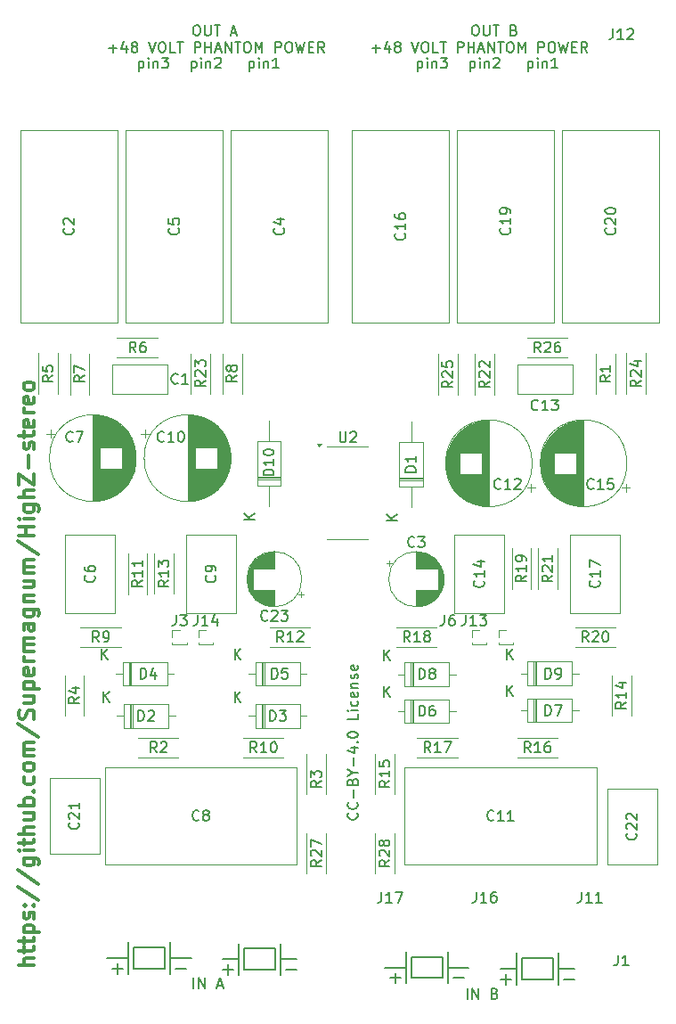
<source format=gbr>
%TF.GenerationSoftware,KiCad,Pcbnew,8.0.5-8.0.5-0~ubuntu24.04.1*%
%TF.CreationDate,2024-09-28T13:56:45+02:00*%
%TF.ProjectId,Highz-stereo,48696768-7a2d-4737-9465-72656f2e6b69,rev?*%
%TF.SameCoordinates,Original*%
%TF.FileFunction,Legend,Top*%
%TF.FilePolarity,Positive*%
%FSLAX46Y46*%
G04 Gerber Fmt 4.6, Leading zero omitted, Abs format (unit mm)*
G04 Created by KiCad (PCBNEW 8.0.5-8.0.5-0~ubuntu24.04.1) date 2024-09-28 13:56:45*
%MOMM*%
%LPD*%
G01*
G04 APERTURE LIST*
%ADD10C,0.150000*%
%ADD11C,0.300000*%
%ADD12C,0.120000*%
G04 APERTURE END LIST*
D10*
X49100000Y-123000000D02*
X52100000Y-123000000D01*
X52600000Y-120500000D02*
X52600000Y-123500000D01*
X59600000Y-123100000D02*
X62600000Y-123100000D01*
X59100000Y-120600000D02*
X59100000Y-123600000D01*
X58100000Y-122600000D02*
X58100000Y-123600000D01*
X59600000Y-121100000D02*
X62600000Y-121100000D01*
X62600000Y-121100000D02*
X62600000Y-123100000D01*
X59600000Y-123100000D02*
X59600000Y-121100000D01*
X63100000Y-120600000D02*
X63100000Y-123600000D01*
X57600000Y-123100000D02*
X58600000Y-123100000D01*
X53100000Y-123000000D02*
X54100000Y-123000000D01*
X63600000Y-123100000D02*
X64600000Y-123100000D01*
X75500000Y-123900000D02*
X75500000Y-121900000D01*
X52600000Y-122000000D02*
X54600000Y-122000000D01*
X86000000Y-124000000D02*
X89000000Y-124000000D01*
X75000000Y-122900000D02*
X73000000Y-122900000D01*
X86000000Y-122000000D02*
X89000000Y-122000000D01*
X84500000Y-123500000D02*
X84500000Y-124500000D01*
X90000000Y-124000000D02*
X91000000Y-124000000D01*
X89500000Y-123000000D02*
X91000000Y-123000000D01*
X79500000Y-123900000D02*
X80500000Y-123900000D01*
X47600000Y-122500000D02*
X47600000Y-123500000D01*
X48600000Y-122000000D02*
X46600000Y-122000000D01*
X52100000Y-121000000D02*
X52100000Y-123000000D01*
X89000000Y-122000000D02*
X89000000Y-124000000D01*
X75500000Y-123900000D02*
X78500000Y-123900000D01*
X49100000Y-123000000D02*
X49100000Y-121000000D01*
X78500000Y-121900000D02*
X78500000Y-123900000D01*
X85500000Y-121500000D02*
X85500000Y-124500000D01*
X85500000Y-123000000D02*
X84000000Y-123000000D01*
X47100000Y-123000000D02*
X48100000Y-123000000D01*
X79000000Y-122900000D02*
X81000000Y-122900000D01*
X48600000Y-120500000D02*
X48600000Y-123500000D01*
X74000000Y-123400000D02*
X74000000Y-124400000D01*
X84000000Y-124000000D02*
X85000000Y-124000000D01*
X75000000Y-121400000D02*
X75000000Y-124400000D01*
X59100000Y-122100000D02*
X57600000Y-122100000D01*
X86000000Y-124000000D02*
X86000000Y-122000000D01*
X73500000Y-123900000D02*
X74500000Y-123900000D01*
X79000000Y-121400000D02*
X79000000Y-124400000D01*
X49100000Y-121000000D02*
X52100000Y-121000000D01*
X63100000Y-122100000D02*
X64600000Y-122100000D01*
X89500000Y-121500000D02*
X89500000Y-124500000D01*
X75500000Y-121900000D02*
X78500000Y-121900000D01*
X76119048Y-36788152D02*
X76119048Y-37788152D01*
X76119048Y-36835771D02*
X76214286Y-36788152D01*
X76214286Y-36788152D02*
X76404762Y-36788152D01*
X76404762Y-36788152D02*
X76500000Y-36835771D01*
X76500000Y-36835771D02*
X76547619Y-36883390D01*
X76547619Y-36883390D02*
X76595238Y-36978628D01*
X76595238Y-36978628D02*
X76595238Y-37264342D01*
X76595238Y-37264342D02*
X76547619Y-37359580D01*
X76547619Y-37359580D02*
X76500000Y-37407200D01*
X76500000Y-37407200D02*
X76404762Y-37454819D01*
X76404762Y-37454819D02*
X76214286Y-37454819D01*
X76214286Y-37454819D02*
X76119048Y-37407200D01*
X77023810Y-37454819D02*
X77023810Y-36788152D01*
X77023810Y-36454819D02*
X76976191Y-36502438D01*
X76976191Y-36502438D02*
X77023810Y-36550057D01*
X77023810Y-36550057D02*
X77071429Y-36502438D01*
X77071429Y-36502438D02*
X77023810Y-36454819D01*
X77023810Y-36454819D02*
X77023810Y-36550057D01*
X77500000Y-36788152D02*
X77500000Y-37454819D01*
X77500000Y-36883390D02*
X77547619Y-36835771D01*
X77547619Y-36835771D02*
X77642857Y-36788152D01*
X77642857Y-36788152D02*
X77785714Y-36788152D01*
X77785714Y-36788152D02*
X77880952Y-36835771D01*
X77880952Y-36835771D02*
X77928571Y-36931009D01*
X77928571Y-36931009D02*
X77928571Y-37454819D01*
X78309524Y-36454819D02*
X78928571Y-36454819D01*
X78928571Y-36454819D02*
X78595238Y-36835771D01*
X78595238Y-36835771D02*
X78738095Y-36835771D01*
X78738095Y-36835771D02*
X78833333Y-36883390D01*
X78833333Y-36883390D02*
X78880952Y-36931009D01*
X78880952Y-36931009D02*
X78928571Y-37026247D01*
X78928571Y-37026247D02*
X78928571Y-37264342D01*
X78928571Y-37264342D02*
X78880952Y-37359580D01*
X78880952Y-37359580D02*
X78833333Y-37407200D01*
X78833333Y-37407200D02*
X78738095Y-37454819D01*
X78738095Y-37454819D02*
X78452381Y-37454819D01*
X78452381Y-37454819D02*
X78357143Y-37407200D01*
X78357143Y-37407200D02*
X78309524Y-37359580D01*
X46785714Y-35573866D02*
X47547619Y-35573866D01*
X47166666Y-35954819D02*
X47166666Y-35192914D01*
X48452380Y-35288152D02*
X48452380Y-35954819D01*
X48214285Y-34907200D02*
X47976190Y-35621485D01*
X47976190Y-35621485D02*
X48595237Y-35621485D01*
X49119047Y-35383390D02*
X49023809Y-35335771D01*
X49023809Y-35335771D02*
X48976190Y-35288152D01*
X48976190Y-35288152D02*
X48928571Y-35192914D01*
X48928571Y-35192914D02*
X48928571Y-35145295D01*
X48928571Y-35145295D02*
X48976190Y-35050057D01*
X48976190Y-35050057D02*
X49023809Y-35002438D01*
X49023809Y-35002438D02*
X49119047Y-34954819D01*
X49119047Y-34954819D02*
X49309523Y-34954819D01*
X49309523Y-34954819D02*
X49404761Y-35002438D01*
X49404761Y-35002438D02*
X49452380Y-35050057D01*
X49452380Y-35050057D02*
X49499999Y-35145295D01*
X49499999Y-35145295D02*
X49499999Y-35192914D01*
X49499999Y-35192914D02*
X49452380Y-35288152D01*
X49452380Y-35288152D02*
X49404761Y-35335771D01*
X49404761Y-35335771D02*
X49309523Y-35383390D01*
X49309523Y-35383390D02*
X49119047Y-35383390D01*
X49119047Y-35383390D02*
X49023809Y-35431009D01*
X49023809Y-35431009D02*
X48976190Y-35478628D01*
X48976190Y-35478628D02*
X48928571Y-35573866D01*
X48928571Y-35573866D02*
X48928571Y-35764342D01*
X48928571Y-35764342D02*
X48976190Y-35859580D01*
X48976190Y-35859580D02*
X49023809Y-35907200D01*
X49023809Y-35907200D02*
X49119047Y-35954819D01*
X49119047Y-35954819D02*
X49309523Y-35954819D01*
X49309523Y-35954819D02*
X49404761Y-35907200D01*
X49404761Y-35907200D02*
X49452380Y-35859580D01*
X49452380Y-35859580D02*
X49499999Y-35764342D01*
X49499999Y-35764342D02*
X49499999Y-35573866D01*
X49499999Y-35573866D02*
X49452380Y-35478628D01*
X49452380Y-35478628D02*
X49404761Y-35431009D01*
X49404761Y-35431009D02*
X49309523Y-35383390D01*
X50547619Y-34954819D02*
X50880952Y-35954819D01*
X50880952Y-35954819D02*
X51214285Y-34954819D01*
X51738095Y-34954819D02*
X51928571Y-34954819D01*
X51928571Y-34954819D02*
X52023809Y-35002438D01*
X52023809Y-35002438D02*
X52119047Y-35097676D01*
X52119047Y-35097676D02*
X52166666Y-35288152D01*
X52166666Y-35288152D02*
X52166666Y-35621485D01*
X52166666Y-35621485D02*
X52119047Y-35811961D01*
X52119047Y-35811961D02*
X52023809Y-35907200D01*
X52023809Y-35907200D02*
X51928571Y-35954819D01*
X51928571Y-35954819D02*
X51738095Y-35954819D01*
X51738095Y-35954819D02*
X51642857Y-35907200D01*
X51642857Y-35907200D02*
X51547619Y-35811961D01*
X51547619Y-35811961D02*
X51500000Y-35621485D01*
X51500000Y-35621485D02*
X51500000Y-35288152D01*
X51500000Y-35288152D02*
X51547619Y-35097676D01*
X51547619Y-35097676D02*
X51642857Y-35002438D01*
X51642857Y-35002438D02*
X51738095Y-34954819D01*
X53071428Y-35954819D02*
X52595238Y-35954819D01*
X52595238Y-35954819D02*
X52595238Y-34954819D01*
X53261905Y-34954819D02*
X53833333Y-34954819D01*
X53547619Y-35954819D02*
X53547619Y-34954819D01*
X54928572Y-35954819D02*
X54928572Y-34954819D01*
X54928572Y-34954819D02*
X55309524Y-34954819D01*
X55309524Y-34954819D02*
X55404762Y-35002438D01*
X55404762Y-35002438D02*
X55452381Y-35050057D01*
X55452381Y-35050057D02*
X55500000Y-35145295D01*
X55500000Y-35145295D02*
X55500000Y-35288152D01*
X55500000Y-35288152D02*
X55452381Y-35383390D01*
X55452381Y-35383390D02*
X55404762Y-35431009D01*
X55404762Y-35431009D02*
X55309524Y-35478628D01*
X55309524Y-35478628D02*
X54928572Y-35478628D01*
X55928572Y-35954819D02*
X55928572Y-34954819D01*
X55928572Y-35431009D02*
X56500000Y-35431009D01*
X56500000Y-35954819D02*
X56500000Y-34954819D01*
X56928572Y-35669104D02*
X57404762Y-35669104D01*
X56833334Y-35954819D02*
X57166667Y-34954819D01*
X57166667Y-34954819D02*
X57500000Y-35954819D01*
X57833334Y-35954819D02*
X57833334Y-34954819D01*
X57833334Y-34954819D02*
X58404762Y-35954819D01*
X58404762Y-35954819D02*
X58404762Y-34954819D01*
X58738096Y-34954819D02*
X59309524Y-34954819D01*
X59023810Y-35954819D02*
X59023810Y-34954819D01*
X59833334Y-34954819D02*
X60023810Y-34954819D01*
X60023810Y-34954819D02*
X60119048Y-35002438D01*
X60119048Y-35002438D02*
X60214286Y-35097676D01*
X60214286Y-35097676D02*
X60261905Y-35288152D01*
X60261905Y-35288152D02*
X60261905Y-35621485D01*
X60261905Y-35621485D02*
X60214286Y-35811961D01*
X60214286Y-35811961D02*
X60119048Y-35907200D01*
X60119048Y-35907200D02*
X60023810Y-35954819D01*
X60023810Y-35954819D02*
X59833334Y-35954819D01*
X59833334Y-35954819D02*
X59738096Y-35907200D01*
X59738096Y-35907200D02*
X59642858Y-35811961D01*
X59642858Y-35811961D02*
X59595239Y-35621485D01*
X59595239Y-35621485D02*
X59595239Y-35288152D01*
X59595239Y-35288152D02*
X59642858Y-35097676D01*
X59642858Y-35097676D02*
X59738096Y-35002438D01*
X59738096Y-35002438D02*
X59833334Y-34954819D01*
X60690477Y-35954819D02*
X60690477Y-34954819D01*
X60690477Y-34954819D02*
X61023810Y-35669104D01*
X61023810Y-35669104D02*
X61357143Y-34954819D01*
X61357143Y-34954819D02*
X61357143Y-35954819D01*
X62595239Y-35954819D02*
X62595239Y-34954819D01*
X62595239Y-34954819D02*
X62976191Y-34954819D01*
X62976191Y-34954819D02*
X63071429Y-35002438D01*
X63071429Y-35002438D02*
X63119048Y-35050057D01*
X63119048Y-35050057D02*
X63166667Y-35145295D01*
X63166667Y-35145295D02*
X63166667Y-35288152D01*
X63166667Y-35288152D02*
X63119048Y-35383390D01*
X63119048Y-35383390D02*
X63071429Y-35431009D01*
X63071429Y-35431009D02*
X62976191Y-35478628D01*
X62976191Y-35478628D02*
X62595239Y-35478628D01*
X63785715Y-34954819D02*
X63976191Y-34954819D01*
X63976191Y-34954819D02*
X64071429Y-35002438D01*
X64071429Y-35002438D02*
X64166667Y-35097676D01*
X64166667Y-35097676D02*
X64214286Y-35288152D01*
X64214286Y-35288152D02*
X64214286Y-35621485D01*
X64214286Y-35621485D02*
X64166667Y-35811961D01*
X64166667Y-35811961D02*
X64071429Y-35907200D01*
X64071429Y-35907200D02*
X63976191Y-35954819D01*
X63976191Y-35954819D02*
X63785715Y-35954819D01*
X63785715Y-35954819D02*
X63690477Y-35907200D01*
X63690477Y-35907200D02*
X63595239Y-35811961D01*
X63595239Y-35811961D02*
X63547620Y-35621485D01*
X63547620Y-35621485D02*
X63547620Y-35288152D01*
X63547620Y-35288152D02*
X63595239Y-35097676D01*
X63595239Y-35097676D02*
X63690477Y-35002438D01*
X63690477Y-35002438D02*
X63785715Y-34954819D01*
X64547620Y-34954819D02*
X64785715Y-35954819D01*
X64785715Y-35954819D02*
X64976191Y-35240533D01*
X64976191Y-35240533D02*
X65166667Y-35954819D01*
X65166667Y-35954819D02*
X65404763Y-34954819D01*
X65785715Y-35431009D02*
X66119048Y-35431009D01*
X66261905Y-35954819D02*
X65785715Y-35954819D01*
X65785715Y-35954819D02*
X65785715Y-34954819D01*
X65785715Y-34954819D02*
X66261905Y-34954819D01*
X67261905Y-35954819D02*
X66928572Y-35478628D01*
X66690477Y-35954819D02*
X66690477Y-34954819D01*
X66690477Y-34954819D02*
X67071429Y-34954819D01*
X67071429Y-34954819D02*
X67166667Y-35002438D01*
X67166667Y-35002438D02*
X67214286Y-35050057D01*
X67214286Y-35050057D02*
X67261905Y-35145295D01*
X67261905Y-35145295D02*
X67261905Y-35288152D01*
X67261905Y-35288152D02*
X67214286Y-35383390D01*
X67214286Y-35383390D02*
X67166667Y-35431009D01*
X67166667Y-35431009D02*
X67071429Y-35478628D01*
X67071429Y-35478628D02*
X66690477Y-35478628D01*
X86619048Y-36788152D02*
X86619048Y-37788152D01*
X86619048Y-36835771D02*
X86714286Y-36788152D01*
X86714286Y-36788152D02*
X86904762Y-36788152D01*
X86904762Y-36788152D02*
X87000000Y-36835771D01*
X87000000Y-36835771D02*
X87047619Y-36883390D01*
X87047619Y-36883390D02*
X87095238Y-36978628D01*
X87095238Y-36978628D02*
X87095238Y-37264342D01*
X87095238Y-37264342D02*
X87047619Y-37359580D01*
X87047619Y-37359580D02*
X87000000Y-37407200D01*
X87000000Y-37407200D02*
X86904762Y-37454819D01*
X86904762Y-37454819D02*
X86714286Y-37454819D01*
X86714286Y-37454819D02*
X86619048Y-37407200D01*
X87523810Y-37454819D02*
X87523810Y-36788152D01*
X87523810Y-36454819D02*
X87476191Y-36502438D01*
X87476191Y-36502438D02*
X87523810Y-36550057D01*
X87523810Y-36550057D02*
X87571429Y-36502438D01*
X87571429Y-36502438D02*
X87523810Y-36454819D01*
X87523810Y-36454819D02*
X87523810Y-36550057D01*
X88000000Y-36788152D02*
X88000000Y-37454819D01*
X88000000Y-36883390D02*
X88047619Y-36835771D01*
X88047619Y-36835771D02*
X88142857Y-36788152D01*
X88142857Y-36788152D02*
X88285714Y-36788152D01*
X88285714Y-36788152D02*
X88380952Y-36835771D01*
X88380952Y-36835771D02*
X88428571Y-36931009D01*
X88428571Y-36931009D02*
X88428571Y-37454819D01*
X89428571Y-37454819D02*
X88857143Y-37454819D01*
X89142857Y-37454819D02*
X89142857Y-36454819D01*
X89142857Y-36454819D02*
X89047619Y-36597676D01*
X89047619Y-36597676D02*
X88952381Y-36692914D01*
X88952381Y-36692914D02*
X88857143Y-36740533D01*
X70359580Y-108214285D02*
X70407200Y-108261904D01*
X70407200Y-108261904D02*
X70454819Y-108404761D01*
X70454819Y-108404761D02*
X70454819Y-108499999D01*
X70454819Y-108499999D02*
X70407200Y-108642856D01*
X70407200Y-108642856D02*
X70311961Y-108738094D01*
X70311961Y-108738094D02*
X70216723Y-108785713D01*
X70216723Y-108785713D02*
X70026247Y-108833332D01*
X70026247Y-108833332D02*
X69883390Y-108833332D01*
X69883390Y-108833332D02*
X69692914Y-108785713D01*
X69692914Y-108785713D02*
X69597676Y-108738094D01*
X69597676Y-108738094D02*
X69502438Y-108642856D01*
X69502438Y-108642856D02*
X69454819Y-108499999D01*
X69454819Y-108499999D02*
X69454819Y-108404761D01*
X69454819Y-108404761D02*
X69502438Y-108261904D01*
X69502438Y-108261904D02*
X69550057Y-108214285D01*
X70359580Y-107214285D02*
X70407200Y-107261904D01*
X70407200Y-107261904D02*
X70454819Y-107404761D01*
X70454819Y-107404761D02*
X70454819Y-107499999D01*
X70454819Y-107499999D02*
X70407200Y-107642856D01*
X70407200Y-107642856D02*
X70311961Y-107738094D01*
X70311961Y-107738094D02*
X70216723Y-107785713D01*
X70216723Y-107785713D02*
X70026247Y-107833332D01*
X70026247Y-107833332D02*
X69883390Y-107833332D01*
X69883390Y-107833332D02*
X69692914Y-107785713D01*
X69692914Y-107785713D02*
X69597676Y-107738094D01*
X69597676Y-107738094D02*
X69502438Y-107642856D01*
X69502438Y-107642856D02*
X69454819Y-107499999D01*
X69454819Y-107499999D02*
X69454819Y-107404761D01*
X69454819Y-107404761D02*
X69502438Y-107261904D01*
X69502438Y-107261904D02*
X69550057Y-107214285D01*
X70073866Y-106785713D02*
X70073866Y-106023809D01*
X69931009Y-105214285D02*
X69978628Y-105071428D01*
X69978628Y-105071428D02*
X70026247Y-105023809D01*
X70026247Y-105023809D02*
X70121485Y-104976190D01*
X70121485Y-104976190D02*
X70264342Y-104976190D01*
X70264342Y-104976190D02*
X70359580Y-105023809D01*
X70359580Y-105023809D02*
X70407200Y-105071428D01*
X70407200Y-105071428D02*
X70454819Y-105166666D01*
X70454819Y-105166666D02*
X70454819Y-105547618D01*
X70454819Y-105547618D02*
X69454819Y-105547618D01*
X69454819Y-105547618D02*
X69454819Y-105214285D01*
X69454819Y-105214285D02*
X69502438Y-105119047D01*
X69502438Y-105119047D02*
X69550057Y-105071428D01*
X69550057Y-105071428D02*
X69645295Y-105023809D01*
X69645295Y-105023809D02*
X69740533Y-105023809D01*
X69740533Y-105023809D02*
X69835771Y-105071428D01*
X69835771Y-105071428D02*
X69883390Y-105119047D01*
X69883390Y-105119047D02*
X69931009Y-105214285D01*
X69931009Y-105214285D02*
X69931009Y-105547618D01*
X69978628Y-104357142D02*
X70454819Y-104357142D01*
X69454819Y-104690475D02*
X69978628Y-104357142D01*
X69978628Y-104357142D02*
X69454819Y-104023809D01*
X70073866Y-103690475D02*
X70073866Y-102928571D01*
X69788152Y-102023809D02*
X70454819Y-102023809D01*
X69407200Y-102261904D02*
X70121485Y-102499999D01*
X70121485Y-102499999D02*
X70121485Y-101880952D01*
X70359580Y-101499999D02*
X70407200Y-101452380D01*
X70407200Y-101452380D02*
X70454819Y-101499999D01*
X70454819Y-101499999D02*
X70407200Y-101547618D01*
X70407200Y-101547618D02*
X70359580Y-101499999D01*
X70359580Y-101499999D02*
X70454819Y-101499999D01*
X69454819Y-100833333D02*
X69454819Y-100738095D01*
X69454819Y-100738095D02*
X69502438Y-100642857D01*
X69502438Y-100642857D02*
X69550057Y-100595238D01*
X69550057Y-100595238D02*
X69645295Y-100547619D01*
X69645295Y-100547619D02*
X69835771Y-100500000D01*
X69835771Y-100500000D02*
X70073866Y-100500000D01*
X70073866Y-100500000D02*
X70264342Y-100547619D01*
X70264342Y-100547619D02*
X70359580Y-100595238D01*
X70359580Y-100595238D02*
X70407200Y-100642857D01*
X70407200Y-100642857D02*
X70454819Y-100738095D01*
X70454819Y-100738095D02*
X70454819Y-100833333D01*
X70454819Y-100833333D02*
X70407200Y-100928571D01*
X70407200Y-100928571D02*
X70359580Y-100976190D01*
X70359580Y-100976190D02*
X70264342Y-101023809D01*
X70264342Y-101023809D02*
X70073866Y-101071428D01*
X70073866Y-101071428D02*
X69835771Y-101071428D01*
X69835771Y-101071428D02*
X69645295Y-101023809D01*
X69645295Y-101023809D02*
X69550057Y-100976190D01*
X69550057Y-100976190D02*
X69502438Y-100928571D01*
X69502438Y-100928571D02*
X69454819Y-100833333D01*
X70454819Y-98833333D02*
X70454819Y-99309523D01*
X70454819Y-99309523D02*
X69454819Y-99309523D01*
X70454819Y-98499999D02*
X69788152Y-98499999D01*
X69454819Y-98499999D02*
X69502438Y-98547618D01*
X69502438Y-98547618D02*
X69550057Y-98499999D01*
X69550057Y-98499999D02*
X69502438Y-98452380D01*
X69502438Y-98452380D02*
X69454819Y-98499999D01*
X69454819Y-98499999D02*
X69550057Y-98499999D01*
X70407200Y-97595238D02*
X70454819Y-97690476D01*
X70454819Y-97690476D02*
X70454819Y-97880952D01*
X70454819Y-97880952D02*
X70407200Y-97976190D01*
X70407200Y-97976190D02*
X70359580Y-98023809D01*
X70359580Y-98023809D02*
X70264342Y-98071428D01*
X70264342Y-98071428D02*
X69978628Y-98071428D01*
X69978628Y-98071428D02*
X69883390Y-98023809D01*
X69883390Y-98023809D02*
X69835771Y-97976190D01*
X69835771Y-97976190D02*
X69788152Y-97880952D01*
X69788152Y-97880952D02*
X69788152Y-97690476D01*
X69788152Y-97690476D02*
X69835771Y-97595238D01*
X70407200Y-96785714D02*
X70454819Y-96880952D01*
X70454819Y-96880952D02*
X70454819Y-97071428D01*
X70454819Y-97071428D02*
X70407200Y-97166666D01*
X70407200Y-97166666D02*
X70311961Y-97214285D01*
X70311961Y-97214285D02*
X69931009Y-97214285D01*
X69931009Y-97214285D02*
X69835771Y-97166666D01*
X69835771Y-97166666D02*
X69788152Y-97071428D01*
X69788152Y-97071428D02*
X69788152Y-96880952D01*
X69788152Y-96880952D02*
X69835771Y-96785714D01*
X69835771Y-96785714D02*
X69931009Y-96738095D01*
X69931009Y-96738095D02*
X70026247Y-96738095D01*
X70026247Y-96738095D02*
X70121485Y-97214285D01*
X69788152Y-96309523D02*
X70454819Y-96309523D01*
X69883390Y-96309523D02*
X69835771Y-96261904D01*
X69835771Y-96261904D02*
X69788152Y-96166666D01*
X69788152Y-96166666D02*
X69788152Y-96023809D01*
X69788152Y-96023809D02*
X69835771Y-95928571D01*
X69835771Y-95928571D02*
X69931009Y-95880952D01*
X69931009Y-95880952D02*
X70454819Y-95880952D01*
X70407200Y-95452380D02*
X70454819Y-95357142D01*
X70454819Y-95357142D02*
X70454819Y-95166666D01*
X70454819Y-95166666D02*
X70407200Y-95071428D01*
X70407200Y-95071428D02*
X70311961Y-95023809D01*
X70311961Y-95023809D02*
X70264342Y-95023809D01*
X70264342Y-95023809D02*
X70169104Y-95071428D01*
X70169104Y-95071428D02*
X70121485Y-95166666D01*
X70121485Y-95166666D02*
X70121485Y-95309523D01*
X70121485Y-95309523D02*
X70073866Y-95404761D01*
X70073866Y-95404761D02*
X69978628Y-95452380D01*
X69978628Y-95452380D02*
X69931009Y-95452380D01*
X69931009Y-95452380D02*
X69835771Y-95404761D01*
X69835771Y-95404761D02*
X69788152Y-95309523D01*
X69788152Y-95309523D02*
X69788152Y-95166666D01*
X69788152Y-95166666D02*
X69835771Y-95071428D01*
X70407200Y-94214285D02*
X70454819Y-94309523D01*
X70454819Y-94309523D02*
X70454819Y-94499999D01*
X70454819Y-94499999D02*
X70407200Y-94595237D01*
X70407200Y-94595237D02*
X70311961Y-94642856D01*
X70311961Y-94642856D02*
X69931009Y-94642856D01*
X69931009Y-94642856D02*
X69835771Y-94595237D01*
X69835771Y-94595237D02*
X69788152Y-94499999D01*
X69788152Y-94499999D02*
X69788152Y-94309523D01*
X69788152Y-94309523D02*
X69835771Y-94214285D01*
X69835771Y-94214285D02*
X69931009Y-94166666D01*
X69931009Y-94166666D02*
X70026247Y-94166666D01*
X70026247Y-94166666D02*
X70121485Y-94642856D01*
X71785714Y-35573866D02*
X72547619Y-35573866D01*
X72166666Y-35954819D02*
X72166666Y-35192914D01*
X73452380Y-35288152D02*
X73452380Y-35954819D01*
X73214285Y-34907200D02*
X72976190Y-35621485D01*
X72976190Y-35621485D02*
X73595237Y-35621485D01*
X74119047Y-35383390D02*
X74023809Y-35335771D01*
X74023809Y-35335771D02*
X73976190Y-35288152D01*
X73976190Y-35288152D02*
X73928571Y-35192914D01*
X73928571Y-35192914D02*
X73928571Y-35145295D01*
X73928571Y-35145295D02*
X73976190Y-35050057D01*
X73976190Y-35050057D02*
X74023809Y-35002438D01*
X74023809Y-35002438D02*
X74119047Y-34954819D01*
X74119047Y-34954819D02*
X74309523Y-34954819D01*
X74309523Y-34954819D02*
X74404761Y-35002438D01*
X74404761Y-35002438D02*
X74452380Y-35050057D01*
X74452380Y-35050057D02*
X74499999Y-35145295D01*
X74499999Y-35145295D02*
X74499999Y-35192914D01*
X74499999Y-35192914D02*
X74452380Y-35288152D01*
X74452380Y-35288152D02*
X74404761Y-35335771D01*
X74404761Y-35335771D02*
X74309523Y-35383390D01*
X74309523Y-35383390D02*
X74119047Y-35383390D01*
X74119047Y-35383390D02*
X74023809Y-35431009D01*
X74023809Y-35431009D02*
X73976190Y-35478628D01*
X73976190Y-35478628D02*
X73928571Y-35573866D01*
X73928571Y-35573866D02*
X73928571Y-35764342D01*
X73928571Y-35764342D02*
X73976190Y-35859580D01*
X73976190Y-35859580D02*
X74023809Y-35907200D01*
X74023809Y-35907200D02*
X74119047Y-35954819D01*
X74119047Y-35954819D02*
X74309523Y-35954819D01*
X74309523Y-35954819D02*
X74404761Y-35907200D01*
X74404761Y-35907200D02*
X74452380Y-35859580D01*
X74452380Y-35859580D02*
X74499999Y-35764342D01*
X74499999Y-35764342D02*
X74499999Y-35573866D01*
X74499999Y-35573866D02*
X74452380Y-35478628D01*
X74452380Y-35478628D02*
X74404761Y-35431009D01*
X74404761Y-35431009D02*
X74309523Y-35383390D01*
X75547619Y-34954819D02*
X75880952Y-35954819D01*
X75880952Y-35954819D02*
X76214285Y-34954819D01*
X76738095Y-34954819D02*
X76928571Y-34954819D01*
X76928571Y-34954819D02*
X77023809Y-35002438D01*
X77023809Y-35002438D02*
X77119047Y-35097676D01*
X77119047Y-35097676D02*
X77166666Y-35288152D01*
X77166666Y-35288152D02*
X77166666Y-35621485D01*
X77166666Y-35621485D02*
X77119047Y-35811961D01*
X77119047Y-35811961D02*
X77023809Y-35907200D01*
X77023809Y-35907200D02*
X76928571Y-35954819D01*
X76928571Y-35954819D02*
X76738095Y-35954819D01*
X76738095Y-35954819D02*
X76642857Y-35907200D01*
X76642857Y-35907200D02*
X76547619Y-35811961D01*
X76547619Y-35811961D02*
X76500000Y-35621485D01*
X76500000Y-35621485D02*
X76500000Y-35288152D01*
X76500000Y-35288152D02*
X76547619Y-35097676D01*
X76547619Y-35097676D02*
X76642857Y-35002438D01*
X76642857Y-35002438D02*
X76738095Y-34954819D01*
X78071428Y-35954819D02*
X77595238Y-35954819D01*
X77595238Y-35954819D02*
X77595238Y-34954819D01*
X78261905Y-34954819D02*
X78833333Y-34954819D01*
X78547619Y-35954819D02*
X78547619Y-34954819D01*
X79928572Y-35954819D02*
X79928572Y-34954819D01*
X79928572Y-34954819D02*
X80309524Y-34954819D01*
X80309524Y-34954819D02*
X80404762Y-35002438D01*
X80404762Y-35002438D02*
X80452381Y-35050057D01*
X80452381Y-35050057D02*
X80500000Y-35145295D01*
X80500000Y-35145295D02*
X80500000Y-35288152D01*
X80500000Y-35288152D02*
X80452381Y-35383390D01*
X80452381Y-35383390D02*
X80404762Y-35431009D01*
X80404762Y-35431009D02*
X80309524Y-35478628D01*
X80309524Y-35478628D02*
X79928572Y-35478628D01*
X80928572Y-35954819D02*
X80928572Y-34954819D01*
X80928572Y-35431009D02*
X81500000Y-35431009D01*
X81500000Y-35954819D02*
X81500000Y-34954819D01*
X81928572Y-35669104D02*
X82404762Y-35669104D01*
X81833334Y-35954819D02*
X82166667Y-34954819D01*
X82166667Y-34954819D02*
X82500000Y-35954819D01*
X82833334Y-35954819D02*
X82833334Y-34954819D01*
X82833334Y-34954819D02*
X83404762Y-35954819D01*
X83404762Y-35954819D02*
X83404762Y-34954819D01*
X83738096Y-34954819D02*
X84309524Y-34954819D01*
X84023810Y-35954819D02*
X84023810Y-34954819D01*
X84833334Y-34954819D02*
X85023810Y-34954819D01*
X85023810Y-34954819D02*
X85119048Y-35002438D01*
X85119048Y-35002438D02*
X85214286Y-35097676D01*
X85214286Y-35097676D02*
X85261905Y-35288152D01*
X85261905Y-35288152D02*
X85261905Y-35621485D01*
X85261905Y-35621485D02*
X85214286Y-35811961D01*
X85214286Y-35811961D02*
X85119048Y-35907200D01*
X85119048Y-35907200D02*
X85023810Y-35954819D01*
X85023810Y-35954819D02*
X84833334Y-35954819D01*
X84833334Y-35954819D02*
X84738096Y-35907200D01*
X84738096Y-35907200D02*
X84642858Y-35811961D01*
X84642858Y-35811961D02*
X84595239Y-35621485D01*
X84595239Y-35621485D02*
X84595239Y-35288152D01*
X84595239Y-35288152D02*
X84642858Y-35097676D01*
X84642858Y-35097676D02*
X84738096Y-35002438D01*
X84738096Y-35002438D02*
X84833334Y-34954819D01*
X85690477Y-35954819D02*
X85690477Y-34954819D01*
X85690477Y-34954819D02*
X86023810Y-35669104D01*
X86023810Y-35669104D02*
X86357143Y-34954819D01*
X86357143Y-34954819D02*
X86357143Y-35954819D01*
X87595239Y-35954819D02*
X87595239Y-34954819D01*
X87595239Y-34954819D02*
X87976191Y-34954819D01*
X87976191Y-34954819D02*
X88071429Y-35002438D01*
X88071429Y-35002438D02*
X88119048Y-35050057D01*
X88119048Y-35050057D02*
X88166667Y-35145295D01*
X88166667Y-35145295D02*
X88166667Y-35288152D01*
X88166667Y-35288152D02*
X88119048Y-35383390D01*
X88119048Y-35383390D02*
X88071429Y-35431009D01*
X88071429Y-35431009D02*
X87976191Y-35478628D01*
X87976191Y-35478628D02*
X87595239Y-35478628D01*
X88785715Y-34954819D02*
X88976191Y-34954819D01*
X88976191Y-34954819D02*
X89071429Y-35002438D01*
X89071429Y-35002438D02*
X89166667Y-35097676D01*
X89166667Y-35097676D02*
X89214286Y-35288152D01*
X89214286Y-35288152D02*
X89214286Y-35621485D01*
X89214286Y-35621485D02*
X89166667Y-35811961D01*
X89166667Y-35811961D02*
X89071429Y-35907200D01*
X89071429Y-35907200D02*
X88976191Y-35954819D01*
X88976191Y-35954819D02*
X88785715Y-35954819D01*
X88785715Y-35954819D02*
X88690477Y-35907200D01*
X88690477Y-35907200D02*
X88595239Y-35811961D01*
X88595239Y-35811961D02*
X88547620Y-35621485D01*
X88547620Y-35621485D02*
X88547620Y-35288152D01*
X88547620Y-35288152D02*
X88595239Y-35097676D01*
X88595239Y-35097676D02*
X88690477Y-35002438D01*
X88690477Y-35002438D02*
X88785715Y-34954819D01*
X89547620Y-34954819D02*
X89785715Y-35954819D01*
X89785715Y-35954819D02*
X89976191Y-35240533D01*
X89976191Y-35240533D02*
X90166667Y-35954819D01*
X90166667Y-35954819D02*
X90404763Y-34954819D01*
X90785715Y-35431009D02*
X91119048Y-35431009D01*
X91261905Y-35954819D02*
X90785715Y-35954819D01*
X90785715Y-35954819D02*
X90785715Y-34954819D01*
X90785715Y-34954819D02*
X91261905Y-34954819D01*
X92261905Y-35954819D02*
X91928572Y-35478628D01*
X91690477Y-35954819D02*
X91690477Y-34954819D01*
X91690477Y-34954819D02*
X92071429Y-34954819D01*
X92071429Y-34954819D02*
X92166667Y-35002438D01*
X92166667Y-35002438D02*
X92214286Y-35050057D01*
X92214286Y-35050057D02*
X92261905Y-35145295D01*
X92261905Y-35145295D02*
X92261905Y-35288152D01*
X92261905Y-35288152D02*
X92214286Y-35383390D01*
X92214286Y-35383390D02*
X92166667Y-35431009D01*
X92166667Y-35431009D02*
X92071429Y-35478628D01*
X92071429Y-35478628D02*
X91690477Y-35478628D01*
X49619048Y-36788152D02*
X49619048Y-37788152D01*
X49619048Y-36835771D02*
X49714286Y-36788152D01*
X49714286Y-36788152D02*
X49904762Y-36788152D01*
X49904762Y-36788152D02*
X50000000Y-36835771D01*
X50000000Y-36835771D02*
X50047619Y-36883390D01*
X50047619Y-36883390D02*
X50095238Y-36978628D01*
X50095238Y-36978628D02*
X50095238Y-37264342D01*
X50095238Y-37264342D02*
X50047619Y-37359580D01*
X50047619Y-37359580D02*
X50000000Y-37407200D01*
X50000000Y-37407200D02*
X49904762Y-37454819D01*
X49904762Y-37454819D02*
X49714286Y-37454819D01*
X49714286Y-37454819D02*
X49619048Y-37407200D01*
X50523810Y-37454819D02*
X50523810Y-36788152D01*
X50523810Y-36454819D02*
X50476191Y-36502438D01*
X50476191Y-36502438D02*
X50523810Y-36550057D01*
X50523810Y-36550057D02*
X50571429Y-36502438D01*
X50571429Y-36502438D02*
X50523810Y-36454819D01*
X50523810Y-36454819D02*
X50523810Y-36550057D01*
X51000000Y-36788152D02*
X51000000Y-37454819D01*
X51000000Y-36883390D02*
X51047619Y-36835771D01*
X51047619Y-36835771D02*
X51142857Y-36788152D01*
X51142857Y-36788152D02*
X51285714Y-36788152D01*
X51285714Y-36788152D02*
X51380952Y-36835771D01*
X51380952Y-36835771D02*
X51428571Y-36931009D01*
X51428571Y-36931009D02*
X51428571Y-37454819D01*
X51809524Y-36454819D02*
X52428571Y-36454819D01*
X52428571Y-36454819D02*
X52095238Y-36835771D01*
X52095238Y-36835771D02*
X52238095Y-36835771D01*
X52238095Y-36835771D02*
X52333333Y-36883390D01*
X52333333Y-36883390D02*
X52380952Y-36931009D01*
X52380952Y-36931009D02*
X52428571Y-37026247D01*
X52428571Y-37026247D02*
X52428571Y-37264342D01*
X52428571Y-37264342D02*
X52380952Y-37359580D01*
X52380952Y-37359580D02*
X52333333Y-37407200D01*
X52333333Y-37407200D02*
X52238095Y-37454819D01*
X52238095Y-37454819D02*
X51952381Y-37454819D01*
X51952381Y-37454819D02*
X51857143Y-37407200D01*
X51857143Y-37407200D02*
X51809524Y-37359580D01*
X80836779Y-125869819D02*
X80836779Y-124869819D01*
X81312969Y-125869819D02*
X81312969Y-124869819D01*
X81312969Y-124869819D02*
X81884397Y-125869819D01*
X81884397Y-125869819D02*
X81884397Y-124869819D01*
X83455826Y-125346009D02*
X83598683Y-125393628D01*
X83598683Y-125393628D02*
X83646302Y-125441247D01*
X83646302Y-125441247D02*
X83693921Y-125536485D01*
X83693921Y-125536485D02*
X83693921Y-125679342D01*
X83693921Y-125679342D02*
X83646302Y-125774580D01*
X83646302Y-125774580D02*
X83598683Y-125822200D01*
X83598683Y-125822200D02*
X83503445Y-125869819D01*
X83503445Y-125869819D02*
X83122493Y-125869819D01*
X83122493Y-125869819D02*
X83122493Y-124869819D01*
X83122493Y-124869819D02*
X83455826Y-124869819D01*
X83455826Y-124869819D02*
X83551064Y-124917438D01*
X83551064Y-124917438D02*
X83598683Y-124965057D01*
X83598683Y-124965057D02*
X83646302Y-125060295D01*
X83646302Y-125060295D02*
X83646302Y-125155533D01*
X83646302Y-125155533D02*
X83598683Y-125250771D01*
X83598683Y-125250771D02*
X83551064Y-125298390D01*
X83551064Y-125298390D02*
X83455826Y-125346009D01*
X83455826Y-125346009D02*
X83122493Y-125346009D01*
X54619048Y-36788152D02*
X54619048Y-37788152D01*
X54619048Y-36835771D02*
X54714286Y-36788152D01*
X54714286Y-36788152D02*
X54904762Y-36788152D01*
X54904762Y-36788152D02*
X55000000Y-36835771D01*
X55000000Y-36835771D02*
X55047619Y-36883390D01*
X55047619Y-36883390D02*
X55095238Y-36978628D01*
X55095238Y-36978628D02*
X55095238Y-37264342D01*
X55095238Y-37264342D02*
X55047619Y-37359580D01*
X55047619Y-37359580D02*
X55000000Y-37407200D01*
X55000000Y-37407200D02*
X54904762Y-37454819D01*
X54904762Y-37454819D02*
X54714286Y-37454819D01*
X54714286Y-37454819D02*
X54619048Y-37407200D01*
X55523810Y-37454819D02*
X55523810Y-36788152D01*
X55523810Y-36454819D02*
X55476191Y-36502438D01*
X55476191Y-36502438D02*
X55523810Y-36550057D01*
X55523810Y-36550057D02*
X55571429Y-36502438D01*
X55571429Y-36502438D02*
X55523810Y-36454819D01*
X55523810Y-36454819D02*
X55523810Y-36550057D01*
X56000000Y-36788152D02*
X56000000Y-37454819D01*
X56000000Y-36883390D02*
X56047619Y-36835771D01*
X56047619Y-36835771D02*
X56142857Y-36788152D01*
X56142857Y-36788152D02*
X56285714Y-36788152D01*
X56285714Y-36788152D02*
X56380952Y-36835771D01*
X56380952Y-36835771D02*
X56428571Y-36931009D01*
X56428571Y-36931009D02*
X56428571Y-37454819D01*
X56857143Y-36550057D02*
X56904762Y-36502438D01*
X56904762Y-36502438D02*
X57000000Y-36454819D01*
X57000000Y-36454819D02*
X57238095Y-36454819D01*
X57238095Y-36454819D02*
X57333333Y-36502438D01*
X57333333Y-36502438D02*
X57380952Y-36550057D01*
X57380952Y-36550057D02*
X57428571Y-36645295D01*
X57428571Y-36645295D02*
X57428571Y-36740533D01*
X57428571Y-36740533D02*
X57380952Y-36883390D01*
X57380952Y-36883390D02*
X56809524Y-37454819D01*
X56809524Y-37454819D02*
X57428571Y-37454819D01*
X55027255Y-33369819D02*
X55217731Y-33369819D01*
X55217731Y-33369819D02*
X55312969Y-33417438D01*
X55312969Y-33417438D02*
X55408207Y-33512676D01*
X55408207Y-33512676D02*
X55455826Y-33703152D01*
X55455826Y-33703152D02*
X55455826Y-34036485D01*
X55455826Y-34036485D02*
X55408207Y-34226961D01*
X55408207Y-34226961D02*
X55312969Y-34322200D01*
X55312969Y-34322200D02*
X55217731Y-34369819D01*
X55217731Y-34369819D02*
X55027255Y-34369819D01*
X55027255Y-34369819D02*
X54932017Y-34322200D01*
X54932017Y-34322200D02*
X54836779Y-34226961D01*
X54836779Y-34226961D02*
X54789160Y-34036485D01*
X54789160Y-34036485D02*
X54789160Y-33703152D01*
X54789160Y-33703152D02*
X54836779Y-33512676D01*
X54836779Y-33512676D02*
X54932017Y-33417438D01*
X54932017Y-33417438D02*
X55027255Y-33369819D01*
X55884398Y-33369819D02*
X55884398Y-34179342D01*
X55884398Y-34179342D02*
X55932017Y-34274580D01*
X55932017Y-34274580D02*
X55979636Y-34322200D01*
X55979636Y-34322200D02*
X56074874Y-34369819D01*
X56074874Y-34369819D02*
X56265350Y-34369819D01*
X56265350Y-34369819D02*
X56360588Y-34322200D01*
X56360588Y-34322200D02*
X56408207Y-34274580D01*
X56408207Y-34274580D02*
X56455826Y-34179342D01*
X56455826Y-34179342D02*
X56455826Y-33369819D01*
X56789160Y-33369819D02*
X57360588Y-33369819D01*
X57074874Y-34369819D02*
X57074874Y-33369819D01*
X58408208Y-34084104D02*
X58884398Y-34084104D01*
X58312970Y-34369819D02*
X58646303Y-33369819D01*
X58646303Y-33369819D02*
X58979636Y-34369819D01*
D11*
X39678328Y-122642859D02*
X38178328Y-122642859D01*
X39678328Y-122000002D02*
X38892614Y-122000002D01*
X38892614Y-122000002D02*
X38749757Y-122071430D01*
X38749757Y-122071430D02*
X38678328Y-122214287D01*
X38678328Y-122214287D02*
X38678328Y-122428573D01*
X38678328Y-122428573D02*
X38749757Y-122571430D01*
X38749757Y-122571430D02*
X38821185Y-122642859D01*
X38678328Y-121500001D02*
X38678328Y-120928573D01*
X38178328Y-121285716D02*
X39464042Y-121285716D01*
X39464042Y-121285716D02*
X39606900Y-121214287D01*
X39606900Y-121214287D02*
X39678328Y-121071430D01*
X39678328Y-121071430D02*
X39678328Y-120928573D01*
X38678328Y-120642858D02*
X38678328Y-120071430D01*
X38178328Y-120428573D02*
X39464042Y-120428573D01*
X39464042Y-120428573D02*
X39606900Y-120357144D01*
X39606900Y-120357144D02*
X39678328Y-120214287D01*
X39678328Y-120214287D02*
X39678328Y-120071430D01*
X38678328Y-119571430D02*
X40178328Y-119571430D01*
X38749757Y-119571430D02*
X38678328Y-119428573D01*
X38678328Y-119428573D02*
X38678328Y-119142858D01*
X38678328Y-119142858D02*
X38749757Y-119000001D01*
X38749757Y-119000001D02*
X38821185Y-118928573D01*
X38821185Y-118928573D02*
X38964042Y-118857144D01*
X38964042Y-118857144D02*
X39392614Y-118857144D01*
X39392614Y-118857144D02*
X39535471Y-118928573D01*
X39535471Y-118928573D02*
X39606900Y-119000001D01*
X39606900Y-119000001D02*
X39678328Y-119142858D01*
X39678328Y-119142858D02*
X39678328Y-119428573D01*
X39678328Y-119428573D02*
X39606900Y-119571430D01*
X39606900Y-118285715D02*
X39678328Y-118142858D01*
X39678328Y-118142858D02*
X39678328Y-117857144D01*
X39678328Y-117857144D02*
X39606900Y-117714287D01*
X39606900Y-117714287D02*
X39464042Y-117642858D01*
X39464042Y-117642858D02*
X39392614Y-117642858D01*
X39392614Y-117642858D02*
X39249757Y-117714287D01*
X39249757Y-117714287D02*
X39178328Y-117857144D01*
X39178328Y-117857144D02*
X39178328Y-118071430D01*
X39178328Y-118071430D02*
X39106900Y-118214287D01*
X39106900Y-118214287D02*
X38964042Y-118285715D01*
X38964042Y-118285715D02*
X38892614Y-118285715D01*
X38892614Y-118285715D02*
X38749757Y-118214287D01*
X38749757Y-118214287D02*
X38678328Y-118071430D01*
X38678328Y-118071430D02*
X38678328Y-117857144D01*
X38678328Y-117857144D02*
X38749757Y-117714287D01*
X39535471Y-117000001D02*
X39606900Y-116928572D01*
X39606900Y-116928572D02*
X39678328Y-117000001D01*
X39678328Y-117000001D02*
X39606900Y-117071429D01*
X39606900Y-117071429D02*
X39535471Y-117000001D01*
X39535471Y-117000001D02*
X39678328Y-117000001D01*
X38749757Y-117000001D02*
X38821185Y-116928572D01*
X38821185Y-116928572D02*
X38892614Y-117000001D01*
X38892614Y-117000001D02*
X38821185Y-117071429D01*
X38821185Y-117071429D02*
X38749757Y-117000001D01*
X38749757Y-117000001D02*
X38892614Y-117000001D01*
X38106900Y-115214286D02*
X40035471Y-116500000D01*
X38106900Y-113642857D02*
X40035471Y-114928571D01*
X38678328Y-112500000D02*
X39892614Y-112500000D01*
X39892614Y-112500000D02*
X40035471Y-112571428D01*
X40035471Y-112571428D02*
X40106900Y-112642857D01*
X40106900Y-112642857D02*
X40178328Y-112785714D01*
X40178328Y-112785714D02*
X40178328Y-113000000D01*
X40178328Y-113000000D02*
X40106900Y-113142857D01*
X39606900Y-112500000D02*
X39678328Y-112642857D01*
X39678328Y-112642857D02*
X39678328Y-112928571D01*
X39678328Y-112928571D02*
X39606900Y-113071428D01*
X39606900Y-113071428D02*
X39535471Y-113142857D01*
X39535471Y-113142857D02*
X39392614Y-113214285D01*
X39392614Y-113214285D02*
X38964042Y-113214285D01*
X38964042Y-113214285D02*
X38821185Y-113142857D01*
X38821185Y-113142857D02*
X38749757Y-113071428D01*
X38749757Y-113071428D02*
X38678328Y-112928571D01*
X38678328Y-112928571D02*
X38678328Y-112642857D01*
X38678328Y-112642857D02*
X38749757Y-112500000D01*
X39678328Y-111785714D02*
X38678328Y-111785714D01*
X38178328Y-111785714D02*
X38249757Y-111857142D01*
X38249757Y-111857142D02*
X38321185Y-111785714D01*
X38321185Y-111785714D02*
X38249757Y-111714285D01*
X38249757Y-111714285D02*
X38178328Y-111785714D01*
X38178328Y-111785714D02*
X38321185Y-111785714D01*
X38678328Y-111285713D02*
X38678328Y-110714285D01*
X38178328Y-111071428D02*
X39464042Y-111071428D01*
X39464042Y-111071428D02*
X39606900Y-110999999D01*
X39606900Y-110999999D02*
X39678328Y-110857142D01*
X39678328Y-110857142D02*
X39678328Y-110714285D01*
X39678328Y-110214285D02*
X38178328Y-110214285D01*
X39678328Y-109571428D02*
X38892614Y-109571428D01*
X38892614Y-109571428D02*
X38749757Y-109642856D01*
X38749757Y-109642856D02*
X38678328Y-109785713D01*
X38678328Y-109785713D02*
X38678328Y-109999999D01*
X38678328Y-109999999D02*
X38749757Y-110142856D01*
X38749757Y-110142856D02*
X38821185Y-110214285D01*
X38678328Y-108214285D02*
X39678328Y-108214285D01*
X38678328Y-108857142D02*
X39464042Y-108857142D01*
X39464042Y-108857142D02*
X39606900Y-108785713D01*
X39606900Y-108785713D02*
X39678328Y-108642856D01*
X39678328Y-108642856D02*
X39678328Y-108428570D01*
X39678328Y-108428570D02*
X39606900Y-108285713D01*
X39606900Y-108285713D02*
X39535471Y-108214285D01*
X39678328Y-107499999D02*
X38178328Y-107499999D01*
X38749757Y-107499999D02*
X38678328Y-107357142D01*
X38678328Y-107357142D02*
X38678328Y-107071427D01*
X38678328Y-107071427D02*
X38749757Y-106928570D01*
X38749757Y-106928570D02*
X38821185Y-106857142D01*
X38821185Y-106857142D02*
X38964042Y-106785713D01*
X38964042Y-106785713D02*
X39392614Y-106785713D01*
X39392614Y-106785713D02*
X39535471Y-106857142D01*
X39535471Y-106857142D02*
X39606900Y-106928570D01*
X39606900Y-106928570D02*
X39678328Y-107071427D01*
X39678328Y-107071427D02*
X39678328Y-107357142D01*
X39678328Y-107357142D02*
X39606900Y-107499999D01*
X39535471Y-106142856D02*
X39606900Y-106071427D01*
X39606900Y-106071427D02*
X39678328Y-106142856D01*
X39678328Y-106142856D02*
X39606900Y-106214284D01*
X39606900Y-106214284D02*
X39535471Y-106142856D01*
X39535471Y-106142856D02*
X39678328Y-106142856D01*
X39606900Y-104785713D02*
X39678328Y-104928570D01*
X39678328Y-104928570D02*
X39678328Y-105214284D01*
X39678328Y-105214284D02*
X39606900Y-105357141D01*
X39606900Y-105357141D02*
X39535471Y-105428570D01*
X39535471Y-105428570D02*
X39392614Y-105499998D01*
X39392614Y-105499998D02*
X38964042Y-105499998D01*
X38964042Y-105499998D02*
X38821185Y-105428570D01*
X38821185Y-105428570D02*
X38749757Y-105357141D01*
X38749757Y-105357141D02*
X38678328Y-105214284D01*
X38678328Y-105214284D02*
X38678328Y-104928570D01*
X38678328Y-104928570D02*
X38749757Y-104785713D01*
X39678328Y-103928570D02*
X39606900Y-104071427D01*
X39606900Y-104071427D02*
X39535471Y-104142856D01*
X39535471Y-104142856D02*
X39392614Y-104214284D01*
X39392614Y-104214284D02*
X38964042Y-104214284D01*
X38964042Y-104214284D02*
X38821185Y-104142856D01*
X38821185Y-104142856D02*
X38749757Y-104071427D01*
X38749757Y-104071427D02*
X38678328Y-103928570D01*
X38678328Y-103928570D02*
X38678328Y-103714284D01*
X38678328Y-103714284D02*
X38749757Y-103571427D01*
X38749757Y-103571427D02*
X38821185Y-103499999D01*
X38821185Y-103499999D02*
X38964042Y-103428570D01*
X38964042Y-103428570D02*
X39392614Y-103428570D01*
X39392614Y-103428570D02*
X39535471Y-103499999D01*
X39535471Y-103499999D02*
X39606900Y-103571427D01*
X39606900Y-103571427D02*
X39678328Y-103714284D01*
X39678328Y-103714284D02*
X39678328Y-103928570D01*
X39678328Y-102785713D02*
X38678328Y-102785713D01*
X38821185Y-102785713D02*
X38749757Y-102714284D01*
X38749757Y-102714284D02*
X38678328Y-102571427D01*
X38678328Y-102571427D02*
X38678328Y-102357141D01*
X38678328Y-102357141D02*
X38749757Y-102214284D01*
X38749757Y-102214284D02*
X38892614Y-102142856D01*
X38892614Y-102142856D02*
X39678328Y-102142856D01*
X38892614Y-102142856D02*
X38749757Y-102071427D01*
X38749757Y-102071427D02*
X38678328Y-101928570D01*
X38678328Y-101928570D02*
X38678328Y-101714284D01*
X38678328Y-101714284D02*
X38749757Y-101571427D01*
X38749757Y-101571427D02*
X38892614Y-101499998D01*
X38892614Y-101499998D02*
X39678328Y-101499998D01*
X38106900Y-99714284D02*
X40035471Y-100999998D01*
X39606900Y-99285712D02*
X39678328Y-99071427D01*
X39678328Y-99071427D02*
X39678328Y-98714284D01*
X39678328Y-98714284D02*
X39606900Y-98571427D01*
X39606900Y-98571427D02*
X39535471Y-98499998D01*
X39535471Y-98499998D02*
X39392614Y-98428569D01*
X39392614Y-98428569D02*
X39249757Y-98428569D01*
X39249757Y-98428569D02*
X39106900Y-98499998D01*
X39106900Y-98499998D02*
X39035471Y-98571427D01*
X39035471Y-98571427D02*
X38964042Y-98714284D01*
X38964042Y-98714284D02*
X38892614Y-98999998D01*
X38892614Y-98999998D02*
X38821185Y-99142855D01*
X38821185Y-99142855D02*
X38749757Y-99214284D01*
X38749757Y-99214284D02*
X38606900Y-99285712D01*
X38606900Y-99285712D02*
X38464042Y-99285712D01*
X38464042Y-99285712D02*
X38321185Y-99214284D01*
X38321185Y-99214284D02*
X38249757Y-99142855D01*
X38249757Y-99142855D02*
X38178328Y-98999998D01*
X38178328Y-98999998D02*
X38178328Y-98642855D01*
X38178328Y-98642855D02*
X38249757Y-98428569D01*
X38678328Y-97142856D02*
X39678328Y-97142856D01*
X38678328Y-97785713D02*
X39464042Y-97785713D01*
X39464042Y-97785713D02*
X39606900Y-97714284D01*
X39606900Y-97714284D02*
X39678328Y-97571427D01*
X39678328Y-97571427D02*
X39678328Y-97357141D01*
X39678328Y-97357141D02*
X39606900Y-97214284D01*
X39606900Y-97214284D02*
X39535471Y-97142856D01*
X38678328Y-96428570D02*
X40178328Y-96428570D01*
X38749757Y-96428570D02*
X38678328Y-96285713D01*
X38678328Y-96285713D02*
X38678328Y-95999998D01*
X38678328Y-95999998D02*
X38749757Y-95857141D01*
X38749757Y-95857141D02*
X38821185Y-95785713D01*
X38821185Y-95785713D02*
X38964042Y-95714284D01*
X38964042Y-95714284D02*
X39392614Y-95714284D01*
X39392614Y-95714284D02*
X39535471Y-95785713D01*
X39535471Y-95785713D02*
X39606900Y-95857141D01*
X39606900Y-95857141D02*
X39678328Y-95999998D01*
X39678328Y-95999998D02*
X39678328Y-96285713D01*
X39678328Y-96285713D02*
X39606900Y-96428570D01*
X39606900Y-94499998D02*
X39678328Y-94642855D01*
X39678328Y-94642855D02*
X39678328Y-94928570D01*
X39678328Y-94928570D02*
X39606900Y-95071427D01*
X39606900Y-95071427D02*
X39464042Y-95142855D01*
X39464042Y-95142855D02*
X38892614Y-95142855D01*
X38892614Y-95142855D02*
X38749757Y-95071427D01*
X38749757Y-95071427D02*
X38678328Y-94928570D01*
X38678328Y-94928570D02*
X38678328Y-94642855D01*
X38678328Y-94642855D02*
X38749757Y-94499998D01*
X38749757Y-94499998D02*
X38892614Y-94428570D01*
X38892614Y-94428570D02*
X39035471Y-94428570D01*
X39035471Y-94428570D02*
X39178328Y-95142855D01*
X39678328Y-93785713D02*
X38678328Y-93785713D01*
X38964042Y-93785713D02*
X38821185Y-93714284D01*
X38821185Y-93714284D02*
X38749757Y-93642856D01*
X38749757Y-93642856D02*
X38678328Y-93499998D01*
X38678328Y-93499998D02*
X38678328Y-93357141D01*
X39678328Y-92857142D02*
X38678328Y-92857142D01*
X38821185Y-92857142D02*
X38749757Y-92785713D01*
X38749757Y-92785713D02*
X38678328Y-92642856D01*
X38678328Y-92642856D02*
X38678328Y-92428570D01*
X38678328Y-92428570D02*
X38749757Y-92285713D01*
X38749757Y-92285713D02*
X38892614Y-92214285D01*
X38892614Y-92214285D02*
X39678328Y-92214285D01*
X38892614Y-92214285D02*
X38749757Y-92142856D01*
X38749757Y-92142856D02*
X38678328Y-91999999D01*
X38678328Y-91999999D02*
X38678328Y-91785713D01*
X38678328Y-91785713D02*
X38749757Y-91642856D01*
X38749757Y-91642856D02*
X38892614Y-91571427D01*
X38892614Y-91571427D02*
X39678328Y-91571427D01*
X39678328Y-90214285D02*
X38892614Y-90214285D01*
X38892614Y-90214285D02*
X38749757Y-90285713D01*
X38749757Y-90285713D02*
X38678328Y-90428570D01*
X38678328Y-90428570D02*
X38678328Y-90714285D01*
X38678328Y-90714285D02*
X38749757Y-90857142D01*
X39606900Y-90214285D02*
X39678328Y-90357142D01*
X39678328Y-90357142D02*
X39678328Y-90714285D01*
X39678328Y-90714285D02*
X39606900Y-90857142D01*
X39606900Y-90857142D02*
X39464042Y-90928570D01*
X39464042Y-90928570D02*
X39321185Y-90928570D01*
X39321185Y-90928570D02*
X39178328Y-90857142D01*
X39178328Y-90857142D02*
X39106900Y-90714285D01*
X39106900Y-90714285D02*
X39106900Y-90357142D01*
X39106900Y-90357142D02*
X39035471Y-90214285D01*
X38678328Y-88857142D02*
X39892614Y-88857142D01*
X39892614Y-88857142D02*
X40035471Y-88928570D01*
X40035471Y-88928570D02*
X40106900Y-88999999D01*
X40106900Y-88999999D02*
X40178328Y-89142856D01*
X40178328Y-89142856D02*
X40178328Y-89357142D01*
X40178328Y-89357142D02*
X40106900Y-89499999D01*
X39606900Y-88857142D02*
X39678328Y-88999999D01*
X39678328Y-88999999D02*
X39678328Y-89285713D01*
X39678328Y-89285713D02*
X39606900Y-89428570D01*
X39606900Y-89428570D02*
X39535471Y-89499999D01*
X39535471Y-89499999D02*
X39392614Y-89571427D01*
X39392614Y-89571427D02*
X38964042Y-89571427D01*
X38964042Y-89571427D02*
X38821185Y-89499999D01*
X38821185Y-89499999D02*
X38749757Y-89428570D01*
X38749757Y-89428570D02*
X38678328Y-89285713D01*
X38678328Y-89285713D02*
X38678328Y-88999999D01*
X38678328Y-88999999D02*
X38749757Y-88857142D01*
X38678328Y-88142856D02*
X39678328Y-88142856D01*
X38821185Y-88142856D02*
X38749757Y-88071427D01*
X38749757Y-88071427D02*
X38678328Y-87928570D01*
X38678328Y-87928570D02*
X38678328Y-87714284D01*
X38678328Y-87714284D02*
X38749757Y-87571427D01*
X38749757Y-87571427D02*
X38892614Y-87499999D01*
X38892614Y-87499999D02*
X39678328Y-87499999D01*
X38678328Y-86142856D02*
X39678328Y-86142856D01*
X38678328Y-86785713D02*
X39464042Y-86785713D01*
X39464042Y-86785713D02*
X39606900Y-86714284D01*
X39606900Y-86714284D02*
X39678328Y-86571427D01*
X39678328Y-86571427D02*
X39678328Y-86357141D01*
X39678328Y-86357141D02*
X39606900Y-86214284D01*
X39606900Y-86214284D02*
X39535471Y-86142856D01*
X39678328Y-85428570D02*
X38678328Y-85428570D01*
X38821185Y-85428570D02*
X38749757Y-85357141D01*
X38749757Y-85357141D02*
X38678328Y-85214284D01*
X38678328Y-85214284D02*
X38678328Y-84999998D01*
X38678328Y-84999998D02*
X38749757Y-84857141D01*
X38749757Y-84857141D02*
X38892614Y-84785713D01*
X38892614Y-84785713D02*
X39678328Y-84785713D01*
X38892614Y-84785713D02*
X38749757Y-84714284D01*
X38749757Y-84714284D02*
X38678328Y-84571427D01*
X38678328Y-84571427D02*
X38678328Y-84357141D01*
X38678328Y-84357141D02*
X38749757Y-84214284D01*
X38749757Y-84214284D02*
X38892614Y-84142855D01*
X38892614Y-84142855D02*
X39678328Y-84142855D01*
X38106900Y-82357141D02*
X40035471Y-83642855D01*
X39678328Y-81857141D02*
X38178328Y-81857141D01*
X38892614Y-81857141D02*
X38892614Y-80999998D01*
X39678328Y-80999998D02*
X38178328Y-80999998D01*
X39678328Y-80285712D02*
X38678328Y-80285712D01*
X38178328Y-80285712D02*
X38249757Y-80357140D01*
X38249757Y-80357140D02*
X38321185Y-80285712D01*
X38321185Y-80285712D02*
X38249757Y-80214283D01*
X38249757Y-80214283D02*
X38178328Y-80285712D01*
X38178328Y-80285712D02*
X38321185Y-80285712D01*
X38678328Y-78928569D02*
X39892614Y-78928569D01*
X39892614Y-78928569D02*
X40035471Y-78999997D01*
X40035471Y-78999997D02*
X40106900Y-79071426D01*
X40106900Y-79071426D02*
X40178328Y-79214283D01*
X40178328Y-79214283D02*
X40178328Y-79428569D01*
X40178328Y-79428569D02*
X40106900Y-79571426D01*
X39606900Y-78928569D02*
X39678328Y-79071426D01*
X39678328Y-79071426D02*
X39678328Y-79357140D01*
X39678328Y-79357140D02*
X39606900Y-79499997D01*
X39606900Y-79499997D02*
X39535471Y-79571426D01*
X39535471Y-79571426D02*
X39392614Y-79642854D01*
X39392614Y-79642854D02*
X38964042Y-79642854D01*
X38964042Y-79642854D02*
X38821185Y-79571426D01*
X38821185Y-79571426D02*
X38749757Y-79499997D01*
X38749757Y-79499997D02*
X38678328Y-79357140D01*
X38678328Y-79357140D02*
X38678328Y-79071426D01*
X38678328Y-79071426D02*
X38749757Y-78928569D01*
X39678328Y-78214283D02*
X38178328Y-78214283D01*
X39678328Y-77571426D02*
X38892614Y-77571426D01*
X38892614Y-77571426D02*
X38749757Y-77642854D01*
X38749757Y-77642854D02*
X38678328Y-77785711D01*
X38678328Y-77785711D02*
X38678328Y-77999997D01*
X38678328Y-77999997D02*
X38749757Y-78142854D01*
X38749757Y-78142854D02*
X38821185Y-78214283D01*
X38178328Y-76999997D02*
X38178328Y-75999997D01*
X38178328Y-75999997D02*
X39678328Y-76999997D01*
X39678328Y-76999997D02*
X39678328Y-75999997D01*
X39106900Y-75428569D02*
X39106900Y-74285712D01*
X39606900Y-73642854D02*
X39678328Y-73499997D01*
X39678328Y-73499997D02*
X39678328Y-73214283D01*
X39678328Y-73214283D02*
X39606900Y-73071426D01*
X39606900Y-73071426D02*
X39464042Y-72999997D01*
X39464042Y-72999997D02*
X39392614Y-72999997D01*
X39392614Y-72999997D02*
X39249757Y-73071426D01*
X39249757Y-73071426D02*
X39178328Y-73214283D01*
X39178328Y-73214283D02*
X39178328Y-73428569D01*
X39178328Y-73428569D02*
X39106900Y-73571426D01*
X39106900Y-73571426D02*
X38964042Y-73642854D01*
X38964042Y-73642854D02*
X38892614Y-73642854D01*
X38892614Y-73642854D02*
X38749757Y-73571426D01*
X38749757Y-73571426D02*
X38678328Y-73428569D01*
X38678328Y-73428569D02*
X38678328Y-73214283D01*
X38678328Y-73214283D02*
X38749757Y-73071426D01*
X38678328Y-72571425D02*
X38678328Y-71999997D01*
X38178328Y-72357140D02*
X39464042Y-72357140D01*
X39464042Y-72357140D02*
X39606900Y-72285711D01*
X39606900Y-72285711D02*
X39678328Y-72142854D01*
X39678328Y-72142854D02*
X39678328Y-71999997D01*
X39606900Y-70928568D02*
X39678328Y-71071425D01*
X39678328Y-71071425D02*
X39678328Y-71357140D01*
X39678328Y-71357140D02*
X39606900Y-71499997D01*
X39606900Y-71499997D02*
X39464042Y-71571425D01*
X39464042Y-71571425D02*
X38892614Y-71571425D01*
X38892614Y-71571425D02*
X38749757Y-71499997D01*
X38749757Y-71499997D02*
X38678328Y-71357140D01*
X38678328Y-71357140D02*
X38678328Y-71071425D01*
X38678328Y-71071425D02*
X38749757Y-70928568D01*
X38749757Y-70928568D02*
X38892614Y-70857140D01*
X38892614Y-70857140D02*
X39035471Y-70857140D01*
X39035471Y-70857140D02*
X39178328Y-71571425D01*
X39678328Y-70214283D02*
X38678328Y-70214283D01*
X38964042Y-70214283D02*
X38821185Y-70142854D01*
X38821185Y-70142854D02*
X38749757Y-70071426D01*
X38749757Y-70071426D02*
X38678328Y-69928568D01*
X38678328Y-69928568D02*
X38678328Y-69785711D01*
X39606900Y-68714283D02*
X39678328Y-68857140D01*
X39678328Y-68857140D02*
X39678328Y-69142855D01*
X39678328Y-69142855D02*
X39606900Y-69285712D01*
X39606900Y-69285712D02*
X39464042Y-69357140D01*
X39464042Y-69357140D02*
X38892614Y-69357140D01*
X38892614Y-69357140D02*
X38749757Y-69285712D01*
X38749757Y-69285712D02*
X38678328Y-69142855D01*
X38678328Y-69142855D02*
X38678328Y-68857140D01*
X38678328Y-68857140D02*
X38749757Y-68714283D01*
X38749757Y-68714283D02*
X38892614Y-68642855D01*
X38892614Y-68642855D02*
X39035471Y-68642855D01*
X39035471Y-68642855D02*
X39178328Y-69357140D01*
X39678328Y-67785712D02*
X39606900Y-67928569D01*
X39606900Y-67928569D02*
X39535471Y-67999998D01*
X39535471Y-67999998D02*
X39392614Y-68071426D01*
X39392614Y-68071426D02*
X38964042Y-68071426D01*
X38964042Y-68071426D02*
X38821185Y-67999998D01*
X38821185Y-67999998D02*
X38749757Y-67928569D01*
X38749757Y-67928569D02*
X38678328Y-67785712D01*
X38678328Y-67785712D02*
X38678328Y-67571426D01*
X38678328Y-67571426D02*
X38749757Y-67428569D01*
X38749757Y-67428569D02*
X38821185Y-67357141D01*
X38821185Y-67357141D02*
X38964042Y-67285712D01*
X38964042Y-67285712D02*
X39392614Y-67285712D01*
X39392614Y-67285712D02*
X39535471Y-67357141D01*
X39535471Y-67357141D02*
X39606900Y-67428569D01*
X39606900Y-67428569D02*
X39678328Y-67571426D01*
X39678328Y-67571426D02*
X39678328Y-67785712D01*
D10*
X60119048Y-36788152D02*
X60119048Y-37788152D01*
X60119048Y-36835771D02*
X60214286Y-36788152D01*
X60214286Y-36788152D02*
X60404762Y-36788152D01*
X60404762Y-36788152D02*
X60500000Y-36835771D01*
X60500000Y-36835771D02*
X60547619Y-36883390D01*
X60547619Y-36883390D02*
X60595238Y-36978628D01*
X60595238Y-36978628D02*
X60595238Y-37264342D01*
X60595238Y-37264342D02*
X60547619Y-37359580D01*
X60547619Y-37359580D02*
X60500000Y-37407200D01*
X60500000Y-37407200D02*
X60404762Y-37454819D01*
X60404762Y-37454819D02*
X60214286Y-37454819D01*
X60214286Y-37454819D02*
X60119048Y-37407200D01*
X61023810Y-37454819D02*
X61023810Y-36788152D01*
X61023810Y-36454819D02*
X60976191Y-36502438D01*
X60976191Y-36502438D02*
X61023810Y-36550057D01*
X61023810Y-36550057D02*
X61071429Y-36502438D01*
X61071429Y-36502438D02*
X61023810Y-36454819D01*
X61023810Y-36454819D02*
X61023810Y-36550057D01*
X61500000Y-36788152D02*
X61500000Y-37454819D01*
X61500000Y-36883390D02*
X61547619Y-36835771D01*
X61547619Y-36835771D02*
X61642857Y-36788152D01*
X61642857Y-36788152D02*
X61785714Y-36788152D01*
X61785714Y-36788152D02*
X61880952Y-36835771D01*
X61880952Y-36835771D02*
X61928571Y-36931009D01*
X61928571Y-36931009D02*
X61928571Y-37454819D01*
X62928571Y-37454819D02*
X62357143Y-37454819D01*
X62642857Y-37454819D02*
X62642857Y-36454819D01*
X62642857Y-36454819D02*
X62547619Y-36597676D01*
X62547619Y-36597676D02*
X62452381Y-36692914D01*
X62452381Y-36692914D02*
X62357143Y-36740533D01*
X81119048Y-36788152D02*
X81119048Y-37788152D01*
X81119048Y-36835771D02*
X81214286Y-36788152D01*
X81214286Y-36788152D02*
X81404762Y-36788152D01*
X81404762Y-36788152D02*
X81500000Y-36835771D01*
X81500000Y-36835771D02*
X81547619Y-36883390D01*
X81547619Y-36883390D02*
X81595238Y-36978628D01*
X81595238Y-36978628D02*
X81595238Y-37264342D01*
X81595238Y-37264342D02*
X81547619Y-37359580D01*
X81547619Y-37359580D02*
X81500000Y-37407200D01*
X81500000Y-37407200D02*
X81404762Y-37454819D01*
X81404762Y-37454819D02*
X81214286Y-37454819D01*
X81214286Y-37454819D02*
X81119048Y-37407200D01*
X82023810Y-37454819D02*
X82023810Y-36788152D01*
X82023810Y-36454819D02*
X81976191Y-36502438D01*
X81976191Y-36502438D02*
X82023810Y-36550057D01*
X82023810Y-36550057D02*
X82071429Y-36502438D01*
X82071429Y-36502438D02*
X82023810Y-36454819D01*
X82023810Y-36454819D02*
X82023810Y-36550057D01*
X82500000Y-36788152D02*
X82500000Y-37454819D01*
X82500000Y-36883390D02*
X82547619Y-36835771D01*
X82547619Y-36835771D02*
X82642857Y-36788152D01*
X82642857Y-36788152D02*
X82785714Y-36788152D01*
X82785714Y-36788152D02*
X82880952Y-36835771D01*
X82880952Y-36835771D02*
X82928571Y-36931009D01*
X82928571Y-36931009D02*
X82928571Y-37454819D01*
X83357143Y-36550057D02*
X83404762Y-36502438D01*
X83404762Y-36502438D02*
X83500000Y-36454819D01*
X83500000Y-36454819D02*
X83738095Y-36454819D01*
X83738095Y-36454819D02*
X83833333Y-36502438D01*
X83833333Y-36502438D02*
X83880952Y-36550057D01*
X83880952Y-36550057D02*
X83928571Y-36645295D01*
X83928571Y-36645295D02*
X83928571Y-36740533D01*
X83928571Y-36740533D02*
X83880952Y-36883390D01*
X83880952Y-36883390D02*
X83309524Y-37454819D01*
X83309524Y-37454819D02*
X83928571Y-37454819D01*
X54836779Y-124869819D02*
X54836779Y-123869819D01*
X55312969Y-124869819D02*
X55312969Y-123869819D01*
X55312969Y-123869819D02*
X55884397Y-124869819D01*
X55884397Y-124869819D02*
X55884397Y-123869819D01*
X57074874Y-124584104D02*
X57551064Y-124584104D01*
X56979636Y-124869819D02*
X57312969Y-123869819D01*
X57312969Y-123869819D02*
X57646302Y-124869819D01*
X81527255Y-33369819D02*
X81717731Y-33369819D01*
X81717731Y-33369819D02*
X81812969Y-33417438D01*
X81812969Y-33417438D02*
X81908207Y-33512676D01*
X81908207Y-33512676D02*
X81955826Y-33703152D01*
X81955826Y-33703152D02*
X81955826Y-34036485D01*
X81955826Y-34036485D02*
X81908207Y-34226961D01*
X81908207Y-34226961D02*
X81812969Y-34322200D01*
X81812969Y-34322200D02*
X81717731Y-34369819D01*
X81717731Y-34369819D02*
X81527255Y-34369819D01*
X81527255Y-34369819D02*
X81432017Y-34322200D01*
X81432017Y-34322200D02*
X81336779Y-34226961D01*
X81336779Y-34226961D02*
X81289160Y-34036485D01*
X81289160Y-34036485D02*
X81289160Y-33703152D01*
X81289160Y-33703152D02*
X81336779Y-33512676D01*
X81336779Y-33512676D02*
X81432017Y-33417438D01*
X81432017Y-33417438D02*
X81527255Y-33369819D01*
X82384398Y-33369819D02*
X82384398Y-34179342D01*
X82384398Y-34179342D02*
X82432017Y-34274580D01*
X82432017Y-34274580D02*
X82479636Y-34322200D01*
X82479636Y-34322200D02*
X82574874Y-34369819D01*
X82574874Y-34369819D02*
X82765350Y-34369819D01*
X82765350Y-34369819D02*
X82860588Y-34322200D01*
X82860588Y-34322200D02*
X82908207Y-34274580D01*
X82908207Y-34274580D02*
X82955826Y-34179342D01*
X82955826Y-34179342D02*
X82955826Y-33369819D01*
X83289160Y-33369819D02*
X83860588Y-33369819D01*
X83574874Y-34369819D02*
X83574874Y-33369819D01*
X85289160Y-33846009D02*
X85432017Y-33893628D01*
X85432017Y-33893628D02*
X85479636Y-33941247D01*
X85479636Y-33941247D02*
X85527255Y-34036485D01*
X85527255Y-34036485D02*
X85527255Y-34179342D01*
X85527255Y-34179342D02*
X85479636Y-34274580D01*
X85479636Y-34274580D02*
X85432017Y-34322200D01*
X85432017Y-34322200D02*
X85336779Y-34369819D01*
X85336779Y-34369819D02*
X84955827Y-34369819D01*
X84955827Y-34369819D02*
X84955827Y-33369819D01*
X84955827Y-33369819D02*
X85289160Y-33369819D01*
X85289160Y-33369819D02*
X85384398Y-33417438D01*
X85384398Y-33417438D02*
X85432017Y-33465057D01*
X85432017Y-33465057D02*
X85479636Y-33560295D01*
X85479636Y-33560295D02*
X85479636Y-33655533D01*
X85479636Y-33655533D02*
X85432017Y-33750771D01*
X85432017Y-33750771D02*
X85384398Y-33798390D01*
X85384398Y-33798390D02*
X85289160Y-33846009D01*
X85289160Y-33846009D02*
X84955827Y-33846009D01*
X52009793Y-72859580D02*
X51962174Y-72907200D01*
X51962174Y-72907200D02*
X51819317Y-72954819D01*
X51819317Y-72954819D02*
X51724079Y-72954819D01*
X51724079Y-72954819D02*
X51581222Y-72907200D01*
X51581222Y-72907200D02*
X51485984Y-72811961D01*
X51485984Y-72811961D02*
X51438365Y-72716723D01*
X51438365Y-72716723D02*
X51390746Y-72526247D01*
X51390746Y-72526247D02*
X51390746Y-72383390D01*
X51390746Y-72383390D02*
X51438365Y-72192914D01*
X51438365Y-72192914D02*
X51485984Y-72097676D01*
X51485984Y-72097676D02*
X51581222Y-72002438D01*
X51581222Y-72002438D02*
X51724079Y-71954819D01*
X51724079Y-71954819D02*
X51819317Y-71954819D01*
X51819317Y-71954819D02*
X51962174Y-72002438D01*
X51962174Y-72002438D02*
X52009793Y-72050057D01*
X52962174Y-72954819D02*
X52390746Y-72954819D01*
X52676460Y-72954819D02*
X52676460Y-71954819D01*
X52676460Y-71954819D02*
X52581222Y-72097676D01*
X52581222Y-72097676D02*
X52485984Y-72192914D01*
X52485984Y-72192914D02*
X52390746Y-72240533D01*
X53581222Y-71954819D02*
X53676460Y-71954819D01*
X53676460Y-71954819D02*
X53771698Y-72002438D01*
X53771698Y-72002438D02*
X53819317Y-72050057D01*
X53819317Y-72050057D02*
X53866936Y-72145295D01*
X53866936Y-72145295D02*
X53914555Y-72335771D01*
X53914555Y-72335771D02*
X53914555Y-72573866D01*
X53914555Y-72573866D02*
X53866936Y-72764342D01*
X53866936Y-72764342D02*
X53819317Y-72859580D01*
X53819317Y-72859580D02*
X53771698Y-72907200D01*
X53771698Y-72907200D02*
X53676460Y-72954819D01*
X53676460Y-72954819D02*
X53581222Y-72954819D01*
X53581222Y-72954819D02*
X53485984Y-72907200D01*
X53485984Y-72907200D02*
X53438365Y-72859580D01*
X53438365Y-72859580D02*
X53390746Y-72764342D01*
X53390746Y-72764342D02*
X53343127Y-72573866D01*
X53343127Y-72573866D02*
X53343127Y-72335771D01*
X53343127Y-72335771D02*
X53390746Y-72145295D01*
X53390746Y-72145295D02*
X53438365Y-72050057D01*
X53438365Y-72050057D02*
X53485984Y-72002438D01*
X53485984Y-72002438D02*
X53581222Y-71954819D01*
X56859580Y-85666666D02*
X56907200Y-85714285D01*
X56907200Y-85714285D02*
X56954819Y-85857142D01*
X56954819Y-85857142D02*
X56954819Y-85952380D01*
X56954819Y-85952380D02*
X56907200Y-86095237D01*
X56907200Y-86095237D02*
X56811961Y-86190475D01*
X56811961Y-86190475D02*
X56716723Y-86238094D01*
X56716723Y-86238094D02*
X56526247Y-86285713D01*
X56526247Y-86285713D02*
X56383390Y-86285713D01*
X56383390Y-86285713D02*
X56192914Y-86238094D01*
X56192914Y-86238094D02*
X56097676Y-86190475D01*
X56097676Y-86190475D02*
X56002438Y-86095237D01*
X56002438Y-86095237D02*
X55954819Y-85952380D01*
X55954819Y-85952380D02*
X55954819Y-85857142D01*
X55954819Y-85857142D02*
X56002438Y-85714285D01*
X56002438Y-85714285D02*
X56050057Y-85666666D01*
X56954819Y-85190475D02*
X56954819Y-84999999D01*
X56954819Y-84999999D02*
X56907200Y-84904761D01*
X56907200Y-84904761D02*
X56859580Y-84857142D01*
X56859580Y-84857142D02*
X56716723Y-84761904D01*
X56716723Y-84761904D02*
X56526247Y-84714285D01*
X56526247Y-84714285D02*
X56145295Y-84714285D01*
X56145295Y-84714285D02*
X56050057Y-84761904D01*
X56050057Y-84761904D02*
X56002438Y-84809523D01*
X56002438Y-84809523D02*
X55954819Y-84904761D01*
X55954819Y-84904761D02*
X55954819Y-85095237D01*
X55954819Y-85095237D02*
X56002438Y-85190475D01*
X56002438Y-85190475D02*
X56050057Y-85238094D01*
X56050057Y-85238094D02*
X56145295Y-85285713D01*
X56145295Y-85285713D02*
X56383390Y-85285713D01*
X56383390Y-85285713D02*
X56478628Y-85238094D01*
X56478628Y-85238094D02*
X56526247Y-85190475D01*
X56526247Y-85190475D02*
X56573866Y-85095237D01*
X56573866Y-85095237D02*
X56573866Y-84904761D01*
X56573866Y-84904761D02*
X56526247Y-84809523D01*
X56526247Y-84809523D02*
X56478628Y-84761904D01*
X56478628Y-84761904D02*
X56383390Y-84714285D01*
X45359580Y-85666666D02*
X45407200Y-85714285D01*
X45407200Y-85714285D02*
X45454819Y-85857142D01*
X45454819Y-85857142D02*
X45454819Y-85952380D01*
X45454819Y-85952380D02*
X45407200Y-86095237D01*
X45407200Y-86095237D02*
X45311961Y-86190475D01*
X45311961Y-86190475D02*
X45216723Y-86238094D01*
X45216723Y-86238094D02*
X45026247Y-86285713D01*
X45026247Y-86285713D02*
X44883390Y-86285713D01*
X44883390Y-86285713D02*
X44692914Y-86238094D01*
X44692914Y-86238094D02*
X44597676Y-86190475D01*
X44597676Y-86190475D02*
X44502438Y-86095237D01*
X44502438Y-86095237D02*
X44454819Y-85952380D01*
X44454819Y-85952380D02*
X44454819Y-85857142D01*
X44454819Y-85857142D02*
X44502438Y-85714285D01*
X44502438Y-85714285D02*
X44550057Y-85666666D01*
X44454819Y-84809523D02*
X44454819Y-84999999D01*
X44454819Y-84999999D02*
X44502438Y-85095237D01*
X44502438Y-85095237D02*
X44550057Y-85142856D01*
X44550057Y-85142856D02*
X44692914Y-85238094D01*
X44692914Y-85238094D02*
X44883390Y-85285713D01*
X44883390Y-85285713D02*
X45264342Y-85285713D01*
X45264342Y-85285713D02*
X45359580Y-85238094D01*
X45359580Y-85238094D02*
X45407200Y-85190475D01*
X45407200Y-85190475D02*
X45454819Y-85095237D01*
X45454819Y-85095237D02*
X45454819Y-84904761D01*
X45454819Y-84904761D02*
X45407200Y-84809523D01*
X45407200Y-84809523D02*
X45359580Y-84761904D01*
X45359580Y-84761904D02*
X45264342Y-84714285D01*
X45264342Y-84714285D02*
X45026247Y-84714285D01*
X45026247Y-84714285D02*
X44931009Y-84761904D01*
X44931009Y-84761904D02*
X44883390Y-84809523D01*
X44883390Y-84809523D02*
X44835771Y-84904761D01*
X44835771Y-84904761D02*
X44835771Y-85095237D01*
X44835771Y-85095237D02*
X44883390Y-85190475D01*
X44883390Y-85190475D02*
X44931009Y-85238094D01*
X44931009Y-85238094D02*
X45026247Y-85285713D01*
X55333333Y-108859580D02*
X55285714Y-108907200D01*
X55285714Y-108907200D02*
X55142857Y-108954819D01*
X55142857Y-108954819D02*
X55047619Y-108954819D01*
X55047619Y-108954819D02*
X54904762Y-108907200D01*
X54904762Y-108907200D02*
X54809524Y-108811961D01*
X54809524Y-108811961D02*
X54761905Y-108716723D01*
X54761905Y-108716723D02*
X54714286Y-108526247D01*
X54714286Y-108526247D02*
X54714286Y-108383390D01*
X54714286Y-108383390D02*
X54761905Y-108192914D01*
X54761905Y-108192914D02*
X54809524Y-108097676D01*
X54809524Y-108097676D02*
X54904762Y-108002438D01*
X54904762Y-108002438D02*
X55047619Y-107954819D01*
X55047619Y-107954819D02*
X55142857Y-107954819D01*
X55142857Y-107954819D02*
X55285714Y-108002438D01*
X55285714Y-108002438D02*
X55333333Y-108050057D01*
X55904762Y-108383390D02*
X55809524Y-108335771D01*
X55809524Y-108335771D02*
X55761905Y-108288152D01*
X55761905Y-108288152D02*
X55714286Y-108192914D01*
X55714286Y-108192914D02*
X55714286Y-108145295D01*
X55714286Y-108145295D02*
X55761905Y-108050057D01*
X55761905Y-108050057D02*
X55809524Y-108002438D01*
X55809524Y-108002438D02*
X55904762Y-107954819D01*
X55904762Y-107954819D02*
X56095238Y-107954819D01*
X56095238Y-107954819D02*
X56190476Y-108002438D01*
X56190476Y-108002438D02*
X56238095Y-108050057D01*
X56238095Y-108050057D02*
X56285714Y-108145295D01*
X56285714Y-108145295D02*
X56285714Y-108192914D01*
X56285714Y-108192914D02*
X56238095Y-108288152D01*
X56238095Y-108288152D02*
X56190476Y-108335771D01*
X56190476Y-108335771D02*
X56095238Y-108383390D01*
X56095238Y-108383390D02*
X55904762Y-108383390D01*
X55904762Y-108383390D02*
X55809524Y-108431009D01*
X55809524Y-108431009D02*
X55761905Y-108478628D01*
X55761905Y-108478628D02*
X55714286Y-108573866D01*
X55714286Y-108573866D02*
X55714286Y-108764342D01*
X55714286Y-108764342D02*
X55761905Y-108859580D01*
X55761905Y-108859580D02*
X55809524Y-108907200D01*
X55809524Y-108907200D02*
X55904762Y-108954819D01*
X55904762Y-108954819D02*
X56095238Y-108954819D01*
X56095238Y-108954819D02*
X56190476Y-108907200D01*
X56190476Y-108907200D02*
X56238095Y-108859580D01*
X56238095Y-108859580D02*
X56285714Y-108764342D01*
X56285714Y-108764342D02*
X56285714Y-108573866D01*
X56285714Y-108573866D02*
X56238095Y-108478628D01*
X56238095Y-108478628D02*
X56190476Y-108431009D01*
X56190476Y-108431009D02*
X56095238Y-108383390D01*
X96859580Y-110142857D02*
X96907200Y-110190476D01*
X96907200Y-110190476D02*
X96954819Y-110333333D01*
X96954819Y-110333333D02*
X96954819Y-110428571D01*
X96954819Y-110428571D02*
X96907200Y-110571428D01*
X96907200Y-110571428D02*
X96811961Y-110666666D01*
X96811961Y-110666666D02*
X96716723Y-110714285D01*
X96716723Y-110714285D02*
X96526247Y-110761904D01*
X96526247Y-110761904D02*
X96383390Y-110761904D01*
X96383390Y-110761904D02*
X96192914Y-110714285D01*
X96192914Y-110714285D02*
X96097676Y-110666666D01*
X96097676Y-110666666D02*
X96002438Y-110571428D01*
X96002438Y-110571428D02*
X95954819Y-110428571D01*
X95954819Y-110428571D02*
X95954819Y-110333333D01*
X95954819Y-110333333D02*
X96002438Y-110190476D01*
X96002438Y-110190476D02*
X96050057Y-110142857D01*
X96050057Y-109761904D02*
X96002438Y-109714285D01*
X96002438Y-109714285D02*
X95954819Y-109619047D01*
X95954819Y-109619047D02*
X95954819Y-109380952D01*
X95954819Y-109380952D02*
X96002438Y-109285714D01*
X96002438Y-109285714D02*
X96050057Y-109238095D01*
X96050057Y-109238095D02*
X96145295Y-109190476D01*
X96145295Y-109190476D02*
X96240533Y-109190476D01*
X96240533Y-109190476D02*
X96383390Y-109238095D01*
X96383390Y-109238095D02*
X96954819Y-109809523D01*
X96954819Y-109809523D02*
X96954819Y-109190476D01*
X96050057Y-108809523D02*
X96002438Y-108761904D01*
X96002438Y-108761904D02*
X95954819Y-108666666D01*
X95954819Y-108666666D02*
X95954819Y-108428571D01*
X95954819Y-108428571D02*
X96002438Y-108333333D01*
X96002438Y-108333333D02*
X96050057Y-108285714D01*
X96050057Y-108285714D02*
X96145295Y-108238095D01*
X96145295Y-108238095D02*
X96240533Y-108238095D01*
X96240533Y-108238095D02*
X96383390Y-108285714D01*
X96383390Y-108285714D02*
X96954819Y-108857142D01*
X96954819Y-108857142D02*
X96954819Y-108238095D01*
X43859580Y-109142857D02*
X43907200Y-109190476D01*
X43907200Y-109190476D02*
X43954819Y-109333333D01*
X43954819Y-109333333D02*
X43954819Y-109428571D01*
X43954819Y-109428571D02*
X43907200Y-109571428D01*
X43907200Y-109571428D02*
X43811961Y-109666666D01*
X43811961Y-109666666D02*
X43716723Y-109714285D01*
X43716723Y-109714285D02*
X43526247Y-109761904D01*
X43526247Y-109761904D02*
X43383390Y-109761904D01*
X43383390Y-109761904D02*
X43192914Y-109714285D01*
X43192914Y-109714285D02*
X43097676Y-109666666D01*
X43097676Y-109666666D02*
X43002438Y-109571428D01*
X43002438Y-109571428D02*
X42954819Y-109428571D01*
X42954819Y-109428571D02*
X42954819Y-109333333D01*
X42954819Y-109333333D02*
X43002438Y-109190476D01*
X43002438Y-109190476D02*
X43050057Y-109142857D01*
X43050057Y-108761904D02*
X43002438Y-108714285D01*
X43002438Y-108714285D02*
X42954819Y-108619047D01*
X42954819Y-108619047D02*
X42954819Y-108380952D01*
X42954819Y-108380952D02*
X43002438Y-108285714D01*
X43002438Y-108285714D02*
X43050057Y-108238095D01*
X43050057Y-108238095D02*
X43145295Y-108190476D01*
X43145295Y-108190476D02*
X43240533Y-108190476D01*
X43240533Y-108190476D02*
X43383390Y-108238095D01*
X43383390Y-108238095D02*
X43954819Y-108809523D01*
X43954819Y-108809523D02*
X43954819Y-108190476D01*
X43954819Y-107238095D02*
X43954819Y-107809523D01*
X43954819Y-107523809D02*
X42954819Y-107523809D01*
X42954819Y-107523809D02*
X43097676Y-107619047D01*
X43097676Y-107619047D02*
X43192914Y-107714285D01*
X43192914Y-107714285D02*
X43240533Y-107809523D01*
X94859580Y-52642857D02*
X94907200Y-52690476D01*
X94907200Y-52690476D02*
X94954819Y-52833333D01*
X94954819Y-52833333D02*
X94954819Y-52928571D01*
X94954819Y-52928571D02*
X94907200Y-53071428D01*
X94907200Y-53071428D02*
X94811961Y-53166666D01*
X94811961Y-53166666D02*
X94716723Y-53214285D01*
X94716723Y-53214285D02*
X94526247Y-53261904D01*
X94526247Y-53261904D02*
X94383390Y-53261904D01*
X94383390Y-53261904D02*
X94192914Y-53214285D01*
X94192914Y-53214285D02*
X94097676Y-53166666D01*
X94097676Y-53166666D02*
X94002438Y-53071428D01*
X94002438Y-53071428D02*
X93954819Y-52928571D01*
X93954819Y-52928571D02*
X93954819Y-52833333D01*
X93954819Y-52833333D02*
X94002438Y-52690476D01*
X94002438Y-52690476D02*
X94050057Y-52642857D01*
X94050057Y-52261904D02*
X94002438Y-52214285D01*
X94002438Y-52214285D02*
X93954819Y-52119047D01*
X93954819Y-52119047D02*
X93954819Y-51880952D01*
X93954819Y-51880952D02*
X94002438Y-51785714D01*
X94002438Y-51785714D02*
X94050057Y-51738095D01*
X94050057Y-51738095D02*
X94145295Y-51690476D01*
X94145295Y-51690476D02*
X94240533Y-51690476D01*
X94240533Y-51690476D02*
X94383390Y-51738095D01*
X94383390Y-51738095D02*
X94954819Y-52309523D01*
X94954819Y-52309523D02*
X94954819Y-51690476D01*
X93954819Y-51071428D02*
X93954819Y-50976190D01*
X93954819Y-50976190D02*
X94002438Y-50880952D01*
X94002438Y-50880952D02*
X94050057Y-50833333D01*
X94050057Y-50833333D02*
X94145295Y-50785714D01*
X94145295Y-50785714D02*
X94335771Y-50738095D01*
X94335771Y-50738095D02*
X94573866Y-50738095D01*
X94573866Y-50738095D02*
X94764342Y-50785714D01*
X94764342Y-50785714D02*
X94859580Y-50833333D01*
X94859580Y-50833333D02*
X94907200Y-50880952D01*
X94907200Y-50880952D02*
X94954819Y-50976190D01*
X94954819Y-50976190D02*
X94954819Y-51071428D01*
X94954819Y-51071428D02*
X94907200Y-51166666D01*
X94907200Y-51166666D02*
X94859580Y-51214285D01*
X94859580Y-51214285D02*
X94764342Y-51261904D01*
X94764342Y-51261904D02*
X94573866Y-51309523D01*
X94573866Y-51309523D02*
X94335771Y-51309523D01*
X94335771Y-51309523D02*
X94145295Y-51261904D01*
X94145295Y-51261904D02*
X94050057Y-51214285D01*
X94050057Y-51214285D02*
X94002438Y-51166666D01*
X94002438Y-51166666D02*
X93954819Y-51071428D01*
X84859580Y-52642857D02*
X84907200Y-52690476D01*
X84907200Y-52690476D02*
X84954819Y-52833333D01*
X84954819Y-52833333D02*
X84954819Y-52928571D01*
X84954819Y-52928571D02*
X84907200Y-53071428D01*
X84907200Y-53071428D02*
X84811961Y-53166666D01*
X84811961Y-53166666D02*
X84716723Y-53214285D01*
X84716723Y-53214285D02*
X84526247Y-53261904D01*
X84526247Y-53261904D02*
X84383390Y-53261904D01*
X84383390Y-53261904D02*
X84192914Y-53214285D01*
X84192914Y-53214285D02*
X84097676Y-53166666D01*
X84097676Y-53166666D02*
X84002438Y-53071428D01*
X84002438Y-53071428D02*
X83954819Y-52928571D01*
X83954819Y-52928571D02*
X83954819Y-52833333D01*
X83954819Y-52833333D02*
X84002438Y-52690476D01*
X84002438Y-52690476D02*
X84050057Y-52642857D01*
X84954819Y-51690476D02*
X84954819Y-52261904D01*
X84954819Y-51976190D02*
X83954819Y-51976190D01*
X83954819Y-51976190D02*
X84097676Y-52071428D01*
X84097676Y-52071428D02*
X84192914Y-52166666D01*
X84192914Y-52166666D02*
X84240533Y-52261904D01*
X84954819Y-51214285D02*
X84954819Y-51023809D01*
X84954819Y-51023809D02*
X84907200Y-50928571D01*
X84907200Y-50928571D02*
X84859580Y-50880952D01*
X84859580Y-50880952D02*
X84716723Y-50785714D01*
X84716723Y-50785714D02*
X84526247Y-50738095D01*
X84526247Y-50738095D02*
X84145295Y-50738095D01*
X84145295Y-50738095D02*
X84050057Y-50785714D01*
X84050057Y-50785714D02*
X84002438Y-50833333D01*
X84002438Y-50833333D02*
X83954819Y-50928571D01*
X83954819Y-50928571D02*
X83954819Y-51119047D01*
X83954819Y-51119047D02*
X84002438Y-51214285D01*
X84002438Y-51214285D02*
X84050057Y-51261904D01*
X84050057Y-51261904D02*
X84145295Y-51309523D01*
X84145295Y-51309523D02*
X84383390Y-51309523D01*
X84383390Y-51309523D02*
X84478628Y-51261904D01*
X84478628Y-51261904D02*
X84526247Y-51214285D01*
X84526247Y-51214285D02*
X84573866Y-51119047D01*
X84573866Y-51119047D02*
X84573866Y-50928571D01*
X84573866Y-50928571D02*
X84526247Y-50833333D01*
X84526247Y-50833333D02*
X84478628Y-50785714D01*
X84478628Y-50785714D02*
X84383390Y-50738095D01*
X93359580Y-86142857D02*
X93407200Y-86190476D01*
X93407200Y-86190476D02*
X93454819Y-86333333D01*
X93454819Y-86333333D02*
X93454819Y-86428571D01*
X93454819Y-86428571D02*
X93407200Y-86571428D01*
X93407200Y-86571428D02*
X93311961Y-86666666D01*
X93311961Y-86666666D02*
X93216723Y-86714285D01*
X93216723Y-86714285D02*
X93026247Y-86761904D01*
X93026247Y-86761904D02*
X92883390Y-86761904D01*
X92883390Y-86761904D02*
X92692914Y-86714285D01*
X92692914Y-86714285D02*
X92597676Y-86666666D01*
X92597676Y-86666666D02*
X92502438Y-86571428D01*
X92502438Y-86571428D02*
X92454819Y-86428571D01*
X92454819Y-86428571D02*
X92454819Y-86333333D01*
X92454819Y-86333333D02*
X92502438Y-86190476D01*
X92502438Y-86190476D02*
X92550057Y-86142857D01*
X93454819Y-85190476D02*
X93454819Y-85761904D01*
X93454819Y-85476190D02*
X92454819Y-85476190D01*
X92454819Y-85476190D02*
X92597676Y-85571428D01*
X92597676Y-85571428D02*
X92692914Y-85666666D01*
X92692914Y-85666666D02*
X92740533Y-85761904D01*
X92454819Y-84857142D02*
X92454819Y-84190476D01*
X92454819Y-84190476D02*
X93454819Y-84619047D01*
X74859580Y-53142857D02*
X74907200Y-53190476D01*
X74907200Y-53190476D02*
X74954819Y-53333333D01*
X74954819Y-53333333D02*
X74954819Y-53428571D01*
X74954819Y-53428571D02*
X74907200Y-53571428D01*
X74907200Y-53571428D02*
X74811961Y-53666666D01*
X74811961Y-53666666D02*
X74716723Y-53714285D01*
X74716723Y-53714285D02*
X74526247Y-53761904D01*
X74526247Y-53761904D02*
X74383390Y-53761904D01*
X74383390Y-53761904D02*
X74192914Y-53714285D01*
X74192914Y-53714285D02*
X74097676Y-53666666D01*
X74097676Y-53666666D02*
X74002438Y-53571428D01*
X74002438Y-53571428D02*
X73954819Y-53428571D01*
X73954819Y-53428571D02*
X73954819Y-53333333D01*
X73954819Y-53333333D02*
X74002438Y-53190476D01*
X74002438Y-53190476D02*
X74050057Y-53142857D01*
X74954819Y-52190476D02*
X74954819Y-52761904D01*
X74954819Y-52476190D02*
X73954819Y-52476190D01*
X73954819Y-52476190D02*
X74097676Y-52571428D01*
X74097676Y-52571428D02*
X74192914Y-52666666D01*
X74192914Y-52666666D02*
X74240533Y-52761904D01*
X73954819Y-51333333D02*
X73954819Y-51523809D01*
X73954819Y-51523809D02*
X74002438Y-51619047D01*
X74002438Y-51619047D02*
X74050057Y-51666666D01*
X74050057Y-51666666D02*
X74192914Y-51761904D01*
X74192914Y-51761904D02*
X74383390Y-51809523D01*
X74383390Y-51809523D02*
X74764342Y-51809523D01*
X74764342Y-51809523D02*
X74859580Y-51761904D01*
X74859580Y-51761904D02*
X74907200Y-51714285D01*
X74907200Y-51714285D02*
X74954819Y-51619047D01*
X74954819Y-51619047D02*
X74954819Y-51428571D01*
X74954819Y-51428571D02*
X74907200Y-51333333D01*
X74907200Y-51333333D02*
X74859580Y-51285714D01*
X74859580Y-51285714D02*
X74764342Y-51238095D01*
X74764342Y-51238095D02*
X74526247Y-51238095D01*
X74526247Y-51238095D02*
X74431009Y-51285714D01*
X74431009Y-51285714D02*
X74383390Y-51333333D01*
X74383390Y-51333333D02*
X74335771Y-51428571D01*
X74335771Y-51428571D02*
X74335771Y-51619047D01*
X74335771Y-51619047D02*
X74383390Y-51714285D01*
X74383390Y-51714285D02*
X74431009Y-51761904D01*
X74431009Y-51761904D02*
X74526247Y-51809523D01*
X82359580Y-86142857D02*
X82407200Y-86190476D01*
X82407200Y-86190476D02*
X82454819Y-86333333D01*
X82454819Y-86333333D02*
X82454819Y-86428571D01*
X82454819Y-86428571D02*
X82407200Y-86571428D01*
X82407200Y-86571428D02*
X82311961Y-86666666D01*
X82311961Y-86666666D02*
X82216723Y-86714285D01*
X82216723Y-86714285D02*
X82026247Y-86761904D01*
X82026247Y-86761904D02*
X81883390Y-86761904D01*
X81883390Y-86761904D02*
X81692914Y-86714285D01*
X81692914Y-86714285D02*
X81597676Y-86666666D01*
X81597676Y-86666666D02*
X81502438Y-86571428D01*
X81502438Y-86571428D02*
X81454819Y-86428571D01*
X81454819Y-86428571D02*
X81454819Y-86333333D01*
X81454819Y-86333333D02*
X81502438Y-86190476D01*
X81502438Y-86190476D02*
X81550057Y-86142857D01*
X82454819Y-85190476D02*
X82454819Y-85761904D01*
X82454819Y-85476190D02*
X81454819Y-85476190D01*
X81454819Y-85476190D02*
X81597676Y-85571428D01*
X81597676Y-85571428D02*
X81692914Y-85666666D01*
X81692914Y-85666666D02*
X81740533Y-85761904D01*
X81788152Y-84333333D02*
X82454819Y-84333333D01*
X81407200Y-84571428D02*
X82121485Y-84809523D01*
X82121485Y-84809523D02*
X82121485Y-84190476D01*
X83357142Y-108859580D02*
X83309523Y-108907200D01*
X83309523Y-108907200D02*
X83166666Y-108954819D01*
X83166666Y-108954819D02*
X83071428Y-108954819D01*
X83071428Y-108954819D02*
X82928571Y-108907200D01*
X82928571Y-108907200D02*
X82833333Y-108811961D01*
X82833333Y-108811961D02*
X82785714Y-108716723D01*
X82785714Y-108716723D02*
X82738095Y-108526247D01*
X82738095Y-108526247D02*
X82738095Y-108383390D01*
X82738095Y-108383390D02*
X82785714Y-108192914D01*
X82785714Y-108192914D02*
X82833333Y-108097676D01*
X82833333Y-108097676D02*
X82928571Y-108002438D01*
X82928571Y-108002438D02*
X83071428Y-107954819D01*
X83071428Y-107954819D02*
X83166666Y-107954819D01*
X83166666Y-107954819D02*
X83309523Y-108002438D01*
X83309523Y-108002438D02*
X83357142Y-108050057D01*
X84309523Y-108954819D02*
X83738095Y-108954819D01*
X84023809Y-108954819D02*
X84023809Y-107954819D01*
X84023809Y-107954819D02*
X83928571Y-108097676D01*
X83928571Y-108097676D02*
X83833333Y-108192914D01*
X83833333Y-108192914D02*
X83738095Y-108240533D01*
X85261904Y-108954819D02*
X84690476Y-108954819D01*
X84976190Y-108954819D02*
X84976190Y-107954819D01*
X84976190Y-107954819D02*
X84880952Y-108097676D01*
X84880952Y-108097676D02*
X84785714Y-108192914D01*
X84785714Y-108192914D02*
X84690476Y-108240533D01*
X53359580Y-52666666D02*
X53407200Y-52714285D01*
X53407200Y-52714285D02*
X53454819Y-52857142D01*
X53454819Y-52857142D02*
X53454819Y-52952380D01*
X53454819Y-52952380D02*
X53407200Y-53095237D01*
X53407200Y-53095237D02*
X53311961Y-53190475D01*
X53311961Y-53190475D02*
X53216723Y-53238094D01*
X53216723Y-53238094D02*
X53026247Y-53285713D01*
X53026247Y-53285713D02*
X52883390Y-53285713D01*
X52883390Y-53285713D02*
X52692914Y-53238094D01*
X52692914Y-53238094D02*
X52597676Y-53190475D01*
X52597676Y-53190475D02*
X52502438Y-53095237D01*
X52502438Y-53095237D02*
X52454819Y-52952380D01*
X52454819Y-52952380D02*
X52454819Y-52857142D01*
X52454819Y-52857142D02*
X52502438Y-52714285D01*
X52502438Y-52714285D02*
X52550057Y-52666666D01*
X52454819Y-51761904D02*
X52454819Y-52238094D01*
X52454819Y-52238094D02*
X52931009Y-52285713D01*
X52931009Y-52285713D02*
X52883390Y-52238094D01*
X52883390Y-52238094D02*
X52835771Y-52142856D01*
X52835771Y-52142856D02*
X52835771Y-51904761D01*
X52835771Y-51904761D02*
X52883390Y-51809523D01*
X52883390Y-51809523D02*
X52931009Y-51761904D01*
X52931009Y-51761904D02*
X53026247Y-51714285D01*
X53026247Y-51714285D02*
X53264342Y-51714285D01*
X53264342Y-51714285D02*
X53359580Y-51761904D01*
X53359580Y-51761904D02*
X53407200Y-51809523D01*
X53407200Y-51809523D02*
X53454819Y-51904761D01*
X53454819Y-51904761D02*
X53454819Y-52142856D01*
X53454819Y-52142856D02*
X53407200Y-52238094D01*
X53407200Y-52238094D02*
X53359580Y-52285713D01*
X63359580Y-52666666D02*
X63407200Y-52714285D01*
X63407200Y-52714285D02*
X63454819Y-52857142D01*
X63454819Y-52857142D02*
X63454819Y-52952380D01*
X63454819Y-52952380D02*
X63407200Y-53095237D01*
X63407200Y-53095237D02*
X63311961Y-53190475D01*
X63311961Y-53190475D02*
X63216723Y-53238094D01*
X63216723Y-53238094D02*
X63026247Y-53285713D01*
X63026247Y-53285713D02*
X62883390Y-53285713D01*
X62883390Y-53285713D02*
X62692914Y-53238094D01*
X62692914Y-53238094D02*
X62597676Y-53190475D01*
X62597676Y-53190475D02*
X62502438Y-53095237D01*
X62502438Y-53095237D02*
X62454819Y-52952380D01*
X62454819Y-52952380D02*
X62454819Y-52857142D01*
X62454819Y-52857142D02*
X62502438Y-52714285D01*
X62502438Y-52714285D02*
X62550057Y-52666666D01*
X62788152Y-51809523D02*
X63454819Y-51809523D01*
X62407200Y-52047618D02*
X63121485Y-52285713D01*
X63121485Y-52285713D02*
X63121485Y-51666666D01*
X75833333Y-82859580D02*
X75785714Y-82907200D01*
X75785714Y-82907200D02*
X75642857Y-82954819D01*
X75642857Y-82954819D02*
X75547619Y-82954819D01*
X75547619Y-82954819D02*
X75404762Y-82907200D01*
X75404762Y-82907200D02*
X75309524Y-82811961D01*
X75309524Y-82811961D02*
X75261905Y-82716723D01*
X75261905Y-82716723D02*
X75214286Y-82526247D01*
X75214286Y-82526247D02*
X75214286Y-82383390D01*
X75214286Y-82383390D02*
X75261905Y-82192914D01*
X75261905Y-82192914D02*
X75309524Y-82097676D01*
X75309524Y-82097676D02*
X75404762Y-82002438D01*
X75404762Y-82002438D02*
X75547619Y-81954819D01*
X75547619Y-81954819D02*
X75642857Y-81954819D01*
X75642857Y-81954819D02*
X75785714Y-82002438D01*
X75785714Y-82002438D02*
X75833333Y-82050057D01*
X76166667Y-81954819D02*
X76785714Y-81954819D01*
X76785714Y-81954819D02*
X76452381Y-82335771D01*
X76452381Y-82335771D02*
X76595238Y-82335771D01*
X76595238Y-82335771D02*
X76690476Y-82383390D01*
X76690476Y-82383390D02*
X76738095Y-82431009D01*
X76738095Y-82431009D02*
X76785714Y-82526247D01*
X76785714Y-82526247D02*
X76785714Y-82764342D01*
X76785714Y-82764342D02*
X76738095Y-82859580D01*
X76738095Y-82859580D02*
X76690476Y-82907200D01*
X76690476Y-82907200D02*
X76595238Y-82954819D01*
X76595238Y-82954819D02*
X76309524Y-82954819D01*
X76309524Y-82954819D02*
X76214286Y-82907200D01*
X76214286Y-82907200D02*
X76166667Y-82859580D01*
X43359580Y-52666666D02*
X43407200Y-52714285D01*
X43407200Y-52714285D02*
X43454819Y-52857142D01*
X43454819Y-52857142D02*
X43454819Y-52952380D01*
X43454819Y-52952380D02*
X43407200Y-53095237D01*
X43407200Y-53095237D02*
X43311961Y-53190475D01*
X43311961Y-53190475D02*
X43216723Y-53238094D01*
X43216723Y-53238094D02*
X43026247Y-53285713D01*
X43026247Y-53285713D02*
X42883390Y-53285713D01*
X42883390Y-53285713D02*
X42692914Y-53238094D01*
X42692914Y-53238094D02*
X42597676Y-53190475D01*
X42597676Y-53190475D02*
X42502438Y-53095237D01*
X42502438Y-53095237D02*
X42454819Y-52952380D01*
X42454819Y-52952380D02*
X42454819Y-52857142D01*
X42454819Y-52857142D02*
X42502438Y-52714285D01*
X42502438Y-52714285D02*
X42550057Y-52666666D01*
X42550057Y-52285713D02*
X42502438Y-52238094D01*
X42502438Y-52238094D02*
X42454819Y-52142856D01*
X42454819Y-52142856D02*
X42454819Y-51904761D01*
X42454819Y-51904761D02*
X42502438Y-51809523D01*
X42502438Y-51809523D02*
X42550057Y-51761904D01*
X42550057Y-51761904D02*
X42645295Y-51714285D01*
X42645295Y-51714285D02*
X42740533Y-51714285D01*
X42740533Y-51714285D02*
X42883390Y-51761904D01*
X42883390Y-51761904D02*
X43454819Y-52333332D01*
X43454819Y-52333332D02*
X43454819Y-51714285D01*
X61857142Y-89859580D02*
X61809523Y-89907200D01*
X61809523Y-89907200D02*
X61666666Y-89954819D01*
X61666666Y-89954819D02*
X61571428Y-89954819D01*
X61571428Y-89954819D02*
X61428571Y-89907200D01*
X61428571Y-89907200D02*
X61333333Y-89811961D01*
X61333333Y-89811961D02*
X61285714Y-89716723D01*
X61285714Y-89716723D02*
X61238095Y-89526247D01*
X61238095Y-89526247D02*
X61238095Y-89383390D01*
X61238095Y-89383390D02*
X61285714Y-89192914D01*
X61285714Y-89192914D02*
X61333333Y-89097676D01*
X61333333Y-89097676D02*
X61428571Y-89002438D01*
X61428571Y-89002438D02*
X61571428Y-88954819D01*
X61571428Y-88954819D02*
X61666666Y-88954819D01*
X61666666Y-88954819D02*
X61809523Y-89002438D01*
X61809523Y-89002438D02*
X61857142Y-89050057D01*
X62238095Y-89050057D02*
X62285714Y-89002438D01*
X62285714Y-89002438D02*
X62380952Y-88954819D01*
X62380952Y-88954819D02*
X62619047Y-88954819D01*
X62619047Y-88954819D02*
X62714285Y-89002438D01*
X62714285Y-89002438D02*
X62761904Y-89050057D01*
X62761904Y-89050057D02*
X62809523Y-89145295D01*
X62809523Y-89145295D02*
X62809523Y-89240533D01*
X62809523Y-89240533D02*
X62761904Y-89383390D01*
X62761904Y-89383390D02*
X62190476Y-89954819D01*
X62190476Y-89954819D02*
X62809523Y-89954819D01*
X63142857Y-88954819D02*
X63761904Y-88954819D01*
X63761904Y-88954819D02*
X63428571Y-89335771D01*
X63428571Y-89335771D02*
X63571428Y-89335771D01*
X63571428Y-89335771D02*
X63666666Y-89383390D01*
X63666666Y-89383390D02*
X63714285Y-89431009D01*
X63714285Y-89431009D02*
X63761904Y-89526247D01*
X63761904Y-89526247D02*
X63761904Y-89764342D01*
X63761904Y-89764342D02*
X63714285Y-89859580D01*
X63714285Y-89859580D02*
X63666666Y-89907200D01*
X63666666Y-89907200D02*
X63571428Y-89954819D01*
X63571428Y-89954819D02*
X63285714Y-89954819D01*
X63285714Y-89954819D02*
X63190476Y-89907200D01*
X63190476Y-89907200D02*
X63142857Y-89859580D01*
X53333333Y-67359580D02*
X53285714Y-67407200D01*
X53285714Y-67407200D02*
X53142857Y-67454819D01*
X53142857Y-67454819D02*
X53047619Y-67454819D01*
X53047619Y-67454819D02*
X52904762Y-67407200D01*
X52904762Y-67407200D02*
X52809524Y-67311961D01*
X52809524Y-67311961D02*
X52761905Y-67216723D01*
X52761905Y-67216723D02*
X52714286Y-67026247D01*
X52714286Y-67026247D02*
X52714286Y-66883390D01*
X52714286Y-66883390D02*
X52761905Y-66692914D01*
X52761905Y-66692914D02*
X52809524Y-66597676D01*
X52809524Y-66597676D02*
X52904762Y-66502438D01*
X52904762Y-66502438D02*
X53047619Y-66454819D01*
X53047619Y-66454819D02*
X53142857Y-66454819D01*
X53142857Y-66454819D02*
X53285714Y-66502438D01*
X53285714Y-66502438D02*
X53333333Y-66550057D01*
X54285714Y-67454819D02*
X53714286Y-67454819D01*
X54000000Y-67454819D02*
X54000000Y-66454819D01*
X54000000Y-66454819D02*
X53904762Y-66597676D01*
X53904762Y-66597676D02*
X53809524Y-66692914D01*
X53809524Y-66692914D02*
X53714286Y-66740533D01*
X49761905Y-95454819D02*
X49761905Y-94454819D01*
X49761905Y-94454819D02*
X50000000Y-94454819D01*
X50000000Y-94454819D02*
X50142857Y-94502438D01*
X50142857Y-94502438D02*
X50238095Y-94597676D01*
X50238095Y-94597676D02*
X50285714Y-94692914D01*
X50285714Y-94692914D02*
X50333333Y-94883390D01*
X50333333Y-94883390D02*
X50333333Y-95026247D01*
X50333333Y-95026247D02*
X50285714Y-95216723D01*
X50285714Y-95216723D02*
X50238095Y-95311961D01*
X50238095Y-95311961D02*
X50142857Y-95407200D01*
X50142857Y-95407200D02*
X50000000Y-95454819D01*
X50000000Y-95454819D02*
X49761905Y-95454819D01*
X51190476Y-94788152D02*
X51190476Y-95454819D01*
X50952381Y-94407200D02*
X50714286Y-95121485D01*
X50714286Y-95121485D02*
X51333333Y-95121485D01*
X46118095Y-93654819D02*
X46118095Y-92654819D01*
X46689523Y-93654819D02*
X46260952Y-93083390D01*
X46689523Y-92654819D02*
X46118095Y-93226247D01*
X62261905Y-95454819D02*
X62261905Y-94454819D01*
X62261905Y-94454819D02*
X62500000Y-94454819D01*
X62500000Y-94454819D02*
X62642857Y-94502438D01*
X62642857Y-94502438D02*
X62738095Y-94597676D01*
X62738095Y-94597676D02*
X62785714Y-94692914D01*
X62785714Y-94692914D02*
X62833333Y-94883390D01*
X62833333Y-94883390D02*
X62833333Y-95026247D01*
X62833333Y-95026247D02*
X62785714Y-95216723D01*
X62785714Y-95216723D02*
X62738095Y-95311961D01*
X62738095Y-95311961D02*
X62642857Y-95407200D01*
X62642857Y-95407200D02*
X62500000Y-95454819D01*
X62500000Y-95454819D02*
X62261905Y-95454819D01*
X63738095Y-94454819D02*
X63261905Y-94454819D01*
X63261905Y-94454819D02*
X63214286Y-94931009D01*
X63214286Y-94931009D02*
X63261905Y-94883390D01*
X63261905Y-94883390D02*
X63357143Y-94835771D01*
X63357143Y-94835771D02*
X63595238Y-94835771D01*
X63595238Y-94835771D02*
X63690476Y-94883390D01*
X63690476Y-94883390D02*
X63738095Y-94931009D01*
X63738095Y-94931009D02*
X63785714Y-95026247D01*
X63785714Y-95026247D02*
X63785714Y-95264342D01*
X63785714Y-95264342D02*
X63738095Y-95359580D01*
X63738095Y-95359580D02*
X63690476Y-95407200D01*
X63690476Y-95407200D02*
X63595238Y-95454819D01*
X63595238Y-95454819D02*
X63357143Y-95454819D01*
X63357143Y-95454819D02*
X63261905Y-95407200D01*
X63261905Y-95407200D02*
X63214286Y-95359580D01*
X58738095Y-93654819D02*
X58738095Y-92654819D01*
X59309523Y-93654819D02*
X58880952Y-93083390D01*
X59309523Y-92654819D02*
X58738095Y-93226247D01*
X49954819Y-86102857D02*
X49478628Y-86436190D01*
X49954819Y-86674285D02*
X48954819Y-86674285D01*
X48954819Y-86674285D02*
X48954819Y-86293333D01*
X48954819Y-86293333D02*
X49002438Y-86198095D01*
X49002438Y-86198095D02*
X49050057Y-86150476D01*
X49050057Y-86150476D02*
X49145295Y-86102857D01*
X49145295Y-86102857D02*
X49288152Y-86102857D01*
X49288152Y-86102857D02*
X49383390Y-86150476D01*
X49383390Y-86150476D02*
X49431009Y-86198095D01*
X49431009Y-86198095D02*
X49478628Y-86293333D01*
X49478628Y-86293333D02*
X49478628Y-86674285D01*
X49954819Y-85150476D02*
X49954819Y-85721904D01*
X49954819Y-85436190D02*
X48954819Y-85436190D01*
X48954819Y-85436190D02*
X49097676Y-85531428D01*
X49097676Y-85531428D02*
X49192914Y-85626666D01*
X49192914Y-85626666D02*
X49240533Y-85721904D01*
X49954819Y-84198095D02*
X49954819Y-84769523D01*
X49954819Y-84483809D02*
X48954819Y-84483809D01*
X48954819Y-84483809D02*
X49097676Y-84579047D01*
X49097676Y-84579047D02*
X49192914Y-84674285D01*
X49192914Y-84674285D02*
X49240533Y-84769523D01*
X41454819Y-66666666D02*
X40978628Y-66999999D01*
X41454819Y-67238094D02*
X40454819Y-67238094D01*
X40454819Y-67238094D02*
X40454819Y-66857142D01*
X40454819Y-66857142D02*
X40502438Y-66761904D01*
X40502438Y-66761904D02*
X40550057Y-66714285D01*
X40550057Y-66714285D02*
X40645295Y-66666666D01*
X40645295Y-66666666D02*
X40788152Y-66666666D01*
X40788152Y-66666666D02*
X40883390Y-66714285D01*
X40883390Y-66714285D02*
X40931009Y-66761904D01*
X40931009Y-66761904D02*
X40978628Y-66857142D01*
X40978628Y-66857142D02*
X40978628Y-67238094D01*
X40454819Y-65761904D02*
X40454819Y-66238094D01*
X40454819Y-66238094D02*
X40931009Y-66285713D01*
X40931009Y-66285713D02*
X40883390Y-66238094D01*
X40883390Y-66238094D02*
X40835771Y-66142856D01*
X40835771Y-66142856D02*
X40835771Y-65904761D01*
X40835771Y-65904761D02*
X40883390Y-65809523D01*
X40883390Y-65809523D02*
X40931009Y-65761904D01*
X40931009Y-65761904D02*
X41026247Y-65714285D01*
X41026247Y-65714285D02*
X41264342Y-65714285D01*
X41264342Y-65714285D02*
X41359580Y-65761904D01*
X41359580Y-65761904D02*
X41407200Y-65809523D01*
X41407200Y-65809523D02*
X41454819Y-65904761D01*
X41454819Y-65904761D02*
X41454819Y-66142856D01*
X41454819Y-66142856D02*
X41407200Y-66238094D01*
X41407200Y-66238094D02*
X41359580Y-66285713D01*
X49333333Y-64454819D02*
X49000000Y-63978628D01*
X48761905Y-64454819D02*
X48761905Y-63454819D01*
X48761905Y-63454819D02*
X49142857Y-63454819D01*
X49142857Y-63454819D02*
X49238095Y-63502438D01*
X49238095Y-63502438D02*
X49285714Y-63550057D01*
X49285714Y-63550057D02*
X49333333Y-63645295D01*
X49333333Y-63645295D02*
X49333333Y-63788152D01*
X49333333Y-63788152D02*
X49285714Y-63883390D01*
X49285714Y-63883390D02*
X49238095Y-63931009D01*
X49238095Y-63931009D02*
X49142857Y-63978628D01*
X49142857Y-63978628D02*
X48761905Y-63978628D01*
X50190476Y-63454819D02*
X50000000Y-63454819D01*
X50000000Y-63454819D02*
X49904762Y-63502438D01*
X49904762Y-63502438D02*
X49857143Y-63550057D01*
X49857143Y-63550057D02*
X49761905Y-63692914D01*
X49761905Y-63692914D02*
X49714286Y-63883390D01*
X49714286Y-63883390D02*
X49714286Y-64264342D01*
X49714286Y-64264342D02*
X49761905Y-64359580D01*
X49761905Y-64359580D02*
X49809524Y-64407200D01*
X49809524Y-64407200D02*
X49904762Y-64454819D01*
X49904762Y-64454819D02*
X50095238Y-64454819D01*
X50095238Y-64454819D02*
X50190476Y-64407200D01*
X50190476Y-64407200D02*
X50238095Y-64359580D01*
X50238095Y-64359580D02*
X50285714Y-64264342D01*
X50285714Y-64264342D02*
X50285714Y-64026247D01*
X50285714Y-64026247D02*
X50238095Y-63931009D01*
X50238095Y-63931009D02*
X50190476Y-63883390D01*
X50190476Y-63883390D02*
X50095238Y-63835771D01*
X50095238Y-63835771D02*
X49904762Y-63835771D01*
X49904762Y-63835771D02*
X49809524Y-63883390D01*
X49809524Y-63883390D02*
X49761905Y-63931009D01*
X49761905Y-63931009D02*
X49714286Y-64026247D01*
X44454819Y-66666666D02*
X43978628Y-66999999D01*
X44454819Y-67238094D02*
X43454819Y-67238094D01*
X43454819Y-67238094D02*
X43454819Y-66857142D01*
X43454819Y-66857142D02*
X43502438Y-66761904D01*
X43502438Y-66761904D02*
X43550057Y-66714285D01*
X43550057Y-66714285D02*
X43645295Y-66666666D01*
X43645295Y-66666666D02*
X43788152Y-66666666D01*
X43788152Y-66666666D02*
X43883390Y-66714285D01*
X43883390Y-66714285D02*
X43931009Y-66761904D01*
X43931009Y-66761904D02*
X43978628Y-66857142D01*
X43978628Y-66857142D02*
X43978628Y-67238094D01*
X43454819Y-66333332D02*
X43454819Y-65666666D01*
X43454819Y-65666666D02*
X44454819Y-66095237D01*
X51333333Y-102454819D02*
X51000000Y-101978628D01*
X50761905Y-102454819D02*
X50761905Y-101454819D01*
X50761905Y-101454819D02*
X51142857Y-101454819D01*
X51142857Y-101454819D02*
X51238095Y-101502438D01*
X51238095Y-101502438D02*
X51285714Y-101550057D01*
X51285714Y-101550057D02*
X51333333Y-101645295D01*
X51333333Y-101645295D02*
X51333333Y-101788152D01*
X51333333Y-101788152D02*
X51285714Y-101883390D01*
X51285714Y-101883390D02*
X51238095Y-101931009D01*
X51238095Y-101931009D02*
X51142857Y-101978628D01*
X51142857Y-101978628D02*
X50761905Y-101978628D01*
X51714286Y-101550057D02*
X51761905Y-101502438D01*
X51761905Y-101502438D02*
X51857143Y-101454819D01*
X51857143Y-101454819D02*
X52095238Y-101454819D01*
X52095238Y-101454819D02*
X52190476Y-101502438D01*
X52190476Y-101502438D02*
X52238095Y-101550057D01*
X52238095Y-101550057D02*
X52285714Y-101645295D01*
X52285714Y-101645295D02*
X52285714Y-101740533D01*
X52285714Y-101740533D02*
X52238095Y-101883390D01*
X52238095Y-101883390D02*
X51666667Y-102454819D01*
X51666667Y-102454819D02*
X52285714Y-102454819D01*
X43954819Y-97206666D02*
X43478628Y-97539999D01*
X43954819Y-97778094D02*
X42954819Y-97778094D01*
X42954819Y-97778094D02*
X42954819Y-97397142D01*
X42954819Y-97397142D02*
X43002438Y-97301904D01*
X43002438Y-97301904D02*
X43050057Y-97254285D01*
X43050057Y-97254285D02*
X43145295Y-97206666D01*
X43145295Y-97206666D02*
X43288152Y-97206666D01*
X43288152Y-97206666D02*
X43383390Y-97254285D01*
X43383390Y-97254285D02*
X43431009Y-97301904D01*
X43431009Y-97301904D02*
X43478628Y-97397142D01*
X43478628Y-97397142D02*
X43478628Y-97778094D01*
X43288152Y-96349523D02*
X43954819Y-96349523D01*
X42907200Y-96587618D02*
X43621485Y-96825713D01*
X43621485Y-96825713D02*
X43621485Y-96206666D01*
X58954819Y-66626666D02*
X58478628Y-66959999D01*
X58954819Y-67198094D02*
X57954819Y-67198094D01*
X57954819Y-67198094D02*
X57954819Y-66817142D01*
X57954819Y-66817142D02*
X58002438Y-66721904D01*
X58002438Y-66721904D02*
X58050057Y-66674285D01*
X58050057Y-66674285D02*
X58145295Y-66626666D01*
X58145295Y-66626666D02*
X58288152Y-66626666D01*
X58288152Y-66626666D02*
X58383390Y-66674285D01*
X58383390Y-66674285D02*
X58431009Y-66721904D01*
X58431009Y-66721904D02*
X58478628Y-66817142D01*
X58478628Y-66817142D02*
X58478628Y-67198094D01*
X58383390Y-66055237D02*
X58335771Y-66150475D01*
X58335771Y-66150475D02*
X58288152Y-66198094D01*
X58288152Y-66198094D02*
X58192914Y-66245713D01*
X58192914Y-66245713D02*
X58145295Y-66245713D01*
X58145295Y-66245713D02*
X58050057Y-66198094D01*
X58050057Y-66198094D02*
X58002438Y-66150475D01*
X58002438Y-66150475D02*
X57954819Y-66055237D01*
X57954819Y-66055237D02*
X57954819Y-65864761D01*
X57954819Y-65864761D02*
X58002438Y-65769523D01*
X58002438Y-65769523D02*
X58050057Y-65721904D01*
X58050057Y-65721904D02*
X58145295Y-65674285D01*
X58145295Y-65674285D02*
X58192914Y-65674285D01*
X58192914Y-65674285D02*
X58288152Y-65721904D01*
X58288152Y-65721904D02*
X58335771Y-65769523D01*
X58335771Y-65769523D02*
X58383390Y-65864761D01*
X58383390Y-65864761D02*
X58383390Y-66055237D01*
X58383390Y-66055237D02*
X58431009Y-66150475D01*
X58431009Y-66150475D02*
X58478628Y-66198094D01*
X58478628Y-66198094D02*
X58573866Y-66245713D01*
X58573866Y-66245713D02*
X58764342Y-66245713D01*
X58764342Y-66245713D02*
X58859580Y-66198094D01*
X58859580Y-66198094D02*
X58907200Y-66150475D01*
X58907200Y-66150475D02*
X58954819Y-66055237D01*
X58954819Y-66055237D02*
X58954819Y-65864761D01*
X58954819Y-65864761D02*
X58907200Y-65769523D01*
X58907200Y-65769523D02*
X58859580Y-65721904D01*
X58859580Y-65721904D02*
X58764342Y-65674285D01*
X58764342Y-65674285D02*
X58573866Y-65674285D01*
X58573866Y-65674285D02*
X58478628Y-65721904D01*
X58478628Y-65721904D02*
X58431009Y-65769523D01*
X58431009Y-65769523D02*
X58383390Y-65864761D01*
X45833333Y-91954819D02*
X45500000Y-91478628D01*
X45261905Y-91954819D02*
X45261905Y-90954819D01*
X45261905Y-90954819D02*
X45642857Y-90954819D01*
X45642857Y-90954819D02*
X45738095Y-91002438D01*
X45738095Y-91002438D02*
X45785714Y-91050057D01*
X45785714Y-91050057D02*
X45833333Y-91145295D01*
X45833333Y-91145295D02*
X45833333Y-91288152D01*
X45833333Y-91288152D02*
X45785714Y-91383390D01*
X45785714Y-91383390D02*
X45738095Y-91431009D01*
X45738095Y-91431009D02*
X45642857Y-91478628D01*
X45642857Y-91478628D02*
X45261905Y-91478628D01*
X46309524Y-91954819D02*
X46500000Y-91954819D01*
X46500000Y-91954819D02*
X46595238Y-91907200D01*
X46595238Y-91907200D02*
X46642857Y-91859580D01*
X46642857Y-91859580D02*
X46738095Y-91716723D01*
X46738095Y-91716723D02*
X46785714Y-91526247D01*
X46785714Y-91526247D02*
X46785714Y-91145295D01*
X46785714Y-91145295D02*
X46738095Y-91050057D01*
X46738095Y-91050057D02*
X46690476Y-91002438D01*
X46690476Y-91002438D02*
X46595238Y-90954819D01*
X46595238Y-90954819D02*
X46404762Y-90954819D01*
X46404762Y-90954819D02*
X46309524Y-91002438D01*
X46309524Y-91002438D02*
X46261905Y-91050057D01*
X46261905Y-91050057D02*
X46214286Y-91145295D01*
X46214286Y-91145295D02*
X46214286Y-91383390D01*
X46214286Y-91383390D02*
X46261905Y-91478628D01*
X46261905Y-91478628D02*
X46309524Y-91526247D01*
X46309524Y-91526247D02*
X46404762Y-91573866D01*
X46404762Y-91573866D02*
X46595238Y-91573866D01*
X46595238Y-91573866D02*
X46690476Y-91526247D01*
X46690476Y-91526247D02*
X46738095Y-91478628D01*
X46738095Y-91478628D02*
X46785714Y-91383390D01*
X60817142Y-102454819D02*
X60483809Y-101978628D01*
X60245714Y-102454819D02*
X60245714Y-101454819D01*
X60245714Y-101454819D02*
X60626666Y-101454819D01*
X60626666Y-101454819D02*
X60721904Y-101502438D01*
X60721904Y-101502438D02*
X60769523Y-101550057D01*
X60769523Y-101550057D02*
X60817142Y-101645295D01*
X60817142Y-101645295D02*
X60817142Y-101788152D01*
X60817142Y-101788152D02*
X60769523Y-101883390D01*
X60769523Y-101883390D02*
X60721904Y-101931009D01*
X60721904Y-101931009D02*
X60626666Y-101978628D01*
X60626666Y-101978628D02*
X60245714Y-101978628D01*
X61769523Y-102454819D02*
X61198095Y-102454819D01*
X61483809Y-102454819D02*
X61483809Y-101454819D01*
X61483809Y-101454819D02*
X61388571Y-101597676D01*
X61388571Y-101597676D02*
X61293333Y-101692914D01*
X61293333Y-101692914D02*
X61198095Y-101740533D01*
X62388571Y-101454819D02*
X62483809Y-101454819D01*
X62483809Y-101454819D02*
X62579047Y-101502438D01*
X62579047Y-101502438D02*
X62626666Y-101550057D01*
X62626666Y-101550057D02*
X62674285Y-101645295D01*
X62674285Y-101645295D02*
X62721904Y-101835771D01*
X62721904Y-101835771D02*
X62721904Y-102073866D01*
X62721904Y-102073866D02*
X62674285Y-102264342D01*
X62674285Y-102264342D02*
X62626666Y-102359580D01*
X62626666Y-102359580D02*
X62579047Y-102407200D01*
X62579047Y-102407200D02*
X62483809Y-102454819D01*
X62483809Y-102454819D02*
X62388571Y-102454819D01*
X62388571Y-102454819D02*
X62293333Y-102407200D01*
X62293333Y-102407200D02*
X62245714Y-102359580D01*
X62245714Y-102359580D02*
X62198095Y-102264342D01*
X62198095Y-102264342D02*
X62150476Y-102073866D01*
X62150476Y-102073866D02*
X62150476Y-101835771D01*
X62150476Y-101835771D02*
X62198095Y-101645295D01*
X62198095Y-101645295D02*
X62245714Y-101550057D01*
X62245714Y-101550057D02*
X62293333Y-101502438D01*
X62293333Y-101502438D02*
X62388571Y-101454819D01*
X49571905Y-99454819D02*
X49571905Y-98454819D01*
X49571905Y-98454819D02*
X49810000Y-98454819D01*
X49810000Y-98454819D02*
X49952857Y-98502438D01*
X49952857Y-98502438D02*
X50048095Y-98597676D01*
X50048095Y-98597676D02*
X50095714Y-98692914D01*
X50095714Y-98692914D02*
X50143333Y-98883390D01*
X50143333Y-98883390D02*
X50143333Y-99026247D01*
X50143333Y-99026247D02*
X50095714Y-99216723D01*
X50095714Y-99216723D02*
X50048095Y-99311961D01*
X50048095Y-99311961D02*
X49952857Y-99407200D01*
X49952857Y-99407200D02*
X49810000Y-99454819D01*
X49810000Y-99454819D02*
X49571905Y-99454819D01*
X50524286Y-98550057D02*
X50571905Y-98502438D01*
X50571905Y-98502438D02*
X50667143Y-98454819D01*
X50667143Y-98454819D02*
X50905238Y-98454819D01*
X50905238Y-98454819D02*
X51000476Y-98502438D01*
X51000476Y-98502438D02*
X51048095Y-98550057D01*
X51048095Y-98550057D02*
X51095714Y-98645295D01*
X51095714Y-98645295D02*
X51095714Y-98740533D01*
X51095714Y-98740533D02*
X51048095Y-98883390D01*
X51048095Y-98883390D02*
X50476667Y-99454819D01*
X50476667Y-99454819D02*
X51095714Y-99454819D01*
X46238095Y-97654819D02*
X46238095Y-96654819D01*
X46809523Y-97654819D02*
X46380952Y-97083390D01*
X46809523Y-96654819D02*
X46238095Y-97226247D01*
X62071905Y-99454819D02*
X62071905Y-98454819D01*
X62071905Y-98454819D02*
X62310000Y-98454819D01*
X62310000Y-98454819D02*
X62452857Y-98502438D01*
X62452857Y-98502438D02*
X62548095Y-98597676D01*
X62548095Y-98597676D02*
X62595714Y-98692914D01*
X62595714Y-98692914D02*
X62643333Y-98883390D01*
X62643333Y-98883390D02*
X62643333Y-99026247D01*
X62643333Y-99026247D02*
X62595714Y-99216723D01*
X62595714Y-99216723D02*
X62548095Y-99311961D01*
X62548095Y-99311961D02*
X62452857Y-99407200D01*
X62452857Y-99407200D02*
X62310000Y-99454819D01*
X62310000Y-99454819D02*
X62071905Y-99454819D01*
X62976667Y-98454819D02*
X63595714Y-98454819D01*
X63595714Y-98454819D02*
X63262381Y-98835771D01*
X63262381Y-98835771D02*
X63405238Y-98835771D01*
X63405238Y-98835771D02*
X63500476Y-98883390D01*
X63500476Y-98883390D02*
X63548095Y-98931009D01*
X63548095Y-98931009D02*
X63595714Y-99026247D01*
X63595714Y-99026247D02*
X63595714Y-99264342D01*
X63595714Y-99264342D02*
X63548095Y-99359580D01*
X63548095Y-99359580D02*
X63500476Y-99407200D01*
X63500476Y-99407200D02*
X63405238Y-99454819D01*
X63405238Y-99454819D02*
X63119524Y-99454819D01*
X63119524Y-99454819D02*
X63024286Y-99407200D01*
X63024286Y-99407200D02*
X62976667Y-99359580D01*
X58738095Y-97654819D02*
X58738095Y-96654819D01*
X59309523Y-97654819D02*
X58880952Y-97083390D01*
X59309523Y-96654819D02*
X58738095Y-97226247D01*
X66954819Y-105166666D02*
X66478628Y-105499999D01*
X66954819Y-105738094D02*
X65954819Y-105738094D01*
X65954819Y-105738094D02*
X65954819Y-105357142D01*
X65954819Y-105357142D02*
X66002438Y-105261904D01*
X66002438Y-105261904D02*
X66050057Y-105214285D01*
X66050057Y-105214285D02*
X66145295Y-105166666D01*
X66145295Y-105166666D02*
X66288152Y-105166666D01*
X66288152Y-105166666D02*
X66383390Y-105214285D01*
X66383390Y-105214285D02*
X66431009Y-105261904D01*
X66431009Y-105261904D02*
X66478628Y-105357142D01*
X66478628Y-105357142D02*
X66478628Y-105738094D01*
X65954819Y-104833332D02*
X65954819Y-104214285D01*
X65954819Y-104214285D02*
X66335771Y-104547618D01*
X66335771Y-104547618D02*
X66335771Y-104404761D01*
X66335771Y-104404761D02*
X66383390Y-104309523D01*
X66383390Y-104309523D02*
X66431009Y-104261904D01*
X66431009Y-104261904D02*
X66526247Y-104214285D01*
X66526247Y-104214285D02*
X66764342Y-104214285D01*
X66764342Y-104214285D02*
X66859580Y-104261904D01*
X66859580Y-104261904D02*
X66907200Y-104309523D01*
X66907200Y-104309523D02*
X66954819Y-104404761D01*
X66954819Y-104404761D02*
X66954819Y-104690475D01*
X66954819Y-104690475D02*
X66907200Y-104785713D01*
X66907200Y-104785713D02*
X66859580Y-104833332D01*
X63357142Y-91954819D02*
X63023809Y-91478628D01*
X62785714Y-91954819D02*
X62785714Y-90954819D01*
X62785714Y-90954819D02*
X63166666Y-90954819D01*
X63166666Y-90954819D02*
X63261904Y-91002438D01*
X63261904Y-91002438D02*
X63309523Y-91050057D01*
X63309523Y-91050057D02*
X63357142Y-91145295D01*
X63357142Y-91145295D02*
X63357142Y-91288152D01*
X63357142Y-91288152D02*
X63309523Y-91383390D01*
X63309523Y-91383390D02*
X63261904Y-91431009D01*
X63261904Y-91431009D02*
X63166666Y-91478628D01*
X63166666Y-91478628D02*
X62785714Y-91478628D01*
X64309523Y-91954819D02*
X63738095Y-91954819D01*
X64023809Y-91954819D02*
X64023809Y-90954819D01*
X64023809Y-90954819D02*
X63928571Y-91097676D01*
X63928571Y-91097676D02*
X63833333Y-91192914D01*
X63833333Y-91192914D02*
X63738095Y-91240533D01*
X64690476Y-91050057D02*
X64738095Y-91002438D01*
X64738095Y-91002438D02*
X64833333Y-90954819D01*
X64833333Y-90954819D02*
X65071428Y-90954819D01*
X65071428Y-90954819D02*
X65166666Y-91002438D01*
X65166666Y-91002438D02*
X65214285Y-91050057D01*
X65214285Y-91050057D02*
X65261904Y-91145295D01*
X65261904Y-91145295D02*
X65261904Y-91240533D01*
X65261904Y-91240533D02*
X65214285Y-91383390D01*
X65214285Y-91383390D02*
X64642857Y-91954819D01*
X64642857Y-91954819D02*
X65261904Y-91954819D01*
X52454819Y-86102857D02*
X51978628Y-86436190D01*
X52454819Y-86674285D02*
X51454819Y-86674285D01*
X51454819Y-86674285D02*
X51454819Y-86293333D01*
X51454819Y-86293333D02*
X51502438Y-86198095D01*
X51502438Y-86198095D02*
X51550057Y-86150476D01*
X51550057Y-86150476D02*
X51645295Y-86102857D01*
X51645295Y-86102857D02*
X51788152Y-86102857D01*
X51788152Y-86102857D02*
X51883390Y-86150476D01*
X51883390Y-86150476D02*
X51931009Y-86198095D01*
X51931009Y-86198095D02*
X51978628Y-86293333D01*
X51978628Y-86293333D02*
X51978628Y-86674285D01*
X52454819Y-85150476D02*
X52454819Y-85721904D01*
X52454819Y-85436190D02*
X51454819Y-85436190D01*
X51454819Y-85436190D02*
X51597676Y-85531428D01*
X51597676Y-85531428D02*
X51692914Y-85626666D01*
X51692914Y-85626666D02*
X51740533Y-85721904D01*
X51454819Y-84817142D02*
X51454819Y-84198095D01*
X51454819Y-84198095D02*
X51835771Y-84531428D01*
X51835771Y-84531428D02*
X51835771Y-84388571D01*
X51835771Y-84388571D02*
X51883390Y-84293333D01*
X51883390Y-84293333D02*
X51931009Y-84245714D01*
X51931009Y-84245714D02*
X52026247Y-84198095D01*
X52026247Y-84198095D02*
X52264342Y-84198095D01*
X52264342Y-84198095D02*
X52359580Y-84245714D01*
X52359580Y-84245714D02*
X52407200Y-84293333D01*
X52407200Y-84293333D02*
X52454819Y-84388571D01*
X52454819Y-84388571D02*
X52454819Y-84674285D01*
X52454819Y-84674285D02*
X52407200Y-84769523D01*
X52407200Y-84769523D02*
X52359580Y-84817142D01*
X43333333Y-72859580D02*
X43285714Y-72907200D01*
X43285714Y-72907200D02*
X43142857Y-72954819D01*
X43142857Y-72954819D02*
X43047619Y-72954819D01*
X43047619Y-72954819D02*
X42904762Y-72907200D01*
X42904762Y-72907200D02*
X42809524Y-72811961D01*
X42809524Y-72811961D02*
X42761905Y-72716723D01*
X42761905Y-72716723D02*
X42714286Y-72526247D01*
X42714286Y-72526247D02*
X42714286Y-72383390D01*
X42714286Y-72383390D02*
X42761905Y-72192914D01*
X42761905Y-72192914D02*
X42809524Y-72097676D01*
X42809524Y-72097676D02*
X42904762Y-72002438D01*
X42904762Y-72002438D02*
X43047619Y-71954819D01*
X43047619Y-71954819D02*
X43142857Y-71954819D01*
X43142857Y-71954819D02*
X43285714Y-72002438D01*
X43285714Y-72002438D02*
X43333333Y-72050057D01*
X43666667Y-71954819D02*
X44333333Y-71954819D01*
X44333333Y-71954819D02*
X43904762Y-72954819D01*
X53166666Y-89394819D02*
X53166666Y-90109104D01*
X53166666Y-90109104D02*
X53119047Y-90251961D01*
X53119047Y-90251961D02*
X53023809Y-90347200D01*
X53023809Y-90347200D02*
X52880952Y-90394819D01*
X52880952Y-90394819D02*
X52785714Y-90394819D01*
X53547619Y-89394819D02*
X54166666Y-89394819D01*
X54166666Y-89394819D02*
X53833333Y-89775771D01*
X53833333Y-89775771D02*
X53976190Y-89775771D01*
X53976190Y-89775771D02*
X54071428Y-89823390D01*
X54071428Y-89823390D02*
X54119047Y-89871009D01*
X54119047Y-89871009D02*
X54166666Y-89966247D01*
X54166666Y-89966247D02*
X54166666Y-90204342D01*
X54166666Y-90204342D02*
X54119047Y-90299580D01*
X54119047Y-90299580D02*
X54071428Y-90347200D01*
X54071428Y-90347200D02*
X53976190Y-90394819D01*
X53976190Y-90394819D02*
X53690476Y-90394819D01*
X53690476Y-90394819D02*
X53595238Y-90347200D01*
X53595238Y-90347200D02*
X53547619Y-90299580D01*
X78666666Y-89394819D02*
X78666666Y-90109104D01*
X78666666Y-90109104D02*
X78619047Y-90251961D01*
X78619047Y-90251961D02*
X78523809Y-90347200D01*
X78523809Y-90347200D02*
X78380952Y-90394819D01*
X78380952Y-90394819D02*
X78285714Y-90394819D01*
X79571428Y-89394819D02*
X79380952Y-89394819D01*
X79380952Y-89394819D02*
X79285714Y-89442438D01*
X79285714Y-89442438D02*
X79238095Y-89490057D01*
X79238095Y-89490057D02*
X79142857Y-89632914D01*
X79142857Y-89632914D02*
X79095238Y-89823390D01*
X79095238Y-89823390D02*
X79095238Y-90204342D01*
X79095238Y-90204342D02*
X79142857Y-90299580D01*
X79142857Y-90299580D02*
X79190476Y-90347200D01*
X79190476Y-90347200D02*
X79285714Y-90394819D01*
X79285714Y-90394819D02*
X79476190Y-90394819D01*
X79476190Y-90394819D02*
X79571428Y-90347200D01*
X79571428Y-90347200D02*
X79619047Y-90299580D01*
X79619047Y-90299580D02*
X79666666Y-90204342D01*
X79666666Y-90204342D02*
X79666666Y-89966247D01*
X79666666Y-89966247D02*
X79619047Y-89871009D01*
X79619047Y-89871009D02*
X79571428Y-89823390D01*
X79571428Y-89823390D02*
X79476190Y-89775771D01*
X79476190Y-89775771D02*
X79285714Y-89775771D01*
X79285714Y-89775771D02*
X79190476Y-89823390D01*
X79190476Y-89823390D02*
X79142857Y-89871009D01*
X79142857Y-89871009D02*
X79095238Y-89966247D01*
X95954819Y-97682857D02*
X95478628Y-98016190D01*
X95954819Y-98254285D02*
X94954819Y-98254285D01*
X94954819Y-98254285D02*
X94954819Y-97873333D01*
X94954819Y-97873333D02*
X95002438Y-97778095D01*
X95002438Y-97778095D02*
X95050057Y-97730476D01*
X95050057Y-97730476D02*
X95145295Y-97682857D01*
X95145295Y-97682857D02*
X95288152Y-97682857D01*
X95288152Y-97682857D02*
X95383390Y-97730476D01*
X95383390Y-97730476D02*
X95431009Y-97778095D01*
X95431009Y-97778095D02*
X95478628Y-97873333D01*
X95478628Y-97873333D02*
X95478628Y-98254285D01*
X95954819Y-96730476D02*
X95954819Y-97301904D01*
X95954819Y-97016190D02*
X94954819Y-97016190D01*
X94954819Y-97016190D02*
X95097676Y-97111428D01*
X95097676Y-97111428D02*
X95192914Y-97206666D01*
X95192914Y-97206666D02*
X95240533Y-97301904D01*
X95288152Y-95873333D02*
X95954819Y-95873333D01*
X94907200Y-96111428D02*
X95621485Y-96349523D01*
X95621485Y-96349523D02*
X95621485Y-95730476D01*
X55190476Y-89394819D02*
X55190476Y-90109104D01*
X55190476Y-90109104D02*
X55142857Y-90251961D01*
X55142857Y-90251961D02*
X55047619Y-90347200D01*
X55047619Y-90347200D02*
X54904762Y-90394819D01*
X54904762Y-90394819D02*
X54809524Y-90394819D01*
X56190476Y-90394819D02*
X55619048Y-90394819D01*
X55904762Y-90394819D02*
X55904762Y-89394819D01*
X55904762Y-89394819D02*
X55809524Y-89537676D01*
X55809524Y-89537676D02*
X55714286Y-89632914D01*
X55714286Y-89632914D02*
X55619048Y-89680533D01*
X57047619Y-89728152D02*
X57047619Y-90394819D01*
X56809524Y-89347200D02*
X56571429Y-90061485D01*
X56571429Y-90061485D02*
X57190476Y-90061485D01*
X80690476Y-89394819D02*
X80690476Y-90109104D01*
X80690476Y-90109104D02*
X80642857Y-90251961D01*
X80642857Y-90251961D02*
X80547619Y-90347200D01*
X80547619Y-90347200D02*
X80404762Y-90394819D01*
X80404762Y-90394819D02*
X80309524Y-90394819D01*
X81690476Y-90394819D02*
X81119048Y-90394819D01*
X81404762Y-90394819D02*
X81404762Y-89394819D01*
X81404762Y-89394819D02*
X81309524Y-89537676D01*
X81309524Y-89537676D02*
X81214286Y-89632914D01*
X81214286Y-89632914D02*
X81119048Y-89680533D01*
X82023810Y-89394819D02*
X82642857Y-89394819D01*
X82642857Y-89394819D02*
X82309524Y-89775771D01*
X82309524Y-89775771D02*
X82452381Y-89775771D01*
X82452381Y-89775771D02*
X82547619Y-89823390D01*
X82547619Y-89823390D02*
X82595238Y-89871009D01*
X82595238Y-89871009D02*
X82642857Y-89966247D01*
X82642857Y-89966247D02*
X82642857Y-90204342D01*
X82642857Y-90204342D02*
X82595238Y-90299580D01*
X82595238Y-90299580D02*
X82547619Y-90347200D01*
X82547619Y-90347200D02*
X82452381Y-90394819D01*
X82452381Y-90394819D02*
X82166667Y-90394819D01*
X82166667Y-90394819D02*
X82071429Y-90347200D01*
X82071429Y-90347200D02*
X82023810Y-90299580D01*
X72690476Y-115704819D02*
X72690476Y-116419104D01*
X72690476Y-116419104D02*
X72642857Y-116561961D01*
X72642857Y-116561961D02*
X72547619Y-116657200D01*
X72547619Y-116657200D02*
X72404762Y-116704819D01*
X72404762Y-116704819D02*
X72309524Y-116704819D01*
X73690476Y-116704819D02*
X73119048Y-116704819D01*
X73404762Y-116704819D02*
X73404762Y-115704819D01*
X73404762Y-115704819D02*
X73309524Y-115847676D01*
X73309524Y-115847676D02*
X73214286Y-115942914D01*
X73214286Y-115942914D02*
X73119048Y-115990533D01*
X74023810Y-115704819D02*
X74690476Y-115704819D01*
X74690476Y-115704819D02*
X74261905Y-116704819D01*
X92357142Y-91954819D02*
X92023809Y-91478628D01*
X91785714Y-91954819D02*
X91785714Y-90954819D01*
X91785714Y-90954819D02*
X92166666Y-90954819D01*
X92166666Y-90954819D02*
X92261904Y-91002438D01*
X92261904Y-91002438D02*
X92309523Y-91050057D01*
X92309523Y-91050057D02*
X92357142Y-91145295D01*
X92357142Y-91145295D02*
X92357142Y-91288152D01*
X92357142Y-91288152D02*
X92309523Y-91383390D01*
X92309523Y-91383390D02*
X92261904Y-91431009D01*
X92261904Y-91431009D02*
X92166666Y-91478628D01*
X92166666Y-91478628D02*
X91785714Y-91478628D01*
X92738095Y-91050057D02*
X92785714Y-91002438D01*
X92785714Y-91002438D02*
X92880952Y-90954819D01*
X92880952Y-90954819D02*
X93119047Y-90954819D01*
X93119047Y-90954819D02*
X93214285Y-91002438D01*
X93214285Y-91002438D02*
X93261904Y-91050057D01*
X93261904Y-91050057D02*
X93309523Y-91145295D01*
X93309523Y-91145295D02*
X93309523Y-91240533D01*
X93309523Y-91240533D02*
X93261904Y-91383390D01*
X93261904Y-91383390D02*
X92690476Y-91954819D01*
X92690476Y-91954819D02*
X93309523Y-91954819D01*
X93928571Y-90954819D02*
X94023809Y-90954819D01*
X94023809Y-90954819D02*
X94119047Y-91002438D01*
X94119047Y-91002438D02*
X94166666Y-91050057D01*
X94166666Y-91050057D02*
X94214285Y-91145295D01*
X94214285Y-91145295D02*
X94261904Y-91335771D01*
X94261904Y-91335771D02*
X94261904Y-91573866D01*
X94261904Y-91573866D02*
X94214285Y-91764342D01*
X94214285Y-91764342D02*
X94166666Y-91859580D01*
X94166666Y-91859580D02*
X94119047Y-91907200D01*
X94119047Y-91907200D02*
X94023809Y-91954819D01*
X94023809Y-91954819D02*
X93928571Y-91954819D01*
X93928571Y-91954819D02*
X93833333Y-91907200D01*
X93833333Y-91907200D02*
X93785714Y-91859580D01*
X93785714Y-91859580D02*
X93738095Y-91764342D01*
X93738095Y-91764342D02*
X93690476Y-91573866D01*
X93690476Y-91573866D02*
X93690476Y-91335771D01*
X93690476Y-91335771D02*
X93738095Y-91145295D01*
X93738095Y-91145295D02*
X93785714Y-91050057D01*
X93785714Y-91050057D02*
X93833333Y-91002438D01*
X93833333Y-91002438D02*
X93928571Y-90954819D01*
X68738095Y-71994819D02*
X68738095Y-72804342D01*
X68738095Y-72804342D02*
X68785714Y-72899580D01*
X68785714Y-72899580D02*
X68833333Y-72947200D01*
X68833333Y-72947200D02*
X68928571Y-72994819D01*
X68928571Y-72994819D02*
X69119047Y-72994819D01*
X69119047Y-72994819D02*
X69214285Y-72947200D01*
X69214285Y-72947200D02*
X69261904Y-72899580D01*
X69261904Y-72899580D02*
X69309523Y-72804342D01*
X69309523Y-72804342D02*
X69309523Y-71994819D01*
X69738095Y-72090057D02*
X69785714Y-72042438D01*
X69785714Y-72042438D02*
X69880952Y-71994819D01*
X69880952Y-71994819D02*
X70119047Y-71994819D01*
X70119047Y-71994819D02*
X70214285Y-72042438D01*
X70214285Y-72042438D02*
X70261904Y-72090057D01*
X70261904Y-72090057D02*
X70309523Y-72185295D01*
X70309523Y-72185295D02*
X70309523Y-72280533D01*
X70309523Y-72280533D02*
X70261904Y-72423390D01*
X70261904Y-72423390D02*
X69690476Y-72994819D01*
X69690476Y-72994819D02*
X70309523Y-72994819D01*
X88261905Y-95454819D02*
X88261905Y-94454819D01*
X88261905Y-94454819D02*
X88500000Y-94454819D01*
X88500000Y-94454819D02*
X88642857Y-94502438D01*
X88642857Y-94502438D02*
X88738095Y-94597676D01*
X88738095Y-94597676D02*
X88785714Y-94692914D01*
X88785714Y-94692914D02*
X88833333Y-94883390D01*
X88833333Y-94883390D02*
X88833333Y-95026247D01*
X88833333Y-95026247D02*
X88785714Y-95216723D01*
X88785714Y-95216723D02*
X88738095Y-95311961D01*
X88738095Y-95311961D02*
X88642857Y-95407200D01*
X88642857Y-95407200D02*
X88500000Y-95454819D01*
X88500000Y-95454819D02*
X88261905Y-95454819D01*
X89309524Y-95454819D02*
X89500000Y-95454819D01*
X89500000Y-95454819D02*
X89595238Y-95407200D01*
X89595238Y-95407200D02*
X89642857Y-95359580D01*
X89642857Y-95359580D02*
X89738095Y-95216723D01*
X89738095Y-95216723D02*
X89785714Y-95026247D01*
X89785714Y-95026247D02*
X89785714Y-94645295D01*
X89785714Y-94645295D02*
X89738095Y-94550057D01*
X89738095Y-94550057D02*
X89690476Y-94502438D01*
X89690476Y-94502438D02*
X89595238Y-94454819D01*
X89595238Y-94454819D02*
X89404762Y-94454819D01*
X89404762Y-94454819D02*
X89309524Y-94502438D01*
X89309524Y-94502438D02*
X89261905Y-94550057D01*
X89261905Y-94550057D02*
X89214286Y-94645295D01*
X89214286Y-94645295D02*
X89214286Y-94883390D01*
X89214286Y-94883390D02*
X89261905Y-94978628D01*
X89261905Y-94978628D02*
X89309524Y-95026247D01*
X89309524Y-95026247D02*
X89404762Y-95073866D01*
X89404762Y-95073866D02*
X89595238Y-95073866D01*
X89595238Y-95073866D02*
X89690476Y-95026247D01*
X89690476Y-95026247D02*
X89738095Y-94978628D01*
X89738095Y-94978628D02*
X89785714Y-94883390D01*
X84618095Y-93614819D02*
X84618095Y-92614819D01*
X85189523Y-93614819D02*
X84760952Y-93043390D01*
X85189523Y-92614819D02*
X84618095Y-93186247D01*
X62454819Y-76134285D02*
X61454819Y-76134285D01*
X61454819Y-76134285D02*
X61454819Y-75896190D01*
X61454819Y-75896190D02*
X61502438Y-75753333D01*
X61502438Y-75753333D02*
X61597676Y-75658095D01*
X61597676Y-75658095D02*
X61692914Y-75610476D01*
X61692914Y-75610476D02*
X61883390Y-75562857D01*
X61883390Y-75562857D02*
X62026247Y-75562857D01*
X62026247Y-75562857D02*
X62216723Y-75610476D01*
X62216723Y-75610476D02*
X62311961Y-75658095D01*
X62311961Y-75658095D02*
X62407200Y-75753333D01*
X62407200Y-75753333D02*
X62454819Y-75896190D01*
X62454819Y-75896190D02*
X62454819Y-76134285D01*
X62454819Y-74610476D02*
X62454819Y-75181904D01*
X62454819Y-74896190D02*
X61454819Y-74896190D01*
X61454819Y-74896190D02*
X61597676Y-74991428D01*
X61597676Y-74991428D02*
X61692914Y-75086666D01*
X61692914Y-75086666D02*
X61740533Y-75181904D01*
X61454819Y-73991428D02*
X61454819Y-73896190D01*
X61454819Y-73896190D02*
X61502438Y-73800952D01*
X61502438Y-73800952D02*
X61550057Y-73753333D01*
X61550057Y-73753333D02*
X61645295Y-73705714D01*
X61645295Y-73705714D02*
X61835771Y-73658095D01*
X61835771Y-73658095D02*
X62073866Y-73658095D01*
X62073866Y-73658095D02*
X62264342Y-73705714D01*
X62264342Y-73705714D02*
X62359580Y-73753333D01*
X62359580Y-73753333D02*
X62407200Y-73800952D01*
X62407200Y-73800952D02*
X62454819Y-73896190D01*
X62454819Y-73896190D02*
X62454819Y-73991428D01*
X62454819Y-73991428D02*
X62407200Y-74086666D01*
X62407200Y-74086666D02*
X62359580Y-74134285D01*
X62359580Y-74134285D02*
X62264342Y-74181904D01*
X62264342Y-74181904D02*
X62073866Y-74229523D01*
X62073866Y-74229523D02*
X61835771Y-74229523D01*
X61835771Y-74229523D02*
X61645295Y-74181904D01*
X61645295Y-74181904D02*
X61550057Y-74134285D01*
X61550057Y-74134285D02*
X61502438Y-74086666D01*
X61502438Y-74086666D02*
X61454819Y-73991428D01*
X60654819Y-80341904D02*
X59654819Y-80341904D01*
X60654819Y-79770476D02*
X60083390Y-80199047D01*
X59654819Y-79770476D02*
X60226247Y-80341904D01*
X79454819Y-67182857D02*
X78978628Y-67516190D01*
X79454819Y-67754285D02*
X78454819Y-67754285D01*
X78454819Y-67754285D02*
X78454819Y-67373333D01*
X78454819Y-67373333D02*
X78502438Y-67278095D01*
X78502438Y-67278095D02*
X78550057Y-67230476D01*
X78550057Y-67230476D02*
X78645295Y-67182857D01*
X78645295Y-67182857D02*
X78788152Y-67182857D01*
X78788152Y-67182857D02*
X78883390Y-67230476D01*
X78883390Y-67230476D02*
X78931009Y-67278095D01*
X78931009Y-67278095D02*
X78978628Y-67373333D01*
X78978628Y-67373333D02*
X78978628Y-67754285D01*
X78550057Y-66801904D02*
X78502438Y-66754285D01*
X78502438Y-66754285D02*
X78454819Y-66659047D01*
X78454819Y-66659047D02*
X78454819Y-66420952D01*
X78454819Y-66420952D02*
X78502438Y-66325714D01*
X78502438Y-66325714D02*
X78550057Y-66278095D01*
X78550057Y-66278095D02*
X78645295Y-66230476D01*
X78645295Y-66230476D02*
X78740533Y-66230476D01*
X78740533Y-66230476D02*
X78883390Y-66278095D01*
X78883390Y-66278095D02*
X79454819Y-66849523D01*
X79454819Y-66849523D02*
X79454819Y-66230476D01*
X78454819Y-65325714D02*
X78454819Y-65801904D01*
X78454819Y-65801904D02*
X78931009Y-65849523D01*
X78931009Y-65849523D02*
X78883390Y-65801904D01*
X78883390Y-65801904D02*
X78835771Y-65706666D01*
X78835771Y-65706666D02*
X78835771Y-65468571D01*
X78835771Y-65468571D02*
X78883390Y-65373333D01*
X78883390Y-65373333D02*
X78931009Y-65325714D01*
X78931009Y-65325714D02*
X79026247Y-65278095D01*
X79026247Y-65278095D02*
X79264342Y-65278095D01*
X79264342Y-65278095D02*
X79359580Y-65325714D01*
X79359580Y-65325714D02*
X79407200Y-65373333D01*
X79407200Y-65373333D02*
X79454819Y-65468571D01*
X79454819Y-65468571D02*
X79454819Y-65706666D01*
X79454819Y-65706666D02*
X79407200Y-65801904D01*
X79407200Y-65801904D02*
X79359580Y-65849523D01*
X55954819Y-67102857D02*
X55478628Y-67436190D01*
X55954819Y-67674285D02*
X54954819Y-67674285D01*
X54954819Y-67674285D02*
X54954819Y-67293333D01*
X54954819Y-67293333D02*
X55002438Y-67198095D01*
X55002438Y-67198095D02*
X55050057Y-67150476D01*
X55050057Y-67150476D02*
X55145295Y-67102857D01*
X55145295Y-67102857D02*
X55288152Y-67102857D01*
X55288152Y-67102857D02*
X55383390Y-67150476D01*
X55383390Y-67150476D02*
X55431009Y-67198095D01*
X55431009Y-67198095D02*
X55478628Y-67293333D01*
X55478628Y-67293333D02*
X55478628Y-67674285D01*
X55050057Y-66721904D02*
X55002438Y-66674285D01*
X55002438Y-66674285D02*
X54954819Y-66579047D01*
X54954819Y-66579047D02*
X54954819Y-66340952D01*
X54954819Y-66340952D02*
X55002438Y-66245714D01*
X55002438Y-66245714D02*
X55050057Y-66198095D01*
X55050057Y-66198095D02*
X55145295Y-66150476D01*
X55145295Y-66150476D02*
X55240533Y-66150476D01*
X55240533Y-66150476D02*
X55383390Y-66198095D01*
X55383390Y-66198095D02*
X55954819Y-66769523D01*
X55954819Y-66769523D02*
X55954819Y-66150476D01*
X54954819Y-65817142D02*
X54954819Y-65198095D01*
X54954819Y-65198095D02*
X55335771Y-65531428D01*
X55335771Y-65531428D02*
X55335771Y-65388571D01*
X55335771Y-65388571D02*
X55383390Y-65293333D01*
X55383390Y-65293333D02*
X55431009Y-65245714D01*
X55431009Y-65245714D02*
X55526247Y-65198095D01*
X55526247Y-65198095D02*
X55764342Y-65198095D01*
X55764342Y-65198095D02*
X55859580Y-65245714D01*
X55859580Y-65245714D02*
X55907200Y-65293333D01*
X55907200Y-65293333D02*
X55954819Y-65388571D01*
X55954819Y-65388571D02*
X55954819Y-65674285D01*
X55954819Y-65674285D02*
X55907200Y-65769523D01*
X55907200Y-65769523D02*
X55859580Y-65817142D01*
X94690476Y-33704819D02*
X94690476Y-34419104D01*
X94690476Y-34419104D02*
X94642857Y-34561961D01*
X94642857Y-34561961D02*
X94547619Y-34657200D01*
X94547619Y-34657200D02*
X94404762Y-34704819D01*
X94404762Y-34704819D02*
X94309524Y-34704819D01*
X95690476Y-34704819D02*
X95119048Y-34704819D01*
X95404762Y-34704819D02*
X95404762Y-33704819D01*
X95404762Y-33704819D02*
X95309524Y-33847676D01*
X95309524Y-33847676D02*
X95214286Y-33942914D01*
X95214286Y-33942914D02*
X95119048Y-33990533D01*
X96071429Y-33800057D02*
X96119048Y-33752438D01*
X96119048Y-33752438D02*
X96214286Y-33704819D01*
X96214286Y-33704819D02*
X96452381Y-33704819D01*
X96452381Y-33704819D02*
X96547619Y-33752438D01*
X96547619Y-33752438D02*
X96595238Y-33800057D01*
X96595238Y-33800057D02*
X96642857Y-33895295D01*
X96642857Y-33895295D02*
X96642857Y-33990533D01*
X96642857Y-33990533D02*
X96595238Y-34133390D01*
X96595238Y-34133390D02*
X96023810Y-34704819D01*
X96023810Y-34704819D02*
X96642857Y-34704819D01*
X76261905Y-95494819D02*
X76261905Y-94494819D01*
X76261905Y-94494819D02*
X76500000Y-94494819D01*
X76500000Y-94494819D02*
X76642857Y-94542438D01*
X76642857Y-94542438D02*
X76738095Y-94637676D01*
X76738095Y-94637676D02*
X76785714Y-94732914D01*
X76785714Y-94732914D02*
X76833333Y-94923390D01*
X76833333Y-94923390D02*
X76833333Y-95066247D01*
X76833333Y-95066247D02*
X76785714Y-95256723D01*
X76785714Y-95256723D02*
X76738095Y-95351961D01*
X76738095Y-95351961D02*
X76642857Y-95447200D01*
X76642857Y-95447200D02*
X76500000Y-95494819D01*
X76500000Y-95494819D02*
X76261905Y-95494819D01*
X77404762Y-94923390D02*
X77309524Y-94875771D01*
X77309524Y-94875771D02*
X77261905Y-94828152D01*
X77261905Y-94828152D02*
X77214286Y-94732914D01*
X77214286Y-94732914D02*
X77214286Y-94685295D01*
X77214286Y-94685295D02*
X77261905Y-94590057D01*
X77261905Y-94590057D02*
X77309524Y-94542438D01*
X77309524Y-94542438D02*
X77404762Y-94494819D01*
X77404762Y-94494819D02*
X77595238Y-94494819D01*
X77595238Y-94494819D02*
X77690476Y-94542438D01*
X77690476Y-94542438D02*
X77738095Y-94590057D01*
X77738095Y-94590057D02*
X77785714Y-94685295D01*
X77785714Y-94685295D02*
X77785714Y-94732914D01*
X77785714Y-94732914D02*
X77738095Y-94828152D01*
X77738095Y-94828152D02*
X77690476Y-94875771D01*
X77690476Y-94875771D02*
X77595238Y-94923390D01*
X77595238Y-94923390D02*
X77404762Y-94923390D01*
X77404762Y-94923390D02*
X77309524Y-94971009D01*
X77309524Y-94971009D02*
X77261905Y-95018628D01*
X77261905Y-95018628D02*
X77214286Y-95113866D01*
X77214286Y-95113866D02*
X77214286Y-95304342D01*
X77214286Y-95304342D02*
X77261905Y-95399580D01*
X77261905Y-95399580D02*
X77309524Y-95447200D01*
X77309524Y-95447200D02*
X77404762Y-95494819D01*
X77404762Y-95494819D02*
X77595238Y-95494819D01*
X77595238Y-95494819D02*
X77690476Y-95447200D01*
X77690476Y-95447200D02*
X77738095Y-95399580D01*
X77738095Y-95399580D02*
X77785714Y-95304342D01*
X77785714Y-95304342D02*
X77785714Y-95113866D01*
X77785714Y-95113866D02*
X77738095Y-95018628D01*
X77738095Y-95018628D02*
X77690476Y-94971009D01*
X77690476Y-94971009D02*
X77595238Y-94923390D01*
X72928095Y-93694819D02*
X72928095Y-92694819D01*
X73499523Y-93694819D02*
X73070952Y-93123390D01*
X73499523Y-92694819D02*
X72928095Y-93266247D01*
X81690476Y-115704819D02*
X81690476Y-116419104D01*
X81690476Y-116419104D02*
X81642857Y-116561961D01*
X81642857Y-116561961D02*
X81547619Y-116657200D01*
X81547619Y-116657200D02*
X81404762Y-116704819D01*
X81404762Y-116704819D02*
X81309524Y-116704819D01*
X82690476Y-116704819D02*
X82119048Y-116704819D01*
X82404762Y-116704819D02*
X82404762Y-115704819D01*
X82404762Y-115704819D02*
X82309524Y-115847676D01*
X82309524Y-115847676D02*
X82214286Y-115942914D01*
X82214286Y-115942914D02*
X82119048Y-115990533D01*
X83547619Y-115704819D02*
X83357143Y-115704819D01*
X83357143Y-115704819D02*
X83261905Y-115752438D01*
X83261905Y-115752438D02*
X83214286Y-115800057D01*
X83214286Y-115800057D02*
X83119048Y-115942914D01*
X83119048Y-115942914D02*
X83071429Y-116133390D01*
X83071429Y-116133390D02*
X83071429Y-116514342D01*
X83071429Y-116514342D02*
X83119048Y-116609580D01*
X83119048Y-116609580D02*
X83166667Y-116657200D01*
X83166667Y-116657200D02*
X83261905Y-116704819D01*
X83261905Y-116704819D02*
X83452381Y-116704819D01*
X83452381Y-116704819D02*
X83547619Y-116657200D01*
X83547619Y-116657200D02*
X83595238Y-116609580D01*
X83595238Y-116609580D02*
X83642857Y-116514342D01*
X83642857Y-116514342D02*
X83642857Y-116276247D01*
X83642857Y-116276247D02*
X83595238Y-116181009D01*
X83595238Y-116181009D02*
X83547619Y-116133390D01*
X83547619Y-116133390D02*
X83452381Y-116085771D01*
X83452381Y-116085771D02*
X83261905Y-116085771D01*
X83261905Y-116085771D02*
X83166667Y-116133390D01*
X83166667Y-116133390D02*
X83119048Y-116181009D01*
X83119048Y-116181009D02*
X83071429Y-116276247D01*
X87817142Y-64454819D02*
X87483809Y-63978628D01*
X87245714Y-64454819D02*
X87245714Y-63454819D01*
X87245714Y-63454819D02*
X87626666Y-63454819D01*
X87626666Y-63454819D02*
X87721904Y-63502438D01*
X87721904Y-63502438D02*
X87769523Y-63550057D01*
X87769523Y-63550057D02*
X87817142Y-63645295D01*
X87817142Y-63645295D02*
X87817142Y-63788152D01*
X87817142Y-63788152D02*
X87769523Y-63883390D01*
X87769523Y-63883390D02*
X87721904Y-63931009D01*
X87721904Y-63931009D02*
X87626666Y-63978628D01*
X87626666Y-63978628D02*
X87245714Y-63978628D01*
X88198095Y-63550057D02*
X88245714Y-63502438D01*
X88245714Y-63502438D02*
X88340952Y-63454819D01*
X88340952Y-63454819D02*
X88579047Y-63454819D01*
X88579047Y-63454819D02*
X88674285Y-63502438D01*
X88674285Y-63502438D02*
X88721904Y-63550057D01*
X88721904Y-63550057D02*
X88769523Y-63645295D01*
X88769523Y-63645295D02*
X88769523Y-63740533D01*
X88769523Y-63740533D02*
X88721904Y-63883390D01*
X88721904Y-63883390D02*
X88150476Y-64454819D01*
X88150476Y-64454819D02*
X88769523Y-64454819D01*
X89626666Y-63454819D02*
X89436190Y-63454819D01*
X89436190Y-63454819D02*
X89340952Y-63502438D01*
X89340952Y-63502438D02*
X89293333Y-63550057D01*
X89293333Y-63550057D02*
X89198095Y-63692914D01*
X89198095Y-63692914D02*
X89150476Y-63883390D01*
X89150476Y-63883390D02*
X89150476Y-64264342D01*
X89150476Y-64264342D02*
X89198095Y-64359580D01*
X89198095Y-64359580D02*
X89245714Y-64407200D01*
X89245714Y-64407200D02*
X89340952Y-64454819D01*
X89340952Y-64454819D02*
X89531428Y-64454819D01*
X89531428Y-64454819D02*
X89626666Y-64407200D01*
X89626666Y-64407200D02*
X89674285Y-64359580D01*
X89674285Y-64359580D02*
X89721904Y-64264342D01*
X89721904Y-64264342D02*
X89721904Y-64026247D01*
X89721904Y-64026247D02*
X89674285Y-63931009D01*
X89674285Y-63931009D02*
X89626666Y-63883390D01*
X89626666Y-63883390D02*
X89531428Y-63835771D01*
X89531428Y-63835771D02*
X89340952Y-63835771D01*
X89340952Y-63835771D02*
X89245714Y-63883390D01*
X89245714Y-63883390D02*
X89198095Y-63931009D01*
X89198095Y-63931009D02*
X89150476Y-64026247D01*
X84009842Y-77359580D02*
X83962223Y-77407200D01*
X83962223Y-77407200D02*
X83819366Y-77454819D01*
X83819366Y-77454819D02*
X83724128Y-77454819D01*
X83724128Y-77454819D02*
X83581271Y-77407200D01*
X83581271Y-77407200D02*
X83486033Y-77311961D01*
X83486033Y-77311961D02*
X83438414Y-77216723D01*
X83438414Y-77216723D02*
X83390795Y-77026247D01*
X83390795Y-77026247D02*
X83390795Y-76883390D01*
X83390795Y-76883390D02*
X83438414Y-76692914D01*
X83438414Y-76692914D02*
X83486033Y-76597676D01*
X83486033Y-76597676D02*
X83581271Y-76502438D01*
X83581271Y-76502438D02*
X83724128Y-76454819D01*
X83724128Y-76454819D02*
X83819366Y-76454819D01*
X83819366Y-76454819D02*
X83962223Y-76502438D01*
X83962223Y-76502438D02*
X84009842Y-76550057D01*
X84962223Y-77454819D02*
X84390795Y-77454819D01*
X84676509Y-77454819D02*
X84676509Y-76454819D01*
X84676509Y-76454819D02*
X84581271Y-76597676D01*
X84581271Y-76597676D02*
X84486033Y-76692914D01*
X84486033Y-76692914D02*
X84390795Y-76740533D01*
X85343176Y-76550057D02*
X85390795Y-76502438D01*
X85390795Y-76502438D02*
X85486033Y-76454819D01*
X85486033Y-76454819D02*
X85724128Y-76454819D01*
X85724128Y-76454819D02*
X85819366Y-76502438D01*
X85819366Y-76502438D02*
X85866985Y-76550057D01*
X85866985Y-76550057D02*
X85914604Y-76645295D01*
X85914604Y-76645295D02*
X85914604Y-76740533D01*
X85914604Y-76740533D02*
X85866985Y-76883390D01*
X85866985Y-76883390D02*
X85295557Y-77454819D01*
X85295557Y-77454819D02*
X85914604Y-77454819D01*
X92857142Y-77359580D02*
X92809523Y-77407200D01*
X92809523Y-77407200D02*
X92666666Y-77454819D01*
X92666666Y-77454819D02*
X92571428Y-77454819D01*
X92571428Y-77454819D02*
X92428571Y-77407200D01*
X92428571Y-77407200D02*
X92333333Y-77311961D01*
X92333333Y-77311961D02*
X92285714Y-77216723D01*
X92285714Y-77216723D02*
X92238095Y-77026247D01*
X92238095Y-77026247D02*
X92238095Y-76883390D01*
X92238095Y-76883390D02*
X92285714Y-76692914D01*
X92285714Y-76692914D02*
X92333333Y-76597676D01*
X92333333Y-76597676D02*
X92428571Y-76502438D01*
X92428571Y-76502438D02*
X92571428Y-76454819D01*
X92571428Y-76454819D02*
X92666666Y-76454819D01*
X92666666Y-76454819D02*
X92809523Y-76502438D01*
X92809523Y-76502438D02*
X92857142Y-76550057D01*
X93809523Y-77454819D02*
X93238095Y-77454819D01*
X93523809Y-77454819D02*
X93523809Y-76454819D01*
X93523809Y-76454819D02*
X93428571Y-76597676D01*
X93428571Y-76597676D02*
X93333333Y-76692914D01*
X93333333Y-76692914D02*
X93238095Y-76740533D01*
X94714285Y-76454819D02*
X94238095Y-76454819D01*
X94238095Y-76454819D02*
X94190476Y-76931009D01*
X94190476Y-76931009D02*
X94238095Y-76883390D01*
X94238095Y-76883390D02*
X94333333Y-76835771D01*
X94333333Y-76835771D02*
X94571428Y-76835771D01*
X94571428Y-76835771D02*
X94666666Y-76883390D01*
X94666666Y-76883390D02*
X94714285Y-76931009D01*
X94714285Y-76931009D02*
X94761904Y-77026247D01*
X94761904Y-77026247D02*
X94761904Y-77264342D01*
X94761904Y-77264342D02*
X94714285Y-77359580D01*
X94714285Y-77359580D02*
X94666666Y-77407200D01*
X94666666Y-77407200D02*
X94571428Y-77454819D01*
X94571428Y-77454819D02*
X94333333Y-77454819D01*
X94333333Y-77454819D02*
X94238095Y-77407200D01*
X94238095Y-77407200D02*
X94190476Y-77359580D01*
X86857142Y-102454819D02*
X86523809Y-101978628D01*
X86285714Y-102454819D02*
X86285714Y-101454819D01*
X86285714Y-101454819D02*
X86666666Y-101454819D01*
X86666666Y-101454819D02*
X86761904Y-101502438D01*
X86761904Y-101502438D02*
X86809523Y-101550057D01*
X86809523Y-101550057D02*
X86857142Y-101645295D01*
X86857142Y-101645295D02*
X86857142Y-101788152D01*
X86857142Y-101788152D02*
X86809523Y-101883390D01*
X86809523Y-101883390D02*
X86761904Y-101931009D01*
X86761904Y-101931009D02*
X86666666Y-101978628D01*
X86666666Y-101978628D02*
X86285714Y-101978628D01*
X87809523Y-102454819D02*
X87238095Y-102454819D01*
X87523809Y-102454819D02*
X87523809Y-101454819D01*
X87523809Y-101454819D02*
X87428571Y-101597676D01*
X87428571Y-101597676D02*
X87333333Y-101692914D01*
X87333333Y-101692914D02*
X87238095Y-101740533D01*
X88666666Y-101454819D02*
X88476190Y-101454819D01*
X88476190Y-101454819D02*
X88380952Y-101502438D01*
X88380952Y-101502438D02*
X88333333Y-101550057D01*
X88333333Y-101550057D02*
X88238095Y-101692914D01*
X88238095Y-101692914D02*
X88190476Y-101883390D01*
X88190476Y-101883390D02*
X88190476Y-102264342D01*
X88190476Y-102264342D02*
X88238095Y-102359580D01*
X88238095Y-102359580D02*
X88285714Y-102407200D01*
X88285714Y-102407200D02*
X88380952Y-102454819D01*
X88380952Y-102454819D02*
X88571428Y-102454819D01*
X88571428Y-102454819D02*
X88666666Y-102407200D01*
X88666666Y-102407200D02*
X88714285Y-102359580D01*
X88714285Y-102359580D02*
X88761904Y-102264342D01*
X88761904Y-102264342D02*
X88761904Y-102026247D01*
X88761904Y-102026247D02*
X88714285Y-101931009D01*
X88714285Y-101931009D02*
X88666666Y-101883390D01*
X88666666Y-101883390D02*
X88571428Y-101835771D01*
X88571428Y-101835771D02*
X88380952Y-101835771D01*
X88380952Y-101835771D02*
X88285714Y-101883390D01*
X88285714Y-101883390D02*
X88238095Y-101931009D01*
X88238095Y-101931009D02*
X88190476Y-102026247D01*
X73454819Y-105142857D02*
X72978628Y-105476190D01*
X73454819Y-105714285D02*
X72454819Y-105714285D01*
X72454819Y-105714285D02*
X72454819Y-105333333D01*
X72454819Y-105333333D02*
X72502438Y-105238095D01*
X72502438Y-105238095D02*
X72550057Y-105190476D01*
X72550057Y-105190476D02*
X72645295Y-105142857D01*
X72645295Y-105142857D02*
X72788152Y-105142857D01*
X72788152Y-105142857D02*
X72883390Y-105190476D01*
X72883390Y-105190476D02*
X72931009Y-105238095D01*
X72931009Y-105238095D02*
X72978628Y-105333333D01*
X72978628Y-105333333D02*
X72978628Y-105714285D01*
X73454819Y-104190476D02*
X73454819Y-104761904D01*
X73454819Y-104476190D02*
X72454819Y-104476190D01*
X72454819Y-104476190D02*
X72597676Y-104571428D01*
X72597676Y-104571428D02*
X72692914Y-104666666D01*
X72692914Y-104666666D02*
X72740533Y-104761904D01*
X72454819Y-103285714D02*
X72454819Y-103761904D01*
X72454819Y-103761904D02*
X72931009Y-103809523D01*
X72931009Y-103809523D02*
X72883390Y-103761904D01*
X72883390Y-103761904D02*
X72835771Y-103666666D01*
X72835771Y-103666666D02*
X72835771Y-103428571D01*
X72835771Y-103428571D02*
X72883390Y-103333333D01*
X72883390Y-103333333D02*
X72931009Y-103285714D01*
X72931009Y-103285714D02*
X73026247Y-103238095D01*
X73026247Y-103238095D02*
X73264342Y-103238095D01*
X73264342Y-103238095D02*
X73359580Y-103285714D01*
X73359580Y-103285714D02*
X73407200Y-103333333D01*
X73407200Y-103333333D02*
X73454819Y-103428571D01*
X73454819Y-103428571D02*
X73454819Y-103666666D01*
X73454819Y-103666666D02*
X73407200Y-103761904D01*
X73407200Y-103761904D02*
X73359580Y-103809523D01*
X82954819Y-67182857D02*
X82478628Y-67516190D01*
X82954819Y-67754285D02*
X81954819Y-67754285D01*
X81954819Y-67754285D02*
X81954819Y-67373333D01*
X81954819Y-67373333D02*
X82002438Y-67278095D01*
X82002438Y-67278095D02*
X82050057Y-67230476D01*
X82050057Y-67230476D02*
X82145295Y-67182857D01*
X82145295Y-67182857D02*
X82288152Y-67182857D01*
X82288152Y-67182857D02*
X82383390Y-67230476D01*
X82383390Y-67230476D02*
X82431009Y-67278095D01*
X82431009Y-67278095D02*
X82478628Y-67373333D01*
X82478628Y-67373333D02*
X82478628Y-67754285D01*
X82050057Y-66801904D02*
X82002438Y-66754285D01*
X82002438Y-66754285D02*
X81954819Y-66659047D01*
X81954819Y-66659047D02*
X81954819Y-66420952D01*
X81954819Y-66420952D02*
X82002438Y-66325714D01*
X82002438Y-66325714D02*
X82050057Y-66278095D01*
X82050057Y-66278095D02*
X82145295Y-66230476D01*
X82145295Y-66230476D02*
X82240533Y-66230476D01*
X82240533Y-66230476D02*
X82383390Y-66278095D01*
X82383390Y-66278095D02*
X82954819Y-66849523D01*
X82954819Y-66849523D02*
X82954819Y-66230476D01*
X82050057Y-65849523D02*
X82002438Y-65801904D01*
X82002438Y-65801904D02*
X81954819Y-65706666D01*
X81954819Y-65706666D02*
X81954819Y-65468571D01*
X81954819Y-65468571D02*
X82002438Y-65373333D01*
X82002438Y-65373333D02*
X82050057Y-65325714D01*
X82050057Y-65325714D02*
X82145295Y-65278095D01*
X82145295Y-65278095D02*
X82240533Y-65278095D01*
X82240533Y-65278095D02*
X82383390Y-65325714D01*
X82383390Y-65325714D02*
X82954819Y-65897142D01*
X82954819Y-65897142D02*
X82954819Y-65278095D01*
X97357519Y-67102857D02*
X96881328Y-67436190D01*
X97357519Y-67674285D02*
X96357519Y-67674285D01*
X96357519Y-67674285D02*
X96357519Y-67293333D01*
X96357519Y-67293333D02*
X96405138Y-67198095D01*
X96405138Y-67198095D02*
X96452757Y-67150476D01*
X96452757Y-67150476D02*
X96547995Y-67102857D01*
X96547995Y-67102857D02*
X96690852Y-67102857D01*
X96690852Y-67102857D02*
X96786090Y-67150476D01*
X96786090Y-67150476D02*
X96833709Y-67198095D01*
X96833709Y-67198095D02*
X96881328Y-67293333D01*
X96881328Y-67293333D02*
X96881328Y-67674285D01*
X96452757Y-66721904D02*
X96405138Y-66674285D01*
X96405138Y-66674285D02*
X96357519Y-66579047D01*
X96357519Y-66579047D02*
X96357519Y-66340952D01*
X96357519Y-66340952D02*
X96405138Y-66245714D01*
X96405138Y-66245714D02*
X96452757Y-66198095D01*
X96452757Y-66198095D02*
X96547995Y-66150476D01*
X96547995Y-66150476D02*
X96643233Y-66150476D01*
X96643233Y-66150476D02*
X96786090Y-66198095D01*
X96786090Y-66198095D02*
X97357519Y-66769523D01*
X97357519Y-66769523D02*
X97357519Y-66150476D01*
X96690852Y-65293333D02*
X97357519Y-65293333D01*
X96309900Y-65531428D02*
X97024185Y-65769523D01*
X97024185Y-65769523D02*
X97024185Y-65150476D01*
X86454819Y-85642857D02*
X85978628Y-85976190D01*
X86454819Y-86214285D02*
X85454819Y-86214285D01*
X85454819Y-86214285D02*
X85454819Y-85833333D01*
X85454819Y-85833333D02*
X85502438Y-85738095D01*
X85502438Y-85738095D02*
X85550057Y-85690476D01*
X85550057Y-85690476D02*
X85645295Y-85642857D01*
X85645295Y-85642857D02*
X85788152Y-85642857D01*
X85788152Y-85642857D02*
X85883390Y-85690476D01*
X85883390Y-85690476D02*
X85931009Y-85738095D01*
X85931009Y-85738095D02*
X85978628Y-85833333D01*
X85978628Y-85833333D02*
X85978628Y-86214285D01*
X86454819Y-84690476D02*
X86454819Y-85261904D01*
X86454819Y-84976190D02*
X85454819Y-84976190D01*
X85454819Y-84976190D02*
X85597676Y-85071428D01*
X85597676Y-85071428D02*
X85692914Y-85166666D01*
X85692914Y-85166666D02*
X85740533Y-85261904D01*
X86454819Y-84214285D02*
X86454819Y-84023809D01*
X86454819Y-84023809D02*
X86407200Y-83928571D01*
X86407200Y-83928571D02*
X86359580Y-83880952D01*
X86359580Y-83880952D02*
X86216723Y-83785714D01*
X86216723Y-83785714D02*
X86026247Y-83738095D01*
X86026247Y-83738095D02*
X85645295Y-83738095D01*
X85645295Y-83738095D02*
X85550057Y-83785714D01*
X85550057Y-83785714D02*
X85502438Y-83833333D01*
X85502438Y-83833333D02*
X85454819Y-83928571D01*
X85454819Y-83928571D02*
X85454819Y-84119047D01*
X85454819Y-84119047D02*
X85502438Y-84214285D01*
X85502438Y-84214285D02*
X85550057Y-84261904D01*
X85550057Y-84261904D02*
X85645295Y-84309523D01*
X85645295Y-84309523D02*
X85883390Y-84309523D01*
X85883390Y-84309523D02*
X85978628Y-84261904D01*
X85978628Y-84261904D02*
X86026247Y-84214285D01*
X86026247Y-84214285D02*
X86073866Y-84119047D01*
X86073866Y-84119047D02*
X86073866Y-83928571D01*
X86073866Y-83928571D02*
X86026247Y-83833333D01*
X86026247Y-83833333D02*
X85978628Y-83785714D01*
X85978628Y-83785714D02*
X85883390Y-83738095D01*
X73454819Y-112682857D02*
X72978628Y-113016190D01*
X73454819Y-113254285D02*
X72454819Y-113254285D01*
X72454819Y-113254285D02*
X72454819Y-112873333D01*
X72454819Y-112873333D02*
X72502438Y-112778095D01*
X72502438Y-112778095D02*
X72550057Y-112730476D01*
X72550057Y-112730476D02*
X72645295Y-112682857D01*
X72645295Y-112682857D02*
X72788152Y-112682857D01*
X72788152Y-112682857D02*
X72883390Y-112730476D01*
X72883390Y-112730476D02*
X72931009Y-112778095D01*
X72931009Y-112778095D02*
X72978628Y-112873333D01*
X72978628Y-112873333D02*
X72978628Y-113254285D01*
X72550057Y-112301904D02*
X72502438Y-112254285D01*
X72502438Y-112254285D02*
X72454819Y-112159047D01*
X72454819Y-112159047D02*
X72454819Y-111920952D01*
X72454819Y-111920952D02*
X72502438Y-111825714D01*
X72502438Y-111825714D02*
X72550057Y-111778095D01*
X72550057Y-111778095D02*
X72645295Y-111730476D01*
X72645295Y-111730476D02*
X72740533Y-111730476D01*
X72740533Y-111730476D02*
X72883390Y-111778095D01*
X72883390Y-111778095D02*
X73454819Y-112349523D01*
X73454819Y-112349523D02*
X73454819Y-111730476D01*
X72883390Y-111159047D02*
X72835771Y-111254285D01*
X72835771Y-111254285D02*
X72788152Y-111301904D01*
X72788152Y-111301904D02*
X72692914Y-111349523D01*
X72692914Y-111349523D02*
X72645295Y-111349523D01*
X72645295Y-111349523D02*
X72550057Y-111301904D01*
X72550057Y-111301904D02*
X72502438Y-111254285D01*
X72502438Y-111254285D02*
X72454819Y-111159047D01*
X72454819Y-111159047D02*
X72454819Y-110968571D01*
X72454819Y-110968571D02*
X72502438Y-110873333D01*
X72502438Y-110873333D02*
X72550057Y-110825714D01*
X72550057Y-110825714D02*
X72645295Y-110778095D01*
X72645295Y-110778095D02*
X72692914Y-110778095D01*
X72692914Y-110778095D02*
X72788152Y-110825714D01*
X72788152Y-110825714D02*
X72835771Y-110873333D01*
X72835771Y-110873333D02*
X72883390Y-110968571D01*
X72883390Y-110968571D02*
X72883390Y-111159047D01*
X72883390Y-111159047D02*
X72931009Y-111254285D01*
X72931009Y-111254285D02*
X72978628Y-111301904D01*
X72978628Y-111301904D02*
X73073866Y-111349523D01*
X73073866Y-111349523D02*
X73264342Y-111349523D01*
X73264342Y-111349523D02*
X73359580Y-111301904D01*
X73359580Y-111301904D02*
X73407200Y-111254285D01*
X73407200Y-111254285D02*
X73454819Y-111159047D01*
X73454819Y-111159047D02*
X73454819Y-110968571D01*
X73454819Y-110968571D02*
X73407200Y-110873333D01*
X73407200Y-110873333D02*
X73359580Y-110825714D01*
X73359580Y-110825714D02*
X73264342Y-110778095D01*
X73264342Y-110778095D02*
X73073866Y-110778095D01*
X73073866Y-110778095D02*
X72978628Y-110825714D01*
X72978628Y-110825714D02*
X72931009Y-110873333D01*
X72931009Y-110873333D02*
X72883390Y-110968571D01*
X75397142Y-91954819D02*
X75063809Y-91478628D01*
X74825714Y-91954819D02*
X74825714Y-90954819D01*
X74825714Y-90954819D02*
X75206666Y-90954819D01*
X75206666Y-90954819D02*
X75301904Y-91002438D01*
X75301904Y-91002438D02*
X75349523Y-91050057D01*
X75349523Y-91050057D02*
X75397142Y-91145295D01*
X75397142Y-91145295D02*
X75397142Y-91288152D01*
X75397142Y-91288152D02*
X75349523Y-91383390D01*
X75349523Y-91383390D02*
X75301904Y-91431009D01*
X75301904Y-91431009D02*
X75206666Y-91478628D01*
X75206666Y-91478628D02*
X74825714Y-91478628D01*
X76349523Y-91954819D02*
X75778095Y-91954819D01*
X76063809Y-91954819D02*
X76063809Y-90954819D01*
X76063809Y-90954819D02*
X75968571Y-91097676D01*
X75968571Y-91097676D02*
X75873333Y-91192914D01*
X75873333Y-91192914D02*
X75778095Y-91240533D01*
X76920952Y-91383390D02*
X76825714Y-91335771D01*
X76825714Y-91335771D02*
X76778095Y-91288152D01*
X76778095Y-91288152D02*
X76730476Y-91192914D01*
X76730476Y-91192914D02*
X76730476Y-91145295D01*
X76730476Y-91145295D02*
X76778095Y-91050057D01*
X76778095Y-91050057D02*
X76825714Y-91002438D01*
X76825714Y-91002438D02*
X76920952Y-90954819D01*
X76920952Y-90954819D02*
X77111428Y-90954819D01*
X77111428Y-90954819D02*
X77206666Y-91002438D01*
X77206666Y-91002438D02*
X77254285Y-91050057D01*
X77254285Y-91050057D02*
X77301904Y-91145295D01*
X77301904Y-91145295D02*
X77301904Y-91192914D01*
X77301904Y-91192914D02*
X77254285Y-91288152D01*
X77254285Y-91288152D02*
X77206666Y-91335771D01*
X77206666Y-91335771D02*
X77111428Y-91383390D01*
X77111428Y-91383390D02*
X76920952Y-91383390D01*
X76920952Y-91383390D02*
X76825714Y-91431009D01*
X76825714Y-91431009D02*
X76778095Y-91478628D01*
X76778095Y-91478628D02*
X76730476Y-91573866D01*
X76730476Y-91573866D02*
X76730476Y-91764342D01*
X76730476Y-91764342D02*
X76778095Y-91859580D01*
X76778095Y-91859580D02*
X76825714Y-91907200D01*
X76825714Y-91907200D02*
X76920952Y-91954819D01*
X76920952Y-91954819D02*
X77111428Y-91954819D01*
X77111428Y-91954819D02*
X77206666Y-91907200D01*
X77206666Y-91907200D02*
X77254285Y-91859580D01*
X77254285Y-91859580D02*
X77301904Y-91764342D01*
X77301904Y-91764342D02*
X77301904Y-91573866D01*
X77301904Y-91573866D02*
X77254285Y-91478628D01*
X77254285Y-91478628D02*
X77206666Y-91431009D01*
X77206666Y-91431009D02*
X77111428Y-91383390D01*
X91690476Y-115704819D02*
X91690476Y-116419104D01*
X91690476Y-116419104D02*
X91642857Y-116561961D01*
X91642857Y-116561961D02*
X91547619Y-116657200D01*
X91547619Y-116657200D02*
X91404762Y-116704819D01*
X91404762Y-116704819D02*
X91309524Y-116704819D01*
X92690476Y-116704819D02*
X92119048Y-116704819D01*
X92404762Y-116704819D02*
X92404762Y-115704819D01*
X92404762Y-115704819D02*
X92309524Y-115847676D01*
X92309524Y-115847676D02*
X92214286Y-115942914D01*
X92214286Y-115942914D02*
X92119048Y-115990533D01*
X93642857Y-116704819D02*
X93071429Y-116704819D01*
X93357143Y-116704819D02*
X93357143Y-115704819D01*
X93357143Y-115704819D02*
X93261905Y-115847676D01*
X93261905Y-115847676D02*
X93166667Y-115942914D01*
X93166667Y-115942914D02*
X93071429Y-115990533D01*
X75954819Y-75818094D02*
X74954819Y-75818094D01*
X74954819Y-75818094D02*
X74954819Y-75579999D01*
X74954819Y-75579999D02*
X75002438Y-75437142D01*
X75002438Y-75437142D02*
X75097676Y-75341904D01*
X75097676Y-75341904D02*
X75192914Y-75294285D01*
X75192914Y-75294285D02*
X75383390Y-75246666D01*
X75383390Y-75246666D02*
X75526247Y-75246666D01*
X75526247Y-75246666D02*
X75716723Y-75294285D01*
X75716723Y-75294285D02*
X75811961Y-75341904D01*
X75811961Y-75341904D02*
X75907200Y-75437142D01*
X75907200Y-75437142D02*
X75954819Y-75579999D01*
X75954819Y-75579999D02*
X75954819Y-75818094D01*
X75954819Y-74294285D02*
X75954819Y-74865713D01*
X75954819Y-74579999D02*
X74954819Y-74579999D01*
X74954819Y-74579999D02*
X75097676Y-74675237D01*
X75097676Y-74675237D02*
X75192914Y-74770475D01*
X75192914Y-74770475D02*
X75240533Y-74865713D01*
X74154819Y-80421904D02*
X73154819Y-80421904D01*
X74154819Y-79850476D02*
X73583390Y-80279047D01*
X73154819Y-79850476D02*
X73726247Y-80421904D01*
X88261905Y-98954819D02*
X88261905Y-97954819D01*
X88261905Y-97954819D02*
X88500000Y-97954819D01*
X88500000Y-97954819D02*
X88642857Y-98002438D01*
X88642857Y-98002438D02*
X88738095Y-98097676D01*
X88738095Y-98097676D02*
X88785714Y-98192914D01*
X88785714Y-98192914D02*
X88833333Y-98383390D01*
X88833333Y-98383390D02*
X88833333Y-98526247D01*
X88833333Y-98526247D02*
X88785714Y-98716723D01*
X88785714Y-98716723D02*
X88738095Y-98811961D01*
X88738095Y-98811961D02*
X88642857Y-98907200D01*
X88642857Y-98907200D02*
X88500000Y-98954819D01*
X88500000Y-98954819D02*
X88261905Y-98954819D01*
X89166667Y-97954819D02*
X89833333Y-97954819D01*
X89833333Y-97954819D02*
X89404762Y-98954819D01*
X84618095Y-97114819D02*
X84618095Y-96114819D01*
X85189523Y-97114819D02*
X84760952Y-96543390D01*
X85189523Y-96114819D02*
X84618095Y-96686247D01*
X76261905Y-98994819D02*
X76261905Y-97994819D01*
X76261905Y-97994819D02*
X76500000Y-97994819D01*
X76500000Y-97994819D02*
X76642857Y-98042438D01*
X76642857Y-98042438D02*
X76738095Y-98137676D01*
X76738095Y-98137676D02*
X76785714Y-98232914D01*
X76785714Y-98232914D02*
X76833333Y-98423390D01*
X76833333Y-98423390D02*
X76833333Y-98566247D01*
X76833333Y-98566247D02*
X76785714Y-98756723D01*
X76785714Y-98756723D02*
X76738095Y-98851961D01*
X76738095Y-98851961D02*
X76642857Y-98947200D01*
X76642857Y-98947200D02*
X76500000Y-98994819D01*
X76500000Y-98994819D02*
X76261905Y-98994819D01*
X77690476Y-97994819D02*
X77500000Y-97994819D01*
X77500000Y-97994819D02*
X77404762Y-98042438D01*
X77404762Y-98042438D02*
X77357143Y-98090057D01*
X77357143Y-98090057D02*
X77261905Y-98232914D01*
X77261905Y-98232914D02*
X77214286Y-98423390D01*
X77214286Y-98423390D02*
X77214286Y-98804342D01*
X77214286Y-98804342D02*
X77261905Y-98899580D01*
X77261905Y-98899580D02*
X77309524Y-98947200D01*
X77309524Y-98947200D02*
X77404762Y-98994819D01*
X77404762Y-98994819D02*
X77595238Y-98994819D01*
X77595238Y-98994819D02*
X77690476Y-98947200D01*
X77690476Y-98947200D02*
X77738095Y-98899580D01*
X77738095Y-98899580D02*
X77785714Y-98804342D01*
X77785714Y-98804342D02*
X77785714Y-98566247D01*
X77785714Y-98566247D02*
X77738095Y-98471009D01*
X77738095Y-98471009D02*
X77690476Y-98423390D01*
X77690476Y-98423390D02*
X77595238Y-98375771D01*
X77595238Y-98375771D02*
X77404762Y-98375771D01*
X77404762Y-98375771D02*
X77309524Y-98423390D01*
X77309524Y-98423390D02*
X77261905Y-98471009D01*
X77261905Y-98471009D02*
X77214286Y-98566247D01*
X72928095Y-97194819D02*
X72928095Y-96194819D01*
X73499523Y-97194819D02*
X73070952Y-96623390D01*
X73499523Y-96194819D02*
X72928095Y-96766247D01*
X66954819Y-112682857D02*
X66478628Y-113016190D01*
X66954819Y-113254285D02*
X65954819Y-113254285D01*
X65954819Y-113254285D02*
X65954819Y-112873333D01*
X65954819Y-112873333D02*
X66002438Y-112778095D01*
X66002438Y-112778095D02*
X66050057Y-112730476D01*
X66050057Y-112730476D02*
X66145295Y-112682857D01*
X66145295Y-112682857D02*
X66288152Y-112682857D01*
X66288152Y-112682857D02*
X66383390Y-112730476D01*
X66383390Y-112730476D02*
X66431009Y-112778095D01*
X66431009Y-112778095D02*
X66478628Y-112873333D01*
X66478628Y-112873333D02*
X66478628Y-113254285D01*
X66050057Y-112301904D02*
X66002438Y-112254285D01*
X66002438Y-112254285D02*
X65954819Y-112159047D01*
X65954819Y-112159047D02*
X65954819Y-111920952D01*
X65954819Y-111920952D02*
X66002438Y-111825714D01*
X66002438Y-111825714D02*
X66050057Y-111778095D01*
X66050057Y-111778095D02*
X66145295Y-111730476D01*
X66145295Y-111730476D02*
X66240533Y-111730476D01*
X66240533Y-111730476D02*
X66383390Y-111778095D01*
X66383390Y-111778095D02*
X66954819Y-112349523D01*
X66954819Y-112349523D02*
X66954819Y-111730476D01*
X65954819Y-111397142D02*
X65954819Y-110730476D01*
X65954819Y-110730476D02*
X66954819Y-111159047D01*
X88954819Y-85642857D02*
X88478628Y-85976190D01*
X88954819Y-86214285D02*
X87954819Y-86214285D01*
X87954819Y-86214285D02*
X87954819Y-85833333D01*
X87954819Y-85833333D02*
X88002438Y-85738095D01*
X88002438Y-85738095D02*
X88050057Y-85690476D01*
X88050057Y-85690476D02*
X88145295Y-85642857D01*
X88145295Y-85642857D02*
X88288152Y-85642857D01*
X88288152Y-85642857D02*
X88383390Y-85690476D01*
X88383390Y-85690476D02*
X88431009Y-85738095D01*
X88431009Y-85738095D02*
X88478628Y-85833333D01*
X88478628Y-85833333D02*
X88478628Y-86214285D01*
X88050057Y-85261904D02*
X88002438Y-85214285D01*
X88002438Y-85214285D02*
X87954819Y-85119047D01*
X87954819Y-85119047D02*
X87954819Y-84880952D01*
X87954819Y-84880952D02*
X88002438Y-84785714D01*
X88002438Y-84785714D02*
X88050057Y-84738095D01*
X88050057Y-84738095D02*
X88145295Y-84690476D01*
X88145295Y-84690476D02*
X88240533Y-84690476D01*
X88240533Y-84690476D02*
X88383390Y-84738095D01*
X88383390Y-84738095D02*
X88954819Y-85309523D01*
X88954819Y-85309523D02*
X88954819Y-84690476D01*
X88954819Y-83738095D02*
X88954819Y-84309523D01*
X88954819Y-84023809D02*
X87954819Y-84023809D01*
X87954819Y-84023809D02*
X88097676Y-84119047D01*
X88097676Y-84119047D02*
X88192914Y-84214285D01*
X88192914Y-84214285D02*
X88240533Y-84309523D01*
X94454819Y-66666666D02*
X93978628Y-66999999D01*
X94454819Y-67238094D02*
X93454819Y-67238094D01*
X93454819Y-67238094D02*
X93454819Y-66857142D01*
X93454819Y-66857142D02*
X93502438Y-66761904D01*
X93502438Y-66761904D02*
X93550057Y-66714285D01*
X93550057Y-66714285D02*
X93645295Y-66666666D01*
X93645295Y-66666666D02*
X93788152Y-66666666D01*
X93788152Y-66666666D02*
X93883390Y-66714285D01*
X93883390Y-66714285D02*
X93931009Y-66761904D01*
X93931009Y-66761904D02*
X93978628Y-66857142D01*
X93978628Y-66857142D02*
X93978628Y-67238094D01*
X94454819Y-65714285D02*
X94454819Y-66285713D01*
X94454819Y-65999999D02*
X93454819Y-65999999D01*
X93454819Y-65999999D02*
X93597676Y-66095237D01*
X93597676Y-66095237D02*
X93692914Y-66190475D01*
X93692914Y-66190475D02*
X93740533Y-66285713D01*
X95166666Y-121704819D02*
X95166666Y-122419104D01*
X95166666Y-122419104D02*
X95119047Y-122561961D01*
X95119047Y-122561961D02*
X95023809Y-122657200D01*
X95023809Y-122657200D02*
X94880952Y-122704819D01*
X94880952Y-122704819D02*
X94785714Y-122704819D01*
X96166666Y-122704819D02*
X95595238Y-122704819D01*
X95880952Y-122704819D02*
X95880952Y-121704819D01*
X95880952Y-121704819D02*
X95785714Y-121847676D01*
X95785714Y-121847676D02*
X95690476Y-121942914D01*
X95690476Y-121942914D02*
X95595238Y-121990533D01*
X87567142Y-69859580D02*
X87519523Y-69907200D01*
X87519523Y-69907200D02*
X87376666Y-69954819D01*
X87376666Y-69954819D02*
X87281428Y-69954819D01*
X87281428Y-69954819D02*
X87138571Y-69907200D01*
X87138571Y-69907200D02*
X87043333Y-69811961D01*
X87043333Y-69811961D02*
X86995714Y-69716723D01*
X86995714Y-69716723D02*
X86948095Y-69526247D01*
X86948095Y-69526247D02*
X86948095Y-69383390D01*
X86948095Y-69383390D02*
X86995714Y-69192914D01*
X86995714Y-69192914D02*
X87043333Y-69097676D01*
X87043333Y-69097676D02*
X87138571Y-69002438D01*
X87138571Y-69002438D02*
X87281428Y-68954819D01*
X87281428Y-68954819D02*
X87376666Y-68954819D01*
X87376666Y-68954819D02*
X87519523Y-69002438D01*
X87519523Y-69002438D02*
X87567142Y-69050057D01*
X88519523Y-69954819D02*
X87948095Y-69954819D01*
X88233809Y-69954819D02*
X88233809Y-68954819D01*
X88233809Y-68954819D02*
X88138571Y-69097676D01*
X88138571Y-69097676D02*
X88043333Y-69192914D01*
X88043333Y-69192914D02*
X87948095Y-69240533D01*
X88852857Y-68954819D02*
X89471904Y-68954819D01*
X89471904Y-68954819D02*
X89138571Y-69335771D01*
X89138571Y-69335771D02*
X89281428Y-69335771D01*
X89281428Y-69335771D02*
X89376666Y-69383390D01*
X89376666Y-69383390D02*
X89424285Y-69431009D01*
X89424285Y-69431009D02*
X89471904Y-69526247D01*
X89471904Y-69526247D02*
X89471904Y-69764342D01*
X89471904Y-69764342D02*
X89424285Y-69859580D01*
X89424285Y-69859580D02*
X89376666Y-69907200D01*
X89376666Y-69907200D02*
X89281428Y-69954819D01*
X89281428Y-69954819D02*
X88995714Y-69954819D01*
X88995714Y-69954819D02*
X88900476Y-69907200D01*
X88900476Y-69907200D02*
X88852857Y-69859580D01*
X77357142Y-102454819D02*
X77023809Y-101978628D01*
X76785714Y-102454819D02*
X76785714Y-101454819D01*
X76785714Y-101454819D02*
X77166666Y-101454819D01*
X77166666Y-101454819D02*
X77261904Y-101502438D01*
X77261904Y-101502438D02*
X77309523Y-101550057D01*
X77309523Y-101550057D02*
X77357142Y-101645295D01*
X77357142Y-101645295D02*
X77357142Y-101788152D01*
X77357142Y-101788152D02*
X77309523Y-101883390D01*
X77309523Y-101883390D02*
X77261904Y-101931009D01*
X77261904Y-101931009D02*
X77166666Y-101978628D01*
X77166666Y-101978628D02*
X76785714Y-101978628D01*
X78309523Y-102454819D02*
X77738095Y-102454819D01*
X78023809Y-102454819D02*
X78023809Y-101454819D01*
X78023809Y-101454819D02*
X77928571Y-101597676D01*
X77928571Y-101597676D02*
X77833333Y-101692914D01*
X77833333Y-101692914D02*
X77738095Y-101740533D01*
X78642857Y-101454819D02*
X79309523Y-101454819D01*
X79309523Y-101454819D02*
X78880952Y-102454819D01*
D12*
%TO.C,C10*%
X49840302Y-72185000D02*
X50640302Y-72185000D01*
X50240302Y-71785000D02*
X50240302Y-72585000D01*
X54250000Y-70420000D02*
X54250000Y-78580000D01*
X54290000Y-70420000D02*
X54290000Y-78580000D01*
X54330000Y-70420000D02*
X54330000Y-78580000D01*
X54370000Y-70421000D02*
X54370000Y-78579000D01*
X54410000Y-70423000D02*
X54410000Y-78577000D01*
X54450000Y-70424000D02*
X54450000Y-78576000D01*
X54490000Y-70426000D02*
X54490000Y-78574000D01*
X54530000Y-70429000D02*
X54530000Y-78571000D01*
X54570000Y-70432000D02*
X54570000Y-78568000D01*
X54610000Y-70435000D02*
X54610000Y-78565000D01*
X54650000Y-70439000D02*
X54650000Y-78561000D01*
X54690000Y-70443000D02*
X54690000Y-78557000D01*
X54730000Y-70448000D02*
X54730000Y-78552000D01*
X54770000Y-70452000D02*
X54770000Y-78548000D01*
X54810000Y-70458000D02*
X54810000Y-78542000D01*
X54850000Y-70463000D02*
X54850000Y-78537000D01*
X54890000Y-70470000D02*
X54890000Y-78530000D01*
X54930000Y-70476000D02*
X54930000Y-78524000D01*
X54971000Y-70483000D02*
X54971000Y-73460000D01*
X54971000Y-75540000D02*
X54971000Y-78517000D01*
X55011000Y-70490000D02*
X55011000Y-73460000D01*
X55011000Y-75540000D02*
X55011000Y-78510000D01*
X55051000Y-70498000D02*
X55051000Y-73460000D01*
X55051000Y-75540000D02*
X55051000Y-78502000D01*
X55091000Y-70506000D02*
X55091000Y-73460000D01*
X55091000Y-75540000D02*
X55091000Y-78494000D01*
X55131000Y-70515000D02*
X55131000Y-73460000D01*
X55131000Y-75540000D02*
X55131000Y-78485000D01*
X55171000Y-70524000D02*
X55171000Y-73460000D01*
X55171000Y-75540000D02*
X55171000Y-78476000D01*
X55211000Y-70533000D02*
X55211000Y-73460000D01*
X55211000Y-75540000D02*
X55211000Y-78467000D01*
X55251000Y-70543000D02*
X55251000Y-73460000D01*
X55251000Y-75540000D02*
X55251000Y-78457000D01*
X55291000Y-70553000D02*
X55291000Y-73460000D01*
X55291000Y-75540000D02*
X55291000Y-78447000D01*
X55331000Y-70564000D02*
X55331000Y-73460000D01*
X55331000Y-75540000D02*
X55331000Y-78436000D01*
X55371000Y-70575000D02*
X55371000Y-73460000D01*
X55371000Y-75540000D02*
X55371000Y-78425000D01*
X55411000Y-70586000D02*
X55411000Y-73460000D01*
X55411000Y-75540000D02*
X55411000Y-78414000D01*
X55451000Y-70598000D02*
X55451000Y-73460000D01*
X55451000Y-75540000D02*
X55451000Y-78402000D01*
X55491000Y-70611000D02*
X55491000Y-73460000D01*
X55491000Y-75540000D02*
X55491000Y-78389000D01*
X55531000Y-70623000D02*
X55531000Y-73460000D01*
X55531000Y-75540000D02*
X55531000Y-78377000D01*
X55571000Y-70637000D02*
X55571000Y-73460000D01*
X55571000Y-75540000D02*
X55571000Y-78363000D01*
X55611000Y-70650000D02*
X55611000Y-73460000D01*
X55611000Y-75540000D02*
X55611000Y-78350000D01*
X55651000Y-70665000D02*
X55651000Y-73460000D01*
X55651000Y-75540000D02*
X55651000Y-78335000D01*
X55691000Y-70679000D02*
X55691000Y-73460000D01*
X55691000Y-75540000D02*
X55691000Y-78321000D01*
X55731000Y-70695000D02*
X55731000Y-73460000D01*
X55731000Y-75540000D02*
X55731000Y-78305000D01*
X55771000Y-70710000D02*
X55771000Y-73460000D01*
X55771000Y-75540000D02*
X55771000Y-78290000D01*
X55811000Y-70726000D02*
X55811000Y-73460000D01*
X55811000Y-75540000D02*
X55811000Y-78274000D01*
X55851000Y-70743000D02*
X55851000Y-73460000D01*
X55851000Y-75540000D02*
X55851000Y-78257000D01*
X55891000Y-70760000D02*
X55891000Y-73460000D01*
X55891000Y-75540000D02*
X55891000Y-78240000D01*
X55931000Y-70778000D02*
X55931000Y-73460000D01*
X55931000Y-75540000D02*
X55931000Y-78222000D01*
X55971000Y-70796000D02*
X55971000Y-73460000D01*
X55971000Y-75540000D02*
X55971000Y-78204000D01*
X56011000Y-70814000D02*
X56011000Y-73460000D01*
X56011000Y-75540000D02*
X56011000Y-78186000D01*
X56051000Y-70834000D02*
X56051000Y-73460000D01*
X56051000Y-75540000D02*
X56051000Y-78166000D01*
X56091000Y-70853000D02*
X56091000Y-73460000D01*
X56091000Y-75540000D02*
X56091000Y-78147000D01*
X56131000Y-70873000D02*
X56131000Y-73460000D01*
X56131000Y-75540000D02*
X56131000Y-78127000D01*
X56171000Y-70894000D02*
X56171000Y-73460000D01*
X56171000Y-75540000D02*
X56171000Y-78106000D01*
X56211000Y-70916000D02*
X56211000Y-73460000D01*
X56211000Y-75540000D02*
X56211000Y-78084000D01*
X56251000Y-70938000D02*
X56251000Y-73460000D01*
X56251000Y-75540000D02*
X56251000Y-78062000D01*
X56291000Y-70960000D02*
X56291000Y-73460000D01*
X56291000Y-75540000D02*
X56291000Y-78040000D01*
X56331000Y-70983000D02*
X56331000Y-73460000D01*
X56331000Y-75540000D02*
X56331000Y-78017000D01*
X56371000Y-71007000D02*
X56371000Y-73460000D01*
X56371000Y-75540000D02*
X56371000Y-77993000D01*
X56411000Y-71031000D02*
X56411000Y-73460000D01*
X56411000Y-75540000D02*
X56411000Y-77969000D01*
X56451000Y-71056000D02*
X56451000Y-73460000D01*
X56451000Y-75540000D02*
X56451000Y-77944000D01*
X56491000Y-71082000D02*
X56491000Y-73460000D01*
X56491000Y-75540000D02*
X56491000Y-77918000D01*
X56531000Y-71108000D02*
X56531000Y-73460000D01*
X56531000Y-75540000D02*
X56531000Y-77892000D01*
X56571000Y-71135000D02*
X56571000Y-73460000D01*
X56571000Y-75540000D02*
X56571000Y-77865000D01*
X56611000Y-71162000D02*
X56611000Y-73460000D01*
X56611000Y-75540000D02*
X56611000Y-77838000D01*
X56651000Y-71191000D02*
X56651000Y-73460000D01*
X56651000Y-75540000D02*
X56651000Y-77809000D01*
X56691000Y-71220000D02*
X56691000Y-73460000D01*
X56691000Y-75540000D02*
X56691000Y-77780000D01*
X56731000Y-71250000D02*
X56731000Y-73460000D01*
X56731000Y-75540000D02*
X56731000Y-77750000D01*
X56771000Y-71280000D02*
X56771000Y-73460000D01*
X56771000Y-75540000D02*
X56771000Y-77720000D01*
X56811000Y-71311000D02*
X56811000Y-73460000D01*
X56811000Y-75540000D02*
X56811000Y-77689000D01*
X56851000Y-71344000D02*
X56851000Y-73460000D01*
X56851000Y-75540000D02*
X56851000Y-77656000D01*
X56891000Y-71376000D02*
X56891000Y-73460000D01*
X56891000Y-75540000D02*
X56891000Y-77624000D01*
X56931000Y-71410000D02*
X56931000Y-73460000D01*
X56931000Y-75540000D02*
X56931000Y-77590000D01*
X56971000Y-71445000D02*
X56971000Y-73460000D01*
X56971000Y-75540000D02*
X56971000Y-77555000D01*
X57011000Y-71481000D02*
X57011000Y-73460000D01*
X57011000Y-75540000D02*
X57011000Y-77519000D01*
X57051000Y-71517000D02*
X57051000Y-77483000D01*
X57091000Y-71555000D02*
X57091000Y-77445000D01*
X57131000Y-71593000D02*
X57131000Y-77407000D01*
X57171000Y-71633000D02*
X57171000Y-77367000D01*
X57211000Y-71674000D02*
X57211000Y-77326000D01*
X57251000Y-71716000D02*
X57251000Y-77284000D01*
X57291000Y-71759000D02*
X57291000Y-77241000D01*
X57331000Y-71803000D02*
X57331000Y-77197000D01*
X57371000Y-71849000D02*
X57371000Y-77151000D01*
X57411000Y-71896000D02*
X57411000Y-77104000D01*
X57451000Y-71944000D02*
X57451000Y-77056000D01*
X57491000Y-71995000D02*
X57491000Y-77005000D01*
X57531000Y-72046000D02*
X57531000Y-76954000D01*
X57571000Y-72100000D02*
X57571000Y-76900000D01*
X57611000Y-72155000D02*
X57611000Y-76845000D01*
X57651000Y-72213000D02*
X57651000Y-76787000D01*
X57691000Y-72272000D02*
X57691000Y-76728000D01*
X57731000Y-72334000D02*
X57731000Y-76666000D01*
X57771000Y-72398000D02*
X57771000Y-76602000D01*
X57811000Y-72466000D02*
X57811000Y-76534000D01*
X57851000Y-72536000D02*
X57851000Y-76464000D01*
X57891000Y-72610000D02*
X57891000Y-76390000D01*
X57931000Y-72687000D02*
X57931000Y-76313000D01*
X57971000Y-72769000D02*
X57971000Y-76231000D01*
X58011000Y-72855000D02*
X58011000Y-76145000D01*
X58051000Y-72948000D02*
X58051000Y-76052000D01*
X58091000Y-73047000D02*
X58091000Y-75953000D01*
X58131000Y-73154000D02*
X58131000Y-75846000D01*
X58171000Y-73271000D02*
X58171000Y-75729000D01*
X58211000Y-73402000D02*
X58211000Y-75598000D01*
X58251000Y-73552000D02*
X58251000Y-75448000D01*
X58291000Y-73732000D02*
X58291000Y-75268000D01*
X58331000Y-73967000D02*
X58331000Y-75033000D01*
X58370000Y-74500000D02*
G75*
G02*
X50130000Y-74500000I-4120000J0D01*
G01*
X50130000Y-74500000D02*
G75*
G02*
X58370000Y-74500000I4120000J0D01*
G01*
%TO.C,C9*%
X54130000Y-89220000D02*
X58870000Y-89220000D01*
X54130000Y-89220000D02*
X54130000Y-81780000D01*
X58870000Y-89220000D02*
X58870000Y-81780000D01*
X54130000Y-81780000D02*
X58870000Y-81780000D01*
%TO.C,C6*%
X42630000Y-89220000D02*
X47370000Y-89220000D01*
X42630000Y-89220000D02*
X42630000Y-81780000D01*
X47370000Y-89220000D02*
X47370000Y-81780000D01*
X42630000Y-81780000D02*
X47370000Y-81780000D01*
%TO.C,C8*%
X64620000Y-113120000D02*
X64620000Y-103880000D01*
X64620000Y-113120000D02*
X46380000Y-113120000D01*
X64620000Y-103880000D02*
X46380000Y-103880000D01*
X46380000Y-113120000D02*
X46380000Y-103880000D01*
%TO.C,C22*%
X94130000Y-113120000D02*
X98870000Y-113120000D01*
X94130000Y-113120000D02*
X94130000Y-105880000D01*
X98870000Y-113120000D02*
X98870000Y-105880000D01*
X94130000Y-105880000D02*
X98870000Y-105880000D01*
%TO.C,C21*%
X45870000Y-104880000D02*
X41130000Y-104880000D01*
X45870000Y-104880000D02*
X45870000Y-112120000D01*
X41130000Y-104880000D02*
X41130000Y-112120000D01*
X45870000Y-112120000D02*
X41130000Y-112120000D01*
%TO.C,C20*%
X99120000Y-43380000D02*
X89880000Y-43380000D01*
X99120000Y-43380000D02*
X99120000Y-61620000D01*
X89880000Y-43380000D02*
X89880000Y-61620000D01*
X99120000Y-61620000D02*
X89880000Y-61620000D01*
%TO.C,C19*%
X79880000Y-61620000D02*
X89120000Y-61620000D01*
X79880000Y-61620000D02*
X79880000Y-43380000D01*
X89120000Y-61620000D02*
X89120000Y-43380000D01*
X79880000Y-43380000D02*
X89120000Y-43380000D01*
%TO.C,C17*%
X90630000Y-89220000D02*
X95370000Y-89220000D01*
X90630000Y-89220000D02*
X90630000Y-81780000D01*
X95370000Y-89220000D02*
X95370000Y-81780000D01*
X90630000Y-81780000D02*
X95370000Y-81780000D01*
%TO.C,C16*%
X69880000Y-61620000D02*
X79120000Y-61620000D01*
X69880000Y-61620000D02*
X69880000Y-43380000D01*
X79120000Y-61620000D02*
X79120000Y-43380000D01*
X69880000Y-43380000D02*
X79120000Y-43380000D01*
%TO.C,C14*%
X79630000Y-89220000D02*
X84370000Y-89220000D01*
X79630000Y-89220000D02*
X79630000Y-81780000D01*
X84370000Y-89220000D02*
X84370000Y-81780000D01*
X79630000Y-81780000D02*
X84370000Y-81780000D01*
%TO.C,C11*%
X74880000Y-103880000D02*
X74880000Y-113120000D01*
X74880000Y-103880000D02*
X93120000Y-103880000D01*
X74880000Y-113120000D02*
X93120000Y-113120000D01*
X93120000Y-103880000D02*
X93120000Y-113120000D01*
%TO.C,C5*%
X48380000Y-61620000D02*
X57620000Y-61620000D01*
X48380000Y-61620000D02*
X48380000Y-43380000D01*
X57620000Y-61620000D02*
X57620000Y-43380000D01*
X48380000Y-43380000D02*
X57620000Y-43380000D01*
%TO.C,C4*%
X58380000Y-61620000D02*
X67620000Y-61620000D01*
X58380000Y-61620000D02*
X58380000Y-43380000D01*
X67620000Y-61620000D02*
X67620000Y-43380000D01*
X58380000Y-43380000D02*
X67620000Y-43380000D01*
%TO.C,C3*%
X73195225Y-84525000D02*
X73695225Y-84525000D01*
X73445225Y-84275000D02*
X73445225Y-84775000D01*
X76000000Y-83420000D02*
X76000000Y-84960000D01*
X76000000Y-87040000D02*
X76000000Y-88580000D01*
X76040000Y-83420000D02*
X76040000Y-84960000D01*
X76040000Y-87040000D02*
X76040000Y-88580000D01*
X76080000Y-83421000D02*
X76080000Y-84960000D01*
X76080000Y-87040000D02*
X76080000Y-88579000D01*
X76120000Y-83422000D02*
X76120000Y-84960000D01*
X76120000Y-87040000D02*
X76120000Y-88578000D01*
X76160000Y-83424000D02*
X76160000Y-84960000D01*
X76160000Y-87040000D02*
X76160000Y-88576000D01*
X76200000Y-83427000D02*
X76200000Y-84960000D01*
X76200000Y-87040000D02*
X76200000Y-88573000D01*
X76240000Y-83431000D02*
X76240000Y-84960000D01*
X76240000Y-87040000D02*
X76240000Y-88569000D01*
X76280000Y-83435000D02*
X76280000Y-84960000D01*
X76280000Y-87040000D02*
X76280000Y-88565000D01*
X76320000Y-83439000D02*
X76320000Y-84960000D01*
X76320000Y-87040000D02*
X76320000Y-88561000D01*
X76360000Y-83444000D02*
X76360000Y-84960000D01*
X76360000Y-87040000D02*
X76360000Y-88556000D01*
X76400000Y-83450000D02*
X76400000Y-84960000D01*
X76400000Y-87040000D02*
X76400000Y-88550000D01*
X76440000Y-83457000D02*
X76440000Y-84960000D01*
X76440000Y-87040000D02*
X76440000Y-88543000D01*
X76480000Y-83464000D02*
X76480000Y-84960000D01*
X76480000Y-87040000D02*
X76480000Y-88536000D01*
X76520000Y-83472000D02*
X76520000Y-84960000D01*
X76520000Y-87040000D02*
X76520000Y-88528000D01*
X76560000Y-83480000D02*
X76560000Y-84960000D01*
X76560000Y-87040000D02*
X76560000Y-88520000D01*
X76600000Y-83489000D02*
X76600000Y-84960000D01*
X76600000Y-87040000D02*
X76600000Y-88511000D01*
X76640000Y-83499000D02*
X76640000Y-84960000D01*
X76640000Y-87040000D02*
X76640000Y-88501000D01*
X76680000Y-83509000D02*
X76680000Y-84960000D01*
X76680000Y-87040000D02*
X76680000Y-88491000D01*
X76721000Y-83520000D02*
X76721000Y-84960000D01*
X76721000Y-87040000D02*
X76721000Y-88480000D01*
X76761000Y-83532000D02*
X76761000Y-84960000D01*
X76761000Y-87040000D02*
X76761000Y-88468000D01*
X76801000Y-83545000D02*
X76801000Y-84960000D01*
X76801000Y-87040000D02*
X76801000Y-88455000D01*
X76841000Y-83558000D02*
X76841000Y-84960000D01*
X76841000Y-87040000D02*
X76841000Y-88442000D01*
X76881000Y-83572000D02*
X76881000Y-84960000D01*
X76881000Y-87040000D02*
X76881000Y-88428000D01*
X76921000Y-83586000D02*
X76921000Y-84960000D01*
X76921000Y-87040000D02*
X76921000Y-88414000D01*
X76961000Y-83602000D02*
X76961000Y-84960000D01*
X76961000Y-87040000D02*
X76961000Y-88398000D01*
X77001000Y-83618000D02*
X77001000Y-84960000D01*
X77001000Y-87040000D02*
X77001000Y-88382000D01*
X77041000Y-83635000D02*
X77041000Y-84960000D01*
X77041000Y-87040000D02*
X77041000Y-88365000D01*
X77081000Y-83652000D02*
X77081000Y-84960000D01*
X77081000Y-87040000D02*
X77081000Y-88348000D01*
X77121000Y-83671000D02*
X77121000Y-84960000D01*
X77121000Y-87040000D02*
X77121000Y-88329000D01*
X77161000Y-83690000D02*
X77161000Y-84960000D01*
X77161000Y-87040000D02*
X77161000Y-88310000D01*
X77201000Y-83710000D02*
X77201000Y-84960000D01*
X77201000Y-87040000D02*
X77201000Y-88290000D01*
X77241000Y-83732000D02*
X77241000Y-84960000D01*
X77241000Y-87040000D02*
X77241000Y-88268000D01*
X77281000Y-83753000D02*
X77281000Y-84960000D01*
X77281000Y-87040000D02*
X77281000Y-88247000D01*
X77321000Y-83776000D02*
X77321000Y-84960000D01*
X77321000Y-87040000D02*
X77321000Y-88224000D01*
X77361000Y-83800000D02*
X77361000Y-84960000D01*
X77361000Y-87040000D02*
X77361000Y-88200000D01*
X77401000Y-83825000D02*
X77401000Y-84960000D01*
X77401000Y-87040000D02*
X77401000Y-88175000D01*
X77441000Y-83851000D02*
X77441000Y-84960000D01*
X77441000Y-87040000D02*
X77441000Y-88149000D01*
X77481000Y-83878000D02*
X77481000Y-84960000D01*
X77481000Y-87040000D02*
X77481000Y-88122000D01*
X77521000Y-83905000D02*
X77521000Y-84960000D01*
X77521000Y-87040000D02*
X77521000Y-88095000D01*
X77561000Y-83935000D02*
X77561000Y-84960000D01*
X77561000Y-87040000D02*
X77561000Y-88065000D01*
X77601000Y-83965000D02*
X77601000Y-84960000D01*
X77601000Y-87040000D02*
X77601000Y-88035000D01*
X77641000Y-83996000D02*
X77641000Y-84960000D01*
X77641000Y-87040000D02*
X77641000Y-88004000D01*
X77681000Y-84029000D02*
X77681000Y-84960000D01*
X77681000Y-87040000D02*
X77681000Y-87971000D01*
X77721000Y-84063000D02*
X77721000Y-84960000D01*
X77721000Y-87040000D02*
X77721000Y-87937000D01*
X77761000Y-84099000D02*
X77761000Y-84960000D01*
X77761000Y-87040000D02*
X77761000Y-87901000D01*
X77801000Y-84136000D02*
X77801000Y-84960000D01*
X77801000Y-87040000D02*
X77801000Y-87864000D01*
X77841000Y-84174000D02*
X77841000Y-84960000D01*
X77841000Y-87040000D02*
X77841000Y-87826000D01*
X77881000Y-84215000D02*
X77881000Y-84960000D01*
X77881000Y-87040000D02*
X77881000Y-87785000D01*
X77921000Y-84257000D02*
X77921000Y-84960000D01*
X77921000Y-87040000D02*
X77921000Y-87743000D01*
X77961000Y-84301000D02*
X77961000Y-84960000D01*
X77961000Y-87040000D02*
X77961000Y-87699000D01*
X78001000Y-84347000D02*
X78001000Y-84960000D01*
X78001000Y-87040000D02*
X78001000Y-87653000D01*
X78041000Y-84395000D02*
X78041000Y-87605000D01*
X78081000Y-84446000D02*
X78081000Y-87554000D01*
X78121000Y-84500000D02*
X78121000Y-87500000D01*
X78161000Y-84557000D02*
X78161000Y-87443000D01*
X78201000Y-84617000D02*
X78201000Y-87383000D01*
X78241000Y-84681000D02*
X78241000Y-87319000D01*
X78281000Y-84749000D02*
X78281000Y-87251000D01*
X78321000Y-84822000D02*
X78321000Y-87178000D01*
X78361000Y-84902000D02*
X78361000Y-87098000D01*
X78401000Y-84989000D02*
X78401000Y-87011000D01*
X78441000Y-85085000D02*
X78441000Y-86915000D01*
X78481000Y-85195000D02*
X78481000Y-86805000D01*
X78521000Y-85323000D02*
X78521000Y-86677000D01*
X78561000Y-85482000D02*
X78561000Y-86518000D01*
X78601000Y-85716000D02*
X78601000Y-86284000D01*
X78620000Y-86000000D02*
G75*
G02*
X73380000Y-86000000I-2620000J0D01*
G01*
X73380000Y-86000000D02*
G75*
G02*
X78620000Y-86000000I2620000J0D01*
G01*
%TO.C,C2*%
X38380000Y-61620000D02*
X47620000Y-61620000D01*
X38380000Y-61620000D02*
X38380000Y-43380000D01*
X47620000Y-61620000D02*
X47620000Y-43380000D01*
X38380000Y-43380000D02*
X47620000Y-43380000D01*
%TO.C,C23*%
X65304775Y-87475000D02*
X64804775Y-87475000D01*
X65054775Y-87725000D02*
X65054775Y-87225000D01*
X62500000Y-88580000D02*
X62500000Y-87040000D01*
X62500000Y-84960000D02*
X62500000Y-83420000D01*
X62460000Y-88580000D02*
X62460000Y-87040000D01*
X62460000Y-84960000D02*
X62460000Y-83420000D01*
X62420000Y-88579000D02*
X62420000Y-87040000D01*
X62420000Y-84960000D02*
X62420000Y-83421000D01*
X62380000Y-88578000D02*
X62380000Y-87040000D01*
X62380000Y-84960000D02*
X62380000Y-83422000D01*
X62340000Y-88576000D02*
X62340000Y-87040000D01*
X62340000Y-84960000D02*
X62340000Y-83424000D01*
X62300000Y-88573000D02*
X62300000Y-87040000D01*
X62300000Y-84960000D02*
X62300000Y-83427000D01*
X62260000Y-88569000D02*
X62260000Y-87040000D01*
X62260000Y-84960000D02*
X62260000Y-83431000D01*
X62220000Y-88565000D02*
X62220000Y-87040000D01*
X62220000Y-84960000D02*
X62220000Y-83435000D01*
X62180000Y-88561000D02*
X62180000Y-87040000D01*
X62180000Y-84960000D02*
X62180000Y-83439000D01*
X62140000Y-88556000D02*
X62140000Y-87040000D01*
X62140000Y-84960000D02*
X62140000Y-83444000D01*
X62100000Y-88550000D02*
X62100000Y-87040000D01*
X62100000Y-84960000D02*
X62100000Y-83450000D01*
X62060000Y-88543000D02*
X62060000Y-87040000D01*
X62060000Y-84960000D02*
X62060000Y-83457000D01*
X62020000Y-88536000D02*
X62020000Y-87040000D01*
X62020000Y-84960000D02*
X62020000Y-83464000D01*
X61980000Y-88528000D02*
X61980000Y-87040000D01*
X61980000Y-84960000D02*
X61980000Y-83472000D01*
X61940000Y-88520000D02*
X61940000Y-87040000D01*
X61940000Y-84960000D02*
X61940000Y-83480000D01*
X61900000Y-88511000D02*
X61900000Y-87040000D01*
X61900000Y-84960000D02*
X61900000Y-83489000D01*
X61860000Y-88501000D02*
X61860000Y-87040000D01*
X61860000Y-84960000D02*
X61860000Y-83499000D01*
X61820000Y-88491000D02*
X61820000Y-87040000D01*
X61820000Y-84960000D02*
X61820000Y-83509000D01*
X61779000Y-88480000D02*
X61779000Y-87040000D01*
X61779000Y-84960000D02*
X61779000Y-83520000D01*
X61739000Y-88468000D02*
X61739000Y-87040000D01*
X61739000Y-84960000D02*
X61739000Y-83532000D01*
X61699000Y-88455000D02*
X61699000Y-87040000D01*
X61699000Y-84960000D02*
X61699000Y-83545000D01*
X61659000Y-88442000D02*
X61659000Y-87040000D01*
X61659000Y-84960000D02*
X61659000Y-83558000D01*
X61619000Y-88428000D02*
X61619000Y-87040000D01*
X61619000Y-84960000D02*
X61619000Y-83572000D01*
X61579000Y-88414000D02*
X61579000Y-87040000D01*
X61579000Y-84960000D02*
X61579000Y-83586000D01*
X61539000Y-88398000D02*
X61539000Y-87040000D01*
X61539000Y-84960000D02*
X61539000Y-83602000D01*
X61499000Y-88382000D02*
X61499000Y-87040000D01*
X61499000Y-84960000D02*
X61499000Y-83618000D01*
X61459000Y-88365000D02*
X61459000Y-87040000D01*
X61459000Y-84960000D02*
X61459000Y-83635000D01*
X61419000Y-88348000D02*
X61419000Y-87040000D01*
X61419000Y-84960000D02*
X61419000Y-83652000D01*
X61379000Y-88329000D02*
X61379000Y-87040000D01*
X61379000Y-84960000D02*
X61379000Y-83671000D01*
X61339000Y-88310000D02*
X61339000Y-87040000D01*
X61339000Y-84960000D02*
X61339000Y-83690000D01*
X61299000Y-88290000D02*
X61299000Y-87040000D01*
X61299000Y-84960000D02*
X61299000Y-83710000D01*
X61259000Y-88268000D02*
X61259000Y-87040000D01*
X61259000Y-84960000D02*
X61259000Y-83732000D01*
X61219000Y-88247000D02*
X61219000Y-87040000D01*
X61219000Y-84960000D02*
X61219000Y-83753000D01*
X61179000Y-88224000D02*
X61179000Y-87040000D01*
X61179000Y-84960000D02*
X61179000Y-83776000D01*
X61139000Y-88200000D02*
X61139000Y-87040000D01*
X61139000Y-84960000D02*
X61139000Y-83800000D01*
X61099000Y-88175000D02*
X61099000Y-87040000D01*
X61099000Y-84960000D02*
X61099000Y-83825000D01*
X61059000Y-88149000D02*
X61059000Y-87040000D01*
X61059000Y-84960000D02*
X61059000Y-83851000D01*
X61019000Y-88122000D02*
X61019000Y-87040000D01*
X61019000Y-84960000D02*
X61019000Y-83878000D01*
X60979000Y-88095000D02*
X60979000Y-87040000D01*
X60979000Y-84960000D02*
X60979000Y-83905000D01*
X60939000Y-88065000D02*
X60939000Y-87040000D01*
X60939000Y-84960000D02*
X60939000Y-83935000D01*
X60899000Y-88035000D02*
X60899000Y-87040000D01*
X60899000Y-84960000D02*
X60899000Y-83965000D01*
X60859000Y-88004000D02*
X60859000Y-87040000D01*
X60859000Y-84960000D02*
X60859000Y-83996000D01*
X60819000Y-87971000D02*
X60819000Y-87040000D01*
X60819000Y-84960000D02*
X60819000Y-84029000D01*
X60779000Y-87937000D02*
X60779000Y-87040000D01*
X60779000Y-84960000D02*
X60779000Y-84063000D01*
X60739000Y-87901000D02*
X60739000Y-87040000D01*
X60739000Y-84960000D02*
X60739000Y-84099000D01*
X60699000Y-87864000D02*
X60699000Y-87040000D01*
X60699000Y-84960000D02*
X60699000Y-84136000D01*
X60659000Y-87826000D02*
X60659000Y-87040000D01*
X60659000Y-84960000D02*
X60659000Y-84174000D01*
X60619000Y-87785000D02*
X60619000Y-87040000D01*
X60619000Y-84960000D02*
X60619000Y-84215000D01*
X60579000Y-87743000D02*
X60579000Y-87040000D01*
X60579000Y-84960000D02*
X60579000Y-84257000D01*
X60539000Y-87699000D02*
X60539000Y-87040000D01*
X60539000Y-84960000D02*
X60539000Y-84301000D01*
X60499000Y-87653000D02*
X60499000Y-87040000D01*
X60499000Y-84960000D02*
X60499000Y-84347000D01*
X60459000Y-87605000D02*
X60459000Y-84395000D01*
X60419000Y-87554000D02*
X60419000Y-84446000D01*
X60379000Y-87500000D02*
X60379000Y-84500000D01*
X60339000Y-87443000D02*
X60339000Y-84557000D01*
X60299000Y-87383000D02*
X60299000Y-84617000D01*
X60259000Y-87319000D02*
X60259000Y-84681000D01*
X60219000Y-87251000D02*
X60219000Y-84749000D01*
X60179000Y-87178000D02*
X60179000Y-84822000D01*
X60139000Y-87098000D02*
X60139000Y-84902000D01*
X60099000Y-87011000D02*
X60099000Y-84989000D01*
X60059000Y-86915000D02*
X60059000Y-85085000D01*
X60019000Y-86805000D02*
X60019000Y-85195000D01*
X59979000Y-86677000D02*
X59979000Y-85323000D01*
X59939000Y-86518000D02*
X59939000Y-85482000D01*
X59899000Y-86284000D02*
X59899000Y-85716000D01*
X65120000Y-86000000D02*
G75*
G02*
X59880000Y-86000000I-2620000J0D01*
G01*
X59880000Y-86000000D02*
G75*
G02*
X65120000Y-86000000I2620000J0D01*
G01*
%TO.C,C1*%
X47130000Y-68370000D02*
X47130000Y-65630000D01*
X52370000Y-68370000D02*
X47130000Y-68370000D01*
X52370000Y-68370000D02*
X52370000Y-65630000D01*
X52370000Y-65630000D02*
X47130000Y-65630000D01*
%TO.C,D4*%
X47420000Y-95000000D02*
X48070000Y-95000000D01*
X48070000Y-93880000D02*
X48070000Y-96120000D01*
X48070000Y-96120000D02*
X52310000Y-96120000D01*
X48670000Y-93880000D02*
X48670000Y-96120000D01*
X48790000Y-93880000D02*
X48790000Y-96120000D01*
X48910000Y-93880000D02*
X48910000Y-96120000D01*
X52310000Y-93880000D02*
X48070000Y-93880000D01*
X52310000Y-96120000D02*
X52310000Y-93880000D01*
X52960000Y-95000000D02*
X52310000Y-95000000D01*
%TO.C,D5*%
X60040000Y-95000000D02*
X60690000Y-95000000D01*
X60690000Y-93880000D02*
X60690000Y-96120000D01*
X60690000Y-96120000D02*
X64930000Y-96120000D01*
X61290000Y-93880000D02*
X61290000Y-96120000D01*
X61410000Y-93880000D02*
X61410000Y-96120000D01*
X61530000Y-93880000D02*
X61530000Y-96120000D01*
X64930000Y-93880000D02*
X60690000Y-93880000D01*
X64930000Y-96120000D02*
X64930000Y-93880000D01*
X65580000Y-95000000D02*
X64930000Y-95000000D01*
%TO.C,R11*%
X48580000Y-83580000D02*
X48580000Y-87420000D01*
X50420000Y-83580000D02*
X50420000Y-87420000D01*
%TO.C,R5*%
X40080000Y-68380000D02*
X40080000Y-64540000D01*
X41920000Y-68380000D02*
X41920000Y-64540000D01*
%TO.C,R6*%
X51380000Y-63080000D02*
X47540000Y-63080000D01*
X51380000Y-64920000D02*
X47540000Y-64920000D01*
%TO.C,R7*%
X43080000Y-64620000D02*
X43080000Y-68460000D01*
X44920000Y-64620000D02*
X44920000Y-68460000D01*
%TO.C,R2*%
X49540000Y-101080000D02*
X53380000Y-101080000D01*
X49540000Y-102920000D02*
X53380000Y-102920000D01*
%TO.C,R4*%
X42580000Y-95120000D02*
X42580000Y-98960000D01*
X44420000Y-95120000D02*
X44420000Y-98960000D01*
%TO.C,R8*%
X57580000Y-64580000D02*
X57580000Y-68420000D01*
X59420000Y-64580000D02*
X59420000Y-68420000D01*
%TO.C,R9*%
X44080000Y-90580000D02*
X47920000Y-90580000D01*
X44080000Y-92420000D02*
X47920000Y-92420000D01*
%TO.C,R10*%
X63380000Y-101080000D02*
X59540000Y-101080000D01*
X63380000Y-102920000D02*
X59540000Y-102920000D01*
%TO.C,D2*%
X47540000Y-99000000D02*
X48190000Y-99000000D01*
X48190000Y-97880000D02*
X48190000Y-100120000D01*
X48190000Y-100120000D02*
X52430000Y-100120000D01*
X48790000Y-97880000D02*
X48790000Y-100120000D01*
X48910000Y-97880000D02*
X48910000Y-100120000D01*
X49030000Y-97880000D02*
X49030000Y-100120000D01*
X52430000Y-97880000D02*
X48190000Y-97880000D01*
X52430000Y-100120000D02*
X52430000Y-97880000D01*
X53080000Y-99000000D02*
X52430000Y-99000000D01*
%TO.C,D3*%
X60040000Y-99000000D02*
X60690000Y-99000000D01*
X60690000Y-97880000D02*
X60690000Y-100120000D01*
X60690000Y-100120000D02*
X64930000Y-100120000D01*
X61290000Y-97880000D02*
X61290000Y-100120000D01*
X61410000Y-97880000D02*
X61410000Y-100120000D01*
X61530000Y-97880000D02*
X61530000Y-100120000D01*
X64930000Y-97880000D02*
X60690000Y-97880000D01*
X64930000Y-100120000D02*
X64930000Y-97880000D01*
X65580000Y-99000000D02*
X64930000Y-99000000D01*
%TO.C,R3*%
X65580000Y-102580000D02*
X65580000Y-106420000D01*
X67420000Y-102580000D02*
X67420000Y-106420000D01*
%TO.C,R12*%
X62080000Y-90580000D02*
X65920000Y-90580000D01*
X62080000Y-92420000D02*
X65920000Y-92420000D01*
%TO.C,R13*%
X51080000Y-83540000D02*
X51080000Y-87380000D01*
X52920000Y-83540000D02*
X52920000Y-87380000D01*
%TO.C,C7*%
X40840302Y-72185000D02*
X41640302Y-72185000D01*
X41240302Y-71785000D02*
X41240302Y-72585000D01*
X45250000Y-70420000D02*
X45250000Y-78580000D01*
X45290000Y-70420000D02*
X45290000Y-78580000D01*
X45330000Y-70420000D02*
X45330000Y-78580000D01*
X45370000Y-70421000D02*
X45370000Y-78579000D01*
X45410000Y-70423000D02*
X45410000Y-78577000D01*
X45450000Y-70424000D02*
X45450000Y-78576000D01*
X45490000Y-70426000D02*
X45490000Y-78574000D01*
X45530000Y-70429000D02*
X45530000Y-78571000D01*
X45570000Y-70432000D02*
X45570000Y-78568000D01*
X45610000Y-70435000D02*
X45610000Y-78565000D01*
X45650000Y-70439000D02*
X45650000Y-78561000D01*
X45690000Y-70443000D02*
X45690000Y-78557000D01*
X45730000Y-70448000D02*
X45730000Y-78552000D01*
X45770000Y-70452000D02*
X45770000Y-78548000D01*
X45810000Y-70458000D02*
X45810000Y-78542000D01*
X45850000Y-70463000D02*
X45850000Y-78537000D01*
X45890000Y-70470000D02*
X45890000Y-78530000D01*
X45930000Y-70476000D02*
X45930000Y-78524000D01*
X45971000Y-70483000D02*
X45971000Y-73460000D01*
X45971000Y-75540000D02*
X45971000Y-78517000D01*
X46011000Y-70490000D02*
X46011000Y-73460000D01*
X46011000Y-75540000D02*
X46011000Y-78510000D01*
X46051000Y-70498000D02*
X46051000Y-73460000D01*
X46051000Y-75540000D02*
X46051000Y-78502000D01*
X46091000Y-70506000D02*
X46091000Y-73460000D01*
X46091000Y-75540000D02*
X46091000Y-78494000D01*
X46131000Y-70515000D02*
X46131000Y-73460000D01*
X46131000Y-75540000D02*
X46131000Y-78485000D01*
X46171000Y-70524000D02*
X46171000Y-73460000D01*
X46171000Y-75540000D02*
X46171000Y-78476000D01*
X46211000Y-70533000D02*
X46211000Y-73460000D01*
X46211000Y-75540000D02*
X46211000Y-78467000D01*
X46251000Y-70543000D02*
X46251000Y-73460000D01*
X46251000Y-75540000D02*
X46251000Y-78457000D01*
X46291000Y-70553000D02*
X46291000Y-73460000D01*
X46291000Y-75540000D02*
X46291000Y-78447000D01*
X46331000Y-70564000D02*
X46331000Y-73460000D01*
X46331000Y-75540000D02*
X46331000Y-78436000D01*
X46371000Y-70575000D02*
X46371000Y-73460000D01*
X46371000Y-75540000D02*
X46371000Y-78425000D01*
X46411000Y-70586000D02*
X46411000Y-73460000D01*
X46411000Y-75540000D02*
X46411000Y-78414000D01*
X46451000Y-70598000D02*
X46451000Y-73460000D01*
X46451000Y-75540000D02*
X46451000Y-78402000D01*
X46491000Y-70611000D02*
X46491000Y-73460000D01*
X46491000Y-75540000D02*
X46491000Y-78389000D01*
X46531000Y-70623000D02*
X46531000Y-73460000D01*
X46531000Y-75540000D02*
X46531000Y-78377000D01*
X46571000Y-70637000D02*
X46571000Y-73460000D01*
X46571000Y-75540000D02*
X46571000Y-78363000D01*
X46611000Y-70650000D02*
X46611000Y-73460000D01*
X46611000Y-75540000D02*
X46611000Y-78350000D01*
X46651000Y-70665000D02*
X46651000Y-73460000D01*
X46651000Y-75540000D02*
X46651000Y-78335000D01*
X46691000Y-70679000D02*
X46691000Y-73460000D01*
X46691000Y-75540000D02*
X46691000Y-78321000D01*
X46731000Y-70695000D02*
X46731000Y-73460000D01*
X46731000Y-75540000D02*
X46731000Y-78305000D01*
X46771000Y-70710000D02*
X46771000Y-73460000D01*
X46771000Y-75540000D02*
X46771000Y-78290000D01*
X46811000Y-70726000D02*
X46811000Y-73460000D01*
X46811000Y-75540000D02*
X46811000Y-78274000D01*
X46851000Y-70743000D02*
X46851000Y-73460000D01*
X46851000Y-75540000D02*
X46851000Y-78257000D01*
X46891000Y-70760000D02*
X46891000Y-73460000D01*
X46891000Y-75540000D02*
X46891000Y-78240000D01*
X46931000Y-70778000D02*
X46931000Y-73460000D01*
X46931000Y-75540000D02*
X46931000Y-78222000D01*
X46971000Y-70796000D02*
X46971000Y-73460000D01*
X46971000Y-75540000D02*
X46971000Y-78204000D01*
X47011000Y-70814000D02*
X47011000Y-73460000D01*
X47011000Y-75540000D02*
X47011000Y-78186000D01*
X47051000Y-70834000D02*
X47051000Y-73460000D01*
X47051000Y-75540000D02*
X47051000Y-78166000D01*
X47091000Y-70853000D02*
X47091000Y-73460000D01*
X47091000Y-75540000D02*
X47091000Y-78147000D01*
X47131000Y-70873000D02*
X47131000Y-73460000D01*
X47131000Y-75540000D02*
X47131000Y-78127000D01*
X47171000Y-70894000D02*
X47171000Y-73460000D01*
X47171000Y-75540000D02*
X47171000Y-78106000D01*
X47211000Y-70916000D02*
X47211000Y-73460000D01*
X47211000Y-75540000D02*
X47211000Y-78084000D01*
X47251000Y-70938000D02*
X47251000Y-73460000D01*
X47251000Y-75540000D02*
X47251000Y-78062000D01*
X47291000Y-70960000D02*
X47291000Y-73460000D01*
X47291000Y-75540000D02*
X47291000Y-78040000D01*
X47331000Y-70983000D02*
X47331000Y-73460000D01*
X47331000Y-75540000D02*
X47331000Y-78017000D01*
X47371000Y-71007000D02*
X47371000Y-73460000D01*
X47371000Y-75540000D02*
X47371000Y-77993000D01*
X47411000Y-71031000D02*
X47411000Y-73460000D01*
X47411000Y-75540000D02*
X47411000Y-77969000D01*
X47451000Y-71056000D02*
X47451000Y-73460000D01*
X47451000Y-75540000D02*
X47451000Y-77944000D01*
X47491000Y-71082000D02*
X47491000Y-73460000D01*
X47491000Y-75540000D02*
X47491000Y-77918000D01*
X47531000Y-71108000D02*
X47531000Y-73460000D01*
X47531000Y-75540000D02*
X47531000Y-77892000D01*
X47571000Y-71135000D02*
X47571000Y-73460000D01*
X47571000Y-75540000D02*
X47571000Y-77865000D01*
X47611000Y-71162000D02*
X47611000Y-73460000D01*
X47611000Y-75540000D02*
X47611000Y-77838000D01*
X47651000Y-71191000D02*
X47651000Y-73460000D01*
X47651000Y-75540000D02*
X47651000Y-77809000D01*
X47691000Y-71220000D02*
X47691000Y-73460000D01*
X47691000Y-75540000D02*
X47691000Y-77780000D01*
X47731000Y-71250000D02*
X47731000Y-73460000D01*
X47731000Y-75540000D02*
X47731000Y-77750000D01*
X47771000Y-71280000D02*
X47771000Y-73460000D01*
X47771000Y-75540000D02*
X47771000Y-77720000D01*
X47811000Y-71311000D02*
X47811000Y-73460000D01*
X47811000Y-75540000D02*
X47811000Y-77689000D01*
X47851000Y-71344000D02*
X47851000Y-73460000D01*
X47851000Y-75540000D02*
X47851000Y-77656000D01*
X47891000Y-71376000D02*
X47891000Y-73460000D01*
X47891000Y-75540000D02*
X47891000Y-77624000D01*
X47931000Y-71410000D02*
X47931000Y-73460000D01*
X47931000Y-75540000D02*
X47931000Y-77590000D01*
X47971000Y-71445000D02*
X47971000Y-73460000D01*
X47971000Y-75540000D02*
X47971000Y-77555000D01*
X48011000Y-71481000D02*
X48011000Y-73460000D01*
X48011000Y-75540000D02*
X48011000Y-77519000D01*
X48051000Y-71517000D02*
X48051000Y-77483000D01*
X48091000Y-71555000D02*
X48091000Y-77445000D01*
X48131000Y-71593000D02*
X48131000Y-77407000D01*
X48171000Y-71633000D02*
X48171000Y-77367000D01*
X48211000Y-71674000D02*
X48211000Y-77326000D01*
X48251000Y-71716000D02*
X48251000Y-77284000D01*
X48291000Y-71759000D02*
X48291000Y-77241000D01*
X48331000Y-71803000D02*
X48331000Y-77197000D01*
X48371000Y-71849000D02*
X48371000Y-77151000D01*
X48411000Y-71896000D02*
X48411000Y-77104000D01*
X48451000Y-71944000D02*
X48451000Y-77056000D01*
X48491000Y-71995000D02*
X48491000Y-77005000D01*
X48531000Y-72046000D02*
X48531000Y-76954000D01*
X48571000Y-72100000D02*
X48571000Y-76900000D01*
X48611000Y-72155000D02*
X48611000Y-76845000D01*
X48651000Y-72213000D02*
X48651000Y-76787000D01*
X48691000Y-72272000D02*
X48691000Y-76728000D01*
X48731000Y-72334000D02*
X48731000Y-76666000D01*
X48771000Y-72398000D02*
X48771000Y-76602000D01*
X48811000Y-72466000D02*
X48811000Y-76534000D01*
X48851000Y-72536000D02*
X48851000Y-76464000D01*
X48891000Y-72610000D02*
X48891000Y-76390000D01*
X48931000Y-72687000D02*
X48931000Y-76313000D01*
X48971000Y-72769000D02*
X48971000Y-76231000D01*
X49011000Y-72855000D02*
X49011000Y-76145000D01*
X49051000Y-72948000D02*
X49051000Y-76052000D01*
X49091000Y-73047000D02*
X49091000Y-75953000D01*
X49131000Y-73154000D02*
X49131000Y-75846000D01*
X49171000Y-73271000D02*
X49171000Y-75729000D01*
X49211000Y-73402000D02*
X49211000Y-75598000D01*
X49251000Y-73552000D02*
X49251000Y-75448000D01*
X49291000Y-73732000D02*
X49291000Y-75268000D01*
X49331000Y-73967000D02*
X49331000Y-75033000D01*
X49370000Y-74500000D02*
G75*
G02*
X41130000Y-74500000I-4120000J0D01*
G01*
X41130000Y-74500000D02*
G75*
G02*
X49370000Y-74500000I4120000J0D01*
G01*
%TO.C,J3*%
X52805000Y-90815000D02*
X53500000Y-90815000D01*
X52805000Y-91500000D02*
X52805000Y-90815000D01*
X52805000Y-92185000D02*
X52805000Y-92060000D01*
X52805000Y-92185000D02*
X52891724Y-92185000D01*
X52805000Y-92185000D02*
X54195000Y-92185000D01*
X54108276Y-92185000D02*
X54195000Y-92185000D01*
X54195000Y-92185000D02*
X54195000Y-92060000D01*
%TO.C,J6*%
X81305000Y-90815000D02*
X82000000Y-90815000D01*
X81305000Y-91500000D02*
X81305000Y-90815000D01*
X81305000Y-92185000D02*
X81305000Y-92060000D01*
X81305000Y-92185000D02*
X81391724Y-92185000D01*
X81305000Y-92185000D02*
X82695000Y-92185000D01*
X82608276Y-92185000D02*
X82695000Y-92185000D01*
X82695000Y-92185000D02*
X82695000Y-92060000D01*
%TO.C,R14*%
X94580000Y-95120000D02*
X94580000Y-98960000D01*
X96420000Y-95120000D02*
X96420000Y-98960000D01*
%TO.C,J14*%
X55305000Y-90815000D02*
X56000000Y-90815000D01*
X55305000Y-91500000D02*
X55305000Y-90815000D01*
X55305000Y-92185000D02*
X55305000Y-92060000D01*
X55305000Y-92185000D02*
X55391724Y-92185000D01*
X55305000Y-92185000D02*
X56695000Y-92185000D01*
X56608276Y-92185000D02*
X56695000Y-92185000D01*
X56695000Y-92185000D02*
X56695000Y-92060000D01*
%TO.C,J13*%
X83805000Y-90815000D02*
X84500000Y-90815000D01*
X83805000Y-91500000D02*
X83805000Y-90815000D01*
X83805000Y-92185000D02*
X83805000Y-92060000D01*
X83805000Y-92185000D02*
X83891724Y-92185000D01*
X83805000Y-92185000D02*
X85195000Y-92185000D01*
X85108276Y-92185000D02*
X85195000Y-92185000D01*
X85195000Y-92185000D02*
X85195000Y-92060000D01*
%TO.C,R20*%
X91080000Y-90580000D02*
X94920000Y-90580000D01*
X91080000Y-92420000D02*
X94920000Y-92420000D01*
%TO.C,U2*%
X69475000Y-73375000D02*
X67525000Y-73375000D01*
X69475000Y-73375000D02*
X71425000Y-73375000D01*
X69475000Y-82245000D02*
X67525000Y-82245000D01*
X69475000Y-82245000D02*
X71425000Y-82245000D01*
X66775000Y-73440000D02*
X66535000Y-73110000D01*
X67015000Y-73110000D01*
X66775000Y-73440000D01*
G36*
X66775000Y-73440000D02*
G01*
X66535000Y-73110000D01*
X67015000Y-73110000D01*
X66775000Y-73440000D01*
G37*
%TO.C,D9*%
X85920000Y-94960000D02*
X86570000Y-94960000D01*
X86570000Y-93840000D02*
X86570000Y-96080000D01*
X86570000Y-96080000D02*
X90810000Y-96080000D01*
X87170000Y-93840000D02*
X87170000Y-96080000D01*
X87290000Y-93840000D02*
X87290000Y-96080000D01*
X87410000Y-93840000D02*
X87410000Y-96080000D01*
X90810000Y-93840000D02*
X86570000Y-93840000D01*
X90810000Y-96080000D02*
X90810000Y-93840000D01*
X91460000Y-94960000D02*
X90810000Y-94960000D01*
%TO.C,D10*%
X62000000Y-79040000D02*
X62000000Y-77120000D01*
X60880000Y-77120000D02*
X63120000Y-77120000D01*
X63120000Y-77120000D02*
X63120000Y-72880000D01*
X60880000Y-76520000D02*
X63120000Y-76520000D01*
X60880000Y-76400000D02*
X63120000Y-76400000D01*
X60880000Y-76280000D02*
X63120000Y-76280000D01*
X60880000Y-72880000D02*
X60880000Y-77120000D01*
X63120000Y-72880000D02*
X60880000Y-72880000D01*
X62000000Y-70960000D02*
X62000000Y-72880000D01*
%TO.C,R25*%
X78080000Y-68460000D02*
X78080000Y-64620000D01*
X79920000Y-68460000D02*
X79920000Y-64620000D01*
%TO.C,R23*%
X54580000Y-64580000D02*
X54580000Y-68420000D01*
X56420000Y-64580000D02*
X56420000Y-68420000D01*
%TO.C,D8*%
X74230000Y-95040000D02*
X74880000Y-95040000D01*
X74880000Y-93920000D02*
X74880000Y-96160000D01*
X74880000Y-96160000D02*
X79120000Y-96160000D01*
X75480000Y-93920000D02*
X75480000Y-96160000D01*
X75600000Y-93920000D02*
X75600000Y-96160000D01*
X75720000Y-93920000D02*
X75720000Y-96160000D01*
X79120000Y-93920000D02*
X74880000Y-93920000D01*
X79120000Y-96160000D02*
X79120000Y-93920000D01*
X79770000Y-95040000D02*
X79120000Y-95040000D01*
%TO.C,R26*%
X86540000Y-63080000D02*
X90380000Y-63080000D01*
X86540000Y-64920000D02*
X90380000Y-64920000D01*
%TO.C,C12*%
X87312398Y-77315000D02*
X86512398Y-77315000D01*
X86912398Y-77715000D02*
X86912398Y-76915000D01*
X82902700Y-79080000D02*
X82902700Y-70920000D01*
X82862700Y-79080000D02*
X82862700Y-70920000D01*
X82822700Y-79080000D02*
X82822700Y-70920000D01*
X82782700Y-79079000D02*
X82782700Y-70921000D01*
X82742700Y-79077000D02*
X82742700Y-70923000D01*
X82702700Y-79076000D02*
X82702700Y-70924000D01*
X82662700Y-79074000D02*
X82662700Y-70926000D01*
X82622700Y-79071000D02*
X82622700Y-70929000D01*
X82582700Y-79068000D02*
X82582700Y-70932000D01*
X82542700Y-79065000D02*
X82542700Y-70935000D01*
X82502700Y-79061000D02*
X82502700Y-70939000D01*
X82462700Y-79057000D02*
X82462700Y-70943000D01*
X82422700Y-79052000D02*
X82422700Y-70948000D01*
X82382700Y-79048000D02*
X82382700Y-70952000D01*
X82342700Y-79042000D02*
X82342700Y-70958000D01*
X82302700Y-79037000D02*
X82302700Y-70963000D01*
X82262700Y-79030000D02*
X82262700Y-70970000D01*
X82222700Y-79024000D02*
X82222700Y-70976000D01*
X82181700Y-79017000D02*
X82181700Y-76040000D01*
X82181700Y-73960000D02*
X82181700Y-70983000D01*
X82141700Y-79010000D02*
X82141700Y-76040000D01*
X82141700Y-73960000D02*
X82141700Y-70990000D01*
X82101700Y-79002000D02*
X82101700Y-76040000D01*
X82101700Y-73960000D02*
X82101700Y-70998000D01*
X82061700Y-78994000D02*
X82061700Y-76040000D01*
X82061700Y-73960000D02*
X82061700Y-71006000D01*
X82021700Y-78985000D02*
X82021700Y-76040000D01*
X82021700Y-73960000D02*
X82021700Y-71015000D01*
X81981700Y-78976000D02*
X81981700Y-76040000D01*
X81981700Y-73960000D02*
X81981700Y-71024000D01*
X81941700Y-78967000D02*
X81941700Y-76040000D01*
X81941700Y-73960000D02*
X81941700Y-71033000D01*
X81901700Y-78957000D02*
X81901700Y-76040000D01*
X81901700Y-73960000D02*
X81901700Y-71043000D01*
X81861700Y-78947000D02*
X81861700Y-76040000D01*
X81861700Y-73960000D02*
X81861700Y-71053000D01*
X81821700Y-78936000D02*
X81821700Y-76040000D01*
X81821700Y-73960000D02*
X81821700Y-71064000D01*
X81781700Y-78925000D02*
X81781700Y-76040000D01*
X81781700Y-73960000D02*
X81781700Y-71075000D01*
X81741700Y-78914000D02*
X81741700Y-76040000D01*
X81741700Y-73960000D02*
X81741700Y-71086000D01*
X81701700Y-78902000D02*
X81701700Y-76040000D01*
X81701700Y-73960000D02*
X81701700Y-71098000D01*
X81661700Y-78889000D02*
X81661700Y-76040000D01*
X81661700Y-73960000D02*
X81661700Y-71111000D01*
X81621700Y-78877000D02*
X81621700Y-76040000D01*
X81621700Y-73960000D02*
X81621700Y-71123000D01*
X81581700Y-78863000D02*
X81581700Y-76040000D01*
X81581700Y-73960000D02*
X81581700Y-71137000D01*
X81541700Y-78850000D02*
X81541700Y-76040000D01*
X81541700Y-73960000D02*
X81541700Y-71150000D01*
X81501700Y-78835000D02*
X81501700Y-76040000D01*
X81501700Y-73960000D02*
X81501700Y-71165000D01*
X81461700Y-78821000D02*
X81461700Y-76040000D01*
X81461700Y-73960000D02*
X81461700Y-71179000D01*
X81421700Y-78805000D02*
X81421700Y-76040000D01*
X81421700Y-73960000D02*
X81421700Y-71195000D01*
X81381700Y-78790000D02*
X81381700Y-76040000D01*
X81381700Y-73960000D02*
X81381700Y-71210000D01*
X81341700Y-78774000D02*
X81341700Y-76040000D01*
X81341700Y-73960000D02*
X81341700Y-71226000D01*
X81301700Y-78757000D02*
X81301700Y-76040000D01*
X81301700Y-73960000D02*
X81301700Y-71243000D01*
X81261700Y-78740000D02*
X81261700Y-76040000D01*
X81261700Y-73960000D02*
X81261700Y-71260000D01*
X81221700Y-78722000D02*
X81221700Y-76040000D01*
X81221700Y-73960000D02*
X81221700Y-71278000D01*
X81181700Y-78704000D02*
X81181700Y-76040000D01*
X81181700Y-73960000D02*
X81181700Y-71296000D01*
X81141700Y-78686000D02*
X81141700Y-76040000D01*
X81141700Y-73960000D02*
X81141700Y-71314000D01*
X81101700Y-78666000D02*
X81101700Y-76040000D01*
X81101700Y-73960000D02*
X81101700Y-71334000D01*
X81061700Y-78647000D02*
X81061700Y-76040000D01*
X81061700Y-73960000D02*
X81061700Y-71353000D01*
X81021700Y-78627000D02*
X81021700Y-76040000D01*
X81021700Y-73960000D02*
X81021700Y-71373000D01*
X80981700Y-78606000D02*
X80981700Y-76040000D01*
X80981700Y-73960000D02*
X80981700Y-71394000D01*
X80941700Y-78584000D02*
X80941700Y-76040000D01*
X80941700Y-73960000D02*
X80941700Y-71416000D01*
X80901700Y-78562000D02*
X80901700Y-76040000D01*
X80901700Y-73960000D02*
X80901700Y-71438000D01*
X80861700Y-78540000D02*
X80861700Y-76040000D01*
X80861700Y-73960000D02*
X80861700Y-71460000D01*
X80821700Y-78517000D02*
X80821700Y-76040000D01*
X80821700Y-73960000D02*
X80821700Y-71483000D01*
X80781700Y-78493000D02*
X80781700Y-76040000D01*
X80781700Y-73960000D02*
X80781700Y-71507000D01*
X80741700Y-78469000D02*
X80741700Y-76040000D01*
X80741700Y-73960000D02*
X80741700Y-71531000D01*
X80701700Y-78444000D02*
X80701700Y-76040000D01*
X80701700Y-73960000D02*
X80701700Y-71556000D01*
X80661700Y-78418000D02*
X80661700Y-76040000D01*
X80661700Y-73960000D02*
X80661700Y-71582000D01*
X80621700Y-78392000D02*
X80621700Y-76040000D01*
X80621700Y-73960000D02*
X80621700Y-71608000D01*
X80581700Y-78365000D02*
X80581700Y-76040000D01*
X80581700Y-73960000D02*
X80581700Y-71635000D01*
X80541700Y-78338000D02*
X80541700Y-76040000D01*
X80541700Y-73960000D02*
X80541700Y-71662000D01*
X80501700Y-78309000D02*
X80501700Y-76040000D01*
X80501700Y-73960000D02*
X80501700Y-71691000D01*
X80461700Y-78280000D02*
X80461700Y-76040000D01*
X80461700Y-73960000D02*
X80461700Y-71720000D01*
X80421700Y-78250000D02*
X80421700Y-76040000D01*
X80421700Y-73960000D02*
X80421700Y-71750000D01*
X80381700Y-78220000D02*
X80381700Y-76040000D01*
X80381700Y-73960000D02*
X80381700Y-71780000D01*
X80341700Y-78189000D02*
X80341700Y-76040000D01*
X80341700Y-73960000D02*
X80341700Y-71811000D01*
X80301700Y-78156000D02*
X80301700Y-76040000D01*
X80301700Y-73960000D02*
X80301700Y-71844000D01*
X80261700Y-78124000D02*
X80261700Y-76040000D01*
X80261700Y-73960000D02*
X80261700Y-71876000D01*
X80221700Y-78090000D02*
X80221700Y-76040000D01*
X80221700Y-73960000D02*
X80221700Y-71910000D01*
X80181700Y-78055000D02*
X80181700Y-76040000D01*
X80181700Y-73960000D02*
X80181700Y-71945000D01*
X80141700Y-78019000D02*
X80141700Y-76040000D01*
X80141700Y-73960000D02*
X80141700Y-71981000D01*
X80101700Y-77983000D02*
X80101700Y-72017000D01*
X80061700Y-77945000D02*
X80061700Y-72055000D01*
X80021700Y-77907000D02*
X80021700Y-72093000D01*
X79981700Y-77867000D02*
X79981700Y-72133000D01*
X79941700Y-77826000D02*
X79941700Y-72174000D01*
X79901700Y-77784000D02*
X79901700Y-72216000D01*
X79861700Y-77741000D02*
X79861700Y-72259000D01*
X79821700Y-77697000D02*
X79821700Y-72303000D01*
X79781700Y-77651000D02*
X79781700Y-72349000D01*
X79741700Y-77604000D02*
X79741700Y-72396000D01*
X79701700Y-77556000D02*
X79701700Y-72444000D01*
X79661700Y-77505000D02*
X79661700Y-72495000D01*
X79621700Y-77454000D02*
X79621700Y-72546000D01*
X79581700Y-77400000D02*
X79581700Y-72600000D01*
X79541700Y-77345000D02*
X79541700Y-72655000D01*
X79501700Y-77287000D02*
X79501700Y-72713000D01*
X79461700Y-77228000D02*
X79461700Y-72772000D01*
X79421700Y-77166000D02*
X79421700Y-72834000D01*
X79381700Y-77102000D02*
X79381700Y-72898000D01*
X79341700Y-77034000D02*
X79341700Y-72966000D01*
X79301700Y-76964000D02*
X79301700Y-73036000D01*
X79261700Y-76890000D02*
X79261700Y-73110000D01*
X79221700Y-76813000D02*
X79221700Y-73187000D01*
X79181700Y-76731000D02*
X79181700Y-73269000D01*
X79141700Y-76645000D02*
X79141700Y-73355000D01*
X79101700Y-76552000D02*
X79101700Y-73448000D01*
X79061700Y-76453000D02*
X79061700Y-73547000D01*
X79021700Y-76346000D02*
X79021700Y-73654000D01*
X78981700Y-76229000D02*
X78981700Y-73771000D01*
X78941700Y-76098000D02*
X78941700Y-73902000D01*
X78901700Y-75948000D02*
X78901700Y-74052000D01*
X78861700Y-75768000D02*
X78861700Y-74232000D01*
X78821700Y-75533000D02*
X78821700Y-74467000D01*
X87022700Y-75000000D02*
G75*
G02*
X78782700Y-75000000I-4120000J0D01*
G01*
X78782700Y-75000000D02*
G75*
G02*
X87022700Y-75000000I4120000J0D01*
G01*
%TO.C,C15*%
X96312398Y-77315000D02*
X95512398Y-77315000D01*
X95912398Y-77715000D02*
X95912398Y-76915000D01*
X91902700Y-79080000D02*
X91902700Y-70920000D01*
X91862700Y-79080000D02*
X91862700Y-70920000D01*
X91822700Y-79080000D02*
X91822700Y-70920000D01*
X91782700Y-79079000D02*
X91782700Y-70921000D01*
X91742700Y-79077000D02*
X91742700Y-70923000D01*
X91702700Y-79076000D02*
X91702700Y-70924000D01*
X91662700Y-79074000D02*
X91662700Y-70926000D01*
X91622700Y-79071000D02*
X91622700Y-70929000D01*
X91582700Y-79068000D02*
X91582700Y-70932000D01*
X91542700Y-79065000D02*
X91542700Y-70935000D01*
X91502700Y-79061000D02*
... [9835 chars truncated]
</source>
